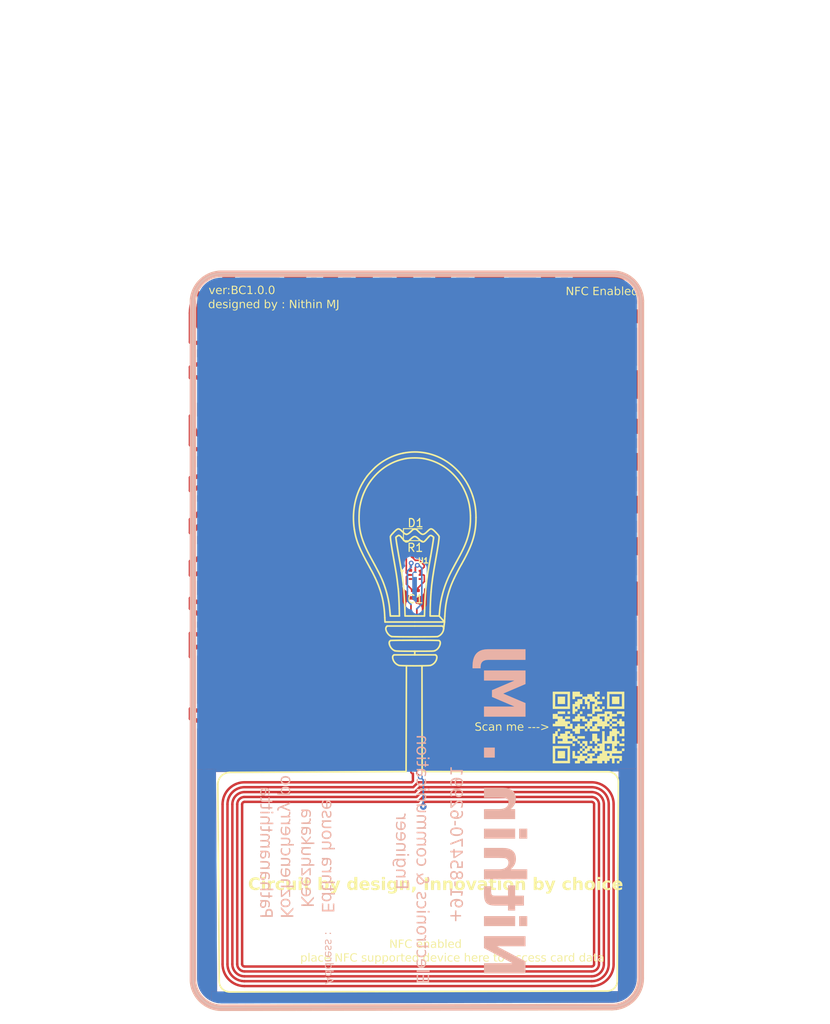
<source format=kicad_pcb>
(kicad_pcb (version 20240108) (generator "pcbnew") (generator_version "8.0")
  (layers (0 "F.Cu" signal) (31 "B.Cu" signal) (34 "B.Paste" user) (35 "F.Paste" user) (36 "B.SilkS" user "B.Silkscreen") (37 "F.SilkS" user "F.Silkscreen") (38 "B.Mask" user) (39 "F.Mask" user) (44 "Edge.Cuts" user))
  (net 0 "")
  (net 1 "GND")
  (net 2 "Net-(U1-LB)")
  (net 4 "Net-(U1-VCC)")
  (net 7 "Net-(U1-LA)")
  (net 8 "Net-(D1-A)")
  (footprint "Capacitor_SMD:C_0201_0603Metric" (layer "F.Cu") (at 144.776478 104.512209 180)
    (property "Reference" "C1")
    (property "Value" "C" (hide yes))
  )
  (footprint "LED_SMD:LED_0603_1608Metric" (layer "F.Cu") (at 144.801478 97.662209)
    (property "Reference" "D1")
    (property "Value" "LED")
  )
  (footprint "Library:25X48MM_NFC_ANTENNA modified" (layer "F.Cu") (at 145.116478 140.537209)
    (property "Reference" "ant2" (hide yes))
    (property "Value" "~" (hide yes))
  )
  (footprint "nfc class 4 5 turn:qr" (layer "F.Cu") (at 166.03 121.31)
    (property "Reference" "G***" (hide yes))
    (property "Value" "LOGO" (hide yes))
  )
  (footprint "NT3H1101W0FHK:IC_NT3H1101W0FHK" (layer "F.Cu") (at 144.781478 102.602209)
    (property "Reference" "U1")
    (property "Value" "NT3H1101W0FHK")
  )
  (footprint "Resistor_SMD:R_0201_0603Metric" (layer "F.Cu") (at 144.756478 100.312209)
    (property "Reference" "R1")
    (property "Value" "R")
  )
  (gr_curve (pts (xy 132.6901 106.397291) (xy 132.530926 106.489321) (xy 131.827028 106.626669) (xy 131.125888 106.702488)) (stroke (width 0.5)) (layer "F.Cu"))
  (gr_curve (pts (xy 152.205623 115.270443) (xy 150.646856 114.354693) (xy 150.360241 113.60243) (xy 150.989129 112.077517)) (stroke (width 0.5)) (layer "F.Cu"))
  (gr_line (start 135.670083 123.366746) (end 137.125092 123.366746) (stroke (width 0.5)) (layer "F.Cu"))
  (gr_curve (pts (xy 152.374265 95.347328) (xy 153.807744 94.85239) (xy 154.236821 94.872387) (xy 155.467112 95.489835)) (stroke (width 0.5)) (layer "F.Cu"))
  (gr_curve (pts (xy 117.211478 97.408236) (xy 117.452056 97.302866) (xy 117.695345 97.104079) (xy 117.938106 96.811003)) (stroke (width 0.5)) (layer "F.Cu"))
  (gr_curve (pts (xy 122.396712 116.059009) (xy 122.809006 116.18692) (xy 123.439459 116.324138) (xy 123.797687 116.363487)) (stroke (width 0.5)) (layer "F.Cu"))
  (gr_curve (pts (xy 135.972944 81.64718) (xy 136.193157 81.927869) (xy 136.799442 82.401025) (xy 137.320142 82.698696)) (stroke (width 0.5)) (layer "F.Cu"))
  (gr_curve (pts (xy 127.98375 91.654673) (xy 127.007614 90.671435) (xy 126.815314 90.549022) (xy 126.246763 90.549022)) (stroke (width 0.5)) (layer "F.Cu"))
  (gr_curve (pts (xy 135.864669 105.200229) (xy 135.700961 105.444704) (xy 135.515482 106.113639) (xy 135.452451 106.686729)) (stroke (width 0.5)) (layer "F.Cu"))
  (gr_curve (pts (xy 136.865491 81.453687) (xy 136.489298 81.015911) (xy 136.470916 80.90342) (xy 136.511586 79.248796)) (stroke (width 0.5)) (layer "F.Cu"))
  (gr_curve (pts (xy 140.872797 88.066316) (xy 140.850617 88.043419) (xy 140.829797 88.021669) (xy 140.806543 87.997855)) (stroke (width 0.5)) (layer "F.Cu"))
  (gr_curve (pts (xy 117.211478 112.619781) (xy 117.246126 112.183726) (xy 117.344027 111.981809) (xy 117.587965 111.720176)) (stroke (width 0.5)) (layer "F.Cu"))
  (gr_curve (pts (xy 121.084575 66.835559) (xy 120.622338 67.956464) (xy 120.577476 68.802707) (xy 120.958512 69.21138)) (stroke (width 0.5)) (layer "F.Cu"))
  (gr_curve (pts (xy 153.195929 102.435211) (xy 152.9928 101.626158) (xy 152.271718 100.957645) (xy 151.011815 100.410098)) (stroke (width 0.5)) (layer "F.Cu"))
  (gr_curve (pts (xy 153.90152 103.633104) (xy 153.600207 103.319883) (xy 153.282728 102.780815) (xy 153.195929 102.435211)) (stroke (width 0.5)) (layer "F.Cu"))
  (gr_curve (pts (xy 131.854991 89.837707) (xy 130.373746 90.26259) (xy 129.446736 89.903805) (xy 128.855002 88.676535)) (stroke (width 0.5)) (layer "F.Cu"))
  (gr_curve (pts (xy 171.791767 80.745362) (xy 171.889332 80.748106) (xy 171.978417 80.7465) (xy 172.060597 80.739886)) (stroke (width 0.5)) (layer "F.Cu"))
  (gr_curve (pts (xy 147.860553 120.124774) (xy 146.92251 121.44758) (xy 147.177931 122.311598) (xy 148.757998 123.16103)) (stroke (width 0.5)) (layer "F.Cu"))
  (gr_curve (pts (xy 140.958128 86.594029) (xy 141.209896 87.122224) (xy 141.63056 87.544263) (xy 141.697852 87.642943)) (stroke (width 0.5)) (layer "F.Cu"))
  (gr_curve (pts (xy 149.712192 67.654263) (xy 149.137797 67.002847) (xy 148.868031 66.475783) (xy 148.917622 66.00712)) (stroke (width 0.5)) (layer "F.Cu"))
  (gr_curve (pts (xy 149.433662 85.998512) (xy 149.620762 85.784946) (xy 150.10291 85.383739) (xy 150.505177 85.106921)) (stroke (width 0.5)) (layer "F.Cu"))
  (gr_curve (pts (xy 133.93588 95.73123) (xy 134.872893 96.265604) (xy 134.960094 96.265191) (xy 136.577325 95.717313)) (stroke (width 0.5)) (layer "F.Cu"))
  (gr_curve (pts (xy 136.743399 111.304272) (xy 136.894639 111.304008) (xy 137.24929 111.082366) (xy 137.531434 110.811885)) (stroke (width 0.5)) (layer "F.Cu"))
  (gr_curve (pts (xy 135.239357 114.370499) (xy 135.026701 113.278799) (xy 135.021559 113.009985) (xy 135.204193 112.541146)) (stroke (width 0.5)) (layer "F.Cu"))
  (gr_curve (pts (xy 130.209985 75.888098) (xy 130.548222 73.887541) (xy 129.955414 73.163433) (xy 128.109658 73.322324)) (stroke (width 0.5)) (layer "F.Cu"))
  (gr_curve (pts (xy 163.336387 112.357277) (xy 162.869961 111.910179) (xy 162.8415 111.813884) (xy 162.856269 110.74171)) (stroke (width 0.5)) (layer "F.Cu"))
  (gr_curve (pts (xy 128.514452 101.088286) (xy 127.917703 100.905266) (xy 127.274229 100.755498) (xy 127.084347 100.755498)) (stroke (width 0.5)) (layer "F.Cu"))
  (gr_curve (pts (xy 155.467112 95.489835) (xy 156.976005 96.247165) (xy 157.4324 96.286617) (xy 158.197395 95.726126)) (stroke (width 0.5)) (layer "F.Cu"))
  (gr_curve (pts (xy 159.195438 104.801462) (xy 159.622711 105.752134) (xy 159.924392 106.195991) (xy 160.299174 106.42521)) (stroke (width 0.5)) (layer "F.Cu"))
  (gr_curve (pts (xy 169.682535 112.045055) (xy 169.942938 113.983303) (xy 170.411912 114.270156) (xy 172.060615 113.402651)) (stroke (width 0.5)) (layer "F.Cu"))
  (gr_curve (pts (xy 133.588988 66.376185) (xy 133.297501 66.787256) (xy 133.058957 67.309833) (xy 133.058957 67.537472)) (stroke (width 0.5)) (layer "F.Cu"))
  (gr_curve (pts (xy 160.034003 67.087889) (xy 159.635522 67.515277) (xy 159.449578 67.58514) (xy 158.709594 67.58514)) (stroke (width 0.5)) (layer "F.Cu"))
  (gr_line (start 117.211478 109.78282) (end 117.211478 112.619781) (stroke (width 0.5)) (layer "F.Cu"))
  (gr_curve (pts (xy 137.433521 115.413945) (xy 138.140978 116.911285) (xy 137.770862 117.702387) (xy 136.014139 118.447821)) (stroke (width 0.5)) (layer "F.Cu"))
  (gr_curve (pts (xy 168.256608 92.121186) (xy 169.173765 92.784542) (xy 169.942628 92.382637) (xy 170.62319 90.884143)) (stroke (width 0.5)) (layer "F.Cu"))
  (gr_curve (pts (xy 161.609198 92.590012) (xy 163.099371 93.396782) (xy 163.788938 93.234021) (xy 164.481525 91.912323)) (stroke (width 0.5)) (layer "F.Cu"))
  (gr_curve (pts (xy 138.721581 101.246996) (xy 138.640186 101.096943) (xy 138.563107 100.95319) (xy 138.489408 100.814392)) (stroke (width 0.5)) (layer "F.Cu"))
  (gr_curve (pts (xy 137.793406 86.114749) (xy 137.429957 84.661384) (xy 137.007404 83.954412) (xy 136.419139 83.815188)) (stroke (width 0.5)) (layer "F.Cu"))
  (gr_curve (pts (xy 157.165698 97.602996) (xy 156.362306 97.607864) (xy 156.180106 97.539197) (xy 155.508475 96.978333)) (stroke (width 0.5)) (layer "F.Cu"))
  (gr_curve (pts (xy 137.040793 75.248837) (xy 138.027096 75.782807) (xy 138.609439 76.524134) (xy 138.609439 77.249453)) (stroke (width 0.5)) (layer "F.Cu"))
  (gr_curve (pts (xy 130.234425 69.320926) (xy 130.205022 69.00531) (xy 130.379972 68.318208) (xy 130.670567 67.608144)) (stroke (width 0.5)) (layer "F.Cu"))
  (gr_curve (pts (xy 167.772661 95.886887) (xy 169.290621 97.416036) (xy 169.806386 97.410818) (xy 170.847927 95.85592)) (stroke (width 0.5)) (layer "F.Cu"))
  (gr_curve (pts (xy 136.072351 68.597501) (xy 134.63241 68.209316) (xy 134.31381 67.447789) (xy 135.045028 66.00712)) (stroke (width 0.5)) (layer "F.Cu"))
  (gr_curve (pts (xy 148.757998 123.16103) (xy 148.88139 123.227374) (xy 148.995692 123.296065) (xy 149.101123 123.366746)) (stroke (width 0.5)) (layer "F.Cu"))
  (gr_curve (pts (xy 139.873006 71.059201) (xy 139.005035 72.185461) (xy 139.01127 72.80746) (xy 139.899097 73.66894)) (stroke (width 0.5)) (layer "F.Cu"))
  (gr_curve (pts (xy 132.506239 95.200968) (xy 132.876524 95.255417) (xy 133.519877 95.493973) (xy 133.93588 95.73123)) (stroke (width 0.5)) (layer "F.Cu"))
  (gr_curve (pts (xy 122.295708 80.671262) (xy 121.941842 80.864893) (xy 121.369185 81.023241) (xy 121.023116 81.023241)) (stroke (width 0.5)) (layer "F.Cu"))
  (gr_curve (pts (xy 136.16124 106.627113) (xy 136.243987 105.929502) (xy 136.374466 105.662279) (xy 136.887609 105.138737)) (stroke (width 0.5)) (layer "F.Cu"))
  (gr_curve (pts (xy 153.033152 84.371995) (xy 152.791677 85.058961) (xy 151.96196 85.922602) (xy 151.421096 86.049994)) (stroke (width 0.5)) (layer "F.Cu"))
  (gr_curve (pts (xy 169.694396 103.890435) (xy 168.543729 104.65215) (xy 168.10229 104.760912) (xy 167.505025 104.429714)) (stroke (width 0.5)) (layer "F.Cu"))
  (gr_curve (pts (xy 134.065708 85.441546) (xy 133.146283 85.319238) (xy 132.915164 85.218644) (xy 132.551612 84.782267)) (stroke (width 0.5)) (layer "F.Cu"))
  (gr_curve (pts (xy 124.587527 96.008503) (xy 125.364163 95.247154) (xy 125.554614 95.141961) (xy 126.155245 95.141961)) (stroke (width 0.5)) (layer "F.Cu"))
  (gr_curve (pts (xy 134.032915 81.0698) (xy 133.870992 79.049019) (xy 133.392755 78.471678) (xy 131.880976 78.471678)) (stroke (width 0.5)) (layer "F.Cu"))
  (gr_curve (pts (xy 157.855771 78.947804) (xy 157.764714 77.902084) (xy 157.783497 77.817694) (xy 158.224679 77.288107)) (stroke (width 0.5)) (layer "F.Cu"))
  (gr_curve (pts (xy 166.996339 79.809256) (xy 166.612487 81.890716) (xy 166.543505 82.052316) (xy 165.919213 82.335213)) (stroke (width 0.5)) (layer "F.Cu"))
  (gr_curve (pts (xy 156.722751 110.854298) (xy 156.190819 110.480516) (xy 155.872928 109.568788) (xy 155.993183 108.762275)) (stroke (width 0.5)) (layer "F.Cu"))
  (gr_curve (pts (xy 122.160879 86.454397) (xy 122.375837 86.728381) (xy 122.59792 87.216569) (xy 122.654355 87.539368)) (stroke (width 0.5)) (layer "F.Cu"))
  (gr_curve (pts (xy 144.075003 80.312201) (xy 144.814164 81.596686) (xy 144.860564 82.506188) (xy 144.244273 83.634136)) (stroke (width 0.5)) (layer "F.Cu"))
  (gr_curve (pts (xy 143.740485 73.503429) (xy 145.111222 75.090526) (xy 145.153495 75.875482) (xy 143.941928 77.248015)) (stroke (width 0.5)) (layer "F.Cu"))
  (gr_curve (pts (xy 147.888292 70.723427) (xy 146.645502 71.289852) (xy 146.483434 72.28695) (xy 147.380792 73.846229)) (stroke (width 0.5)) (layer "F.Cu"))
  (gr_curve (pts (xy 119.019772 100.991814) (xy 119.634177 99.414556) (xy 120.723113 99.122143) (xy 121.846366 100.232666)) (stroke (width 0.5)) (layer "F.Cu"))
  (gr_curve (pts (xy 119.132481 118.999269) (xy 118.843682 119.359983) (xy 118.300759 119.380142) (xy 117.211478 119.041517)) (stroke (width 0.5)) (layer "F.Cu"))
  (gr_curve (pts (xy 151.853367 75.13846) (xy 151.396249 74.216339) (xy 151.367245 73.877988) (xy 151.688272 73.212166)) (stroke (width 0.5)) (layer "F.Cu"))
  (gr_curve (pts (xy 157.189039 73.971149) (xy 157.508346 73.915817) (xy 157.9569 73.666346) (xy 158.19357 73.412516)) (stroke (width 0.5)) (layer "F.Cu"))
  (gr_curve (pts (xy 150.3203 101.672745) (xy 150.258721 101.787207) (xy 150.193085 101.911127) (xy 150.124995 102.041868)) (stroke (width 0.5)) (layer "F.Cu"))
  (gr_curve (pts (xy 137.531434 110.811885) (xy 138.031044 110.333212) (xy 138.04676 110.275159) (xy 138.128751 108.612359)) (stroke (width 0.5)) (layer "F.Cu"))
  (gr_curve (pts (xy 167.166228 118.45092) (xy 167.441297 118.60882) (xy 167.761075 118.561121) (xy 168.835413 118.201851)) (stroke (width 0.5)) (layer "F.Cu"))
  (gr_curve (pts (xy 125.880639 78.05157) (xy 126.267479 78.342168) (xy 126.572977 79.302654) (xy 126.445267 79.826454)) (stroke (width 0.5)) (layer "F.Cu"))
  (gr_curve (pts (xy 123.797687 116.363487) (xy 124.359228 116.425563) (xy 124.496005 116.371557) (xy 124.78897 115.972134)) (stroke (width 0.5)) (layer "F.Cu"))
  (gr_curve (pts (xy 136.887609 105.138737) (xy 137.231617 104.787717) (xy 137.634964 104.499863) (xy 137.783971 104.499863)) (stroke (width 0.5)) (layer "F.Cu"))
  (gr_curve (pts (xy 153.323847 106.84671) (xy 154.701387 107.178645) (xy 155.263515 107.975401) (xy 155.263515 109.596133)) (stroke (width 0.5)) (layer "F.Cu"))
  (gr_curve (pts (xy 124.177165 112.963466) (xy 124.177165 115.030709) (xy 123.67106 115.365748) (xy 121.464878 114.759424)) (stroke (width 0.5)) (layer "F.Cu"))
  (gr_curve (pts (xy 151.812433 92.060412) (xy 151.799813 92.071797) (xy 151.788012 92.081886) (xy 151.775569 92.09304)) (stroke (width 0.5)) (layer "F.Cu"))
  (gr_curve (pts (xy 139.304718 102.319194) (xy 138.943209 103.135402) (xy 138.471861 103.544993) (xy 137.336899 104.139977)) (stroke (width 0.5)) (layer "F.Cu"))
  (gr_curve (pts (xy 127.595816 106.769565) (xy 128.023052 105.164674) (xy 128.88875 104.482451) (xy 130.046181 104.838517)) (stroke (width 0.5)) (layer "F.Cu"))
  (gr_curve (pts (xy 140.669395 67.486763) (xy 139.7874 66.989704) (xy 139.336978 66.51605) (xy 139.276567 66.00712)) (stroke (width 0.5)) (layer "F.Cu"))
  (gr_curve (pts (xy 146.712513 83.876734) (xy 147.534798 82.704907) (xy 147.779723 81.858478) (xy 147.504207 81.135772)) (stroke (width 0.5)) (layer "F.Cu"))
  (gr_curve (pts (xy 150.720712 89.831854) (xy 151.295133 88.750358) (xy 151.957285 88.249463) (xy 153.280797 87.895497)) (stroke (width 0.5)) (layer "F.Cu"))
  (gr_curve (pts (xy 149.861986 117.40853) (xy 149.771268 117.22683) (xy 149.325178 116.76418) (xy 148.87065 116.380296)) (stroke (width 0.5)) (layer "F.Cu"))
  (gr_curve (pts (xy 143.174 87.17246) (xy 143.256694 87.155534) (xy 143.339446 87.140576) (xy 143.422208 87.126504)) (stroke (width 0.5)) (layer "F.Cu"))
  (gr_curve (pts (xy 163.986296 99.664992) (xy 165.607102 98.386803) (xy 166.331222 98.518695) (xy 167.377879 100.282852)) (stroke (width 0.5)) (layer "F.Cu"))
  (gr_curve (pts (xy 139.670533 80.807073) (xy 139.433798 80.63543) (xy 139.172943 80.211765) (xy 139.06409 79.822249)) (stroke (width 0.5)) (layer "F.Cu"))
  (gr_curve (pts (xy 164.669551 95.726079) (xy 165.201006 95.114039) (xy 165.482939 94.929426) (xy 165.999376 94.855115)) (stroke (width 0.5)) (layer "F.Cu"))
  (gr_curve (pts (xy 148.676324 121.322112) (xy 148.561704 120.762243) (xy 148.760618 120.299738) (xy 149.494628 119.419321)) (stroke (width 0.5)) (layer "F.Cu"))
  (gr_curve (pts (xy 160.127584 79.051821) (xy 159.735969 79.505) (xy 159.545583 80.159604) (xy 159.545583 81.052769)) (stroke (width 0.5)) (layer "F.Cu"))
  (gr_curve (pts (xy 126.057074 93.994301) (xy 125.505631 93.914982) (xy 125.392029 93.977421) (xy 124.62769 94.780156)) (stroke (width 0.5)) (layer "F.Cu"))
  (gr_curve (pts (xy 128.930073 66.00712) (xy 129.265294 66.130532) (xy 129.437409 66.299157) (xy 129.566162 66.55718)) (stroke (width 0.5)) (layer "F.Cu"))
  (gr_line (start 144.202818 66.00712) (end 142.727547 66.00712) (stroke (width 0.5)) (layer "F.Cu"))
  (gr_line (start 164.60599 70.203335) (end 164.248118 70.691297) (stroke (width 0.5)) (layer "F.Cu"))
  (gr_curve (pts (xy 130.769199 78.10908) (xy 130.139887 77.57817) (xy 130.010896 77.06571) (xy 130.209985 75.888098)) (stroke (width 0.5)) (layer "F.Cu"))
  (gr_line (start 167.079453 123.366746) (end 168.318584 123.366746) (stroke (width 0.5)) (layer "F.Cu"))
  (gr_curve (pts (xy 127.574883 114.378905) (xy 127.227922 114.728269) (xy 127.177752 114.896907) (xy 127.247893 115.472394)) (stroke (width 0.5)) (layer "F.Cu"))
  (gr_curve (pts (xy 144.875974 77.340474) (xy 146.125426 75.490333) (xy 146.141968 74.930173) (xy 144.985125 73.662081)) (stroke (width 0.5)) (layer "F.Cu"))
  (gr_curve (pts (xy 166.114465 104.191433) (xy 166.352262 104.781253) (xy 166.696889 105.436107) (xy 166.88028 105.646578)) (stroke (width 0.5)) (layer "F.Cu"))
  (gr_curve (pts (xy 123.691629 77.991016) (xy 124.897905 77.723771) (xy 125.465219 77.739527) (xy 125.880639 78.05157)) (stroke (width 0.5)) (layer "F.Cu"))
  (gr_curve (pts (xy 153.060997 113.395909) (xy 153.301371 113.692957) (xy 153.748715 113.948439) (xy 154.299403 114.103019)) (stroke (width 0.5)) (layer "F.Cu"))
  (gr_curve (pts (xy 162.175665 84.985597) (xy 162.233649 84.570661) (xy 162.452689 84.012619) (xy 162.662287 83.745455)) (stroke (width 0.5)) (layer "F.Cu"))
  (gr_curve (pts (xy 121.528244 98.781924) (xy 121.037085 98.379773) (xy 120.653873 98.203881) (xy 120.268853 98.203881)) (stroke (width 0.5)) (layer "F.Cu"))
  (gr_curve (pts (xy 148.469365 67.634962) (xy 148.981135 68.255947) (xy 149.141234 68.58931) (xy 149.141234 69.033646)) (stroke (width 0.5)) (layer "F.Cu"))
  (gr_curve (pts (xy 138.736945 105.466164) (xy 137.641857 106.266603) (xy 137.41398 106.730528) (xy 137.462034 108.062796)) (stroke (width 0.5)) (layer "F.Cu"))
  (gr_curve (pts (xy 162.871014 119.872277) (xy 162.62102 120.923562) (xy 162.57979 121.369467) (xy 162.701072 121.711639)) (stroke (width 0.5)) (layer "F.Cu"))
  (gr_curve (pts (xy 153.612526 71.942055) (xy 153.795022 71.881451) (xy 154.112639 71.639735) (xy 154.318323 71.404877)) (stroke (width 0.5)) (layer "F.Cu"))
  (gr_curve (pts (xy 125.592421 112.1394) (xy 126.113259 111.58086) (xy 126.246975 111.560291) (xy 127.522396 111.842829)) (stroke (width 0.5)) (layer "F.Cu"))
  (gr_curve (pts (xy 133.820594 97.619117) (xy 134.794354 98.05547) (xy 135.680871 97.907812) (xy 137.044351 97.066233)) (stroke (width 0.5)) (layer "F.Cu"))
  (gr_line (start 140.706054 85.922143) (end 140.958128 86.594029) (stroke (width 0.5)) (layer "F.Cu"))
  (gr_curve (pts (xy 117.44133 83.951278) (xy 117.353869 83.614469) (xy 117.279883 83.343594) (xy 117.211478 83.119965)) (stroke (width 0.5)) (layer "F.Cu"))
  (gr_curve (pts (xy 119.383061 116.964311) (xy 119.561883 118.203304) (xy 119.524028 118.510282) (xy 119.132481 118.999269)) (stroke (width 0.5)) (layer "F.Cu"))
  (gr_curve (pts (xy 117.587965 111.720176) (xy 118.099769 111.171213) (xy 118.642289 111.195134) (xy 119.811571 111.81822)) (stroke (width 0.5)) (layer "F.Cu"))
  (gr_curve (pts (xy 132.025447 90.612237) (xy 132.942365 90.474451) (xy 133.558749 90.751507) (xy 134.242917 91.608785)) (stroke (width 0.5)) (layer "F.Cu"))
  (gr_curve (pts (xy 167.410878 75.662864) (xy 168.534577 76.028509) (xy 169.310798 75.99303) (xy 169.716978 75.557352)) (stroke (width 0.5)) (layer "F.Cu"))
  (gr_curve (pts (xy 171.616174 83.462931) (xy 171.169456 83.098535) (xy 170.768845 82.916073) (xy 170.416487 82.914527)) (stroke (width 0.5)) (layer "F.Cu"))
  (gr_curve (pts (xy 126.155245 95.141961) (xy 126.717713 95.141961) (xy 126.973306 95.261015) (xy 127.597054 95.813849)) (stroke (width 0.5)) (layer "F.Cu"))
  (gr_curve (pts (xy 158.523878 94.698061) (xy 157.368302 95.450457) (xy 156.617931 95.497913) (xy 155.546781 94.886355)) (stroke (width 0.5)) (layer "F.Cu"))
  (gr_curve (pts (xy 166.88028 105.646578) (xy 167.337707 106.171263) (xy 168.252211 106.163257) (xy 168.851193 105.628878)) (stroke (width 0.5)) (layer "F.Cu"))
  (gr_curve (pts (xy 124.654812 92.347749) (xy 125.138999 92.027232) (xy 125.723146 91.714272) (xy 125.952977 91.652416)) (stroke (width 0.5)) (layer "F.Cu"))
  (gr_curve (pts (xy 136.230896 102.542878) (xy 134.511168 103.013815) (xy 134.063021 103.44502) (xy 133.757278 104.922959)) (stroke (width 0.5)) (layer "F.Cu"))
  (gr_curve (pts (xy 171.910784 106.847122) (xy 171.960386 107.027468) (xy 172.010162 107.193187) (xy 172.060615 107.347024)) (stroke (width 0.5)) (layer "F.Cu"))
  (gr_curve (pts (xy 162.018736 74.684787) (xy 161.691816 72.882065) (xy 161.708829 72.563915) (xy 162.158459 72.081631)) (stroke (width 0.5)) (layer "F.Cu"))
  (gr_curve (pts (xy 128.860417 82.043344) (xy 129.780014 82.043741) (xy 130.236122 82.121047) (xy 130.502844 82.321388)) (stroke (width 0.5)) (layer "F.Cu"))
  (gr_curve (pts (xy 131.018594 122.871044) (xy 132.235935 122.870782) (xy 132.66975 122.499172) (xy 132.640553 121.48237)) (stroke (width 0.5)) (layer "F.Cu"))
  (gr_curve (pts (xy 156.604112 102.966579) (xy 158.121936 102.966579) (xy 158.487024 103.225088) (xy 159.195438 104.801462)) (stroke (width 0.5)) (layer "F.Cu"))
  (gr_curve (pts (xy 168.293679 116.901438) (xy 167.621841 116.496263) (xy 167.440599 115.910078) (xy 167.621859 114.702962)) (stroke (width 0.5)) (layer "F.Cu"))
  (gr_curve (pts (xy 161.260141 97.640985) (xy 160.52012 96.797295) (xy 160.512735 96.793649) (xy 159.720882 96.894225)) (stroke (width 0.5)) (layer "F.Cu"))
  (gr_line (start 153.529722 96.192203) (end 153.529722 96.192208) (stroke (width 0.5)) (layer "F.Cu"))
  (gr_curve (pts (xy 162.158459 72.081631) (xy 162.578758 71.630848) (xy 162.621099 71.622484) (xy 163.927466 71.730205)) (stroke (width 0.5)) (layer "F.Cu"))
  (gr_curve (pts (xy 164.471058 108.56004) (xy 164.813244 110.196726) (xy 165.535445 110.57461) (xy 166.986386 109.876221)) (stroke (width 0.5)) (layer "F.Cu"))
  (gr_curve (pts (xy 130.117076 85.761112) (xy 129.799414 84.73543) (xy 129.07011 83.915167) (xy 128.475628 83.915167)) (stroke (width 0.5)) (layer "F.Cu"))
  (gr_curve (pts (xy 148.203178 87.950187) (xy 148.336239 88.024441) (xy 148.467602 88.103237) (xy 148.597246 88.186203)) (stroke (width 0.5)) (layer "F.Cu"))
  (gr_curve (pts (xy 117.515885 100.93102) (xy 117.405483 100.947213) (xy 117.306358 100.954806) (xy 117.211478 100.950044)) (stroke (width 0.5)) (layer "F.Cu"))
  (gr_curve (pts (xy 152.187888 93.441068) (xy 152.221183 93.59409) (xy 152.249464 93.747154) (xy 152.273372 93.902041)) (stroke (width 0.5)) (layer "F.Cu"))
  (gr_curve (pts (xy 135.368152 89.258346) (xy 135.009099 88.709197) (xy 134.467525 88.080833) (xy 134.164701 87.86193)) (stroke (width 0.5)) (layer "F.Cu"))
  (gr_curve (pts (xy 144.244273 83.634136) (xy 143.739064 84.562347) (xy 143.739615 85.231357) (xy 144.249009 86.819706)) (stroke (width 0.5)) (layer "F.Cu"))
  (gr_curve (pts (xy 118.508869 76.668922) (xy 118.178241 76.675825) (xy 117.754968 76.83001) (xy 117.211478 77.109714)) (stroke (width 0.5)) (layer "F.Cu"))
  (gr_curve (pts (xy 136.073537 88.085226) (xy 136.562464 89.254069) (xy 136.9627 89.60109) (xy 138.530811 90.215962)) (stroke (width 0.5)) (layer "F.Cu"))
  (gr_line (start 169.636905 69.538974) (end 169.636905 69.538972) (stroke (width 0.5)) (layer "F.Cu"))
  (gr_curve (pts (xy 121.023116 81.023241) (xy 120.135807 81.023241) (xy 119.809873 80.526358) (xy 119.665297 78.952784)) (stroke (width 0.5)) (layer "F.Cu"))
  (gr_curve (pts (xy 150.791401 88.902329) (xy 150.628169 89.195252) (xy 150.474266 89.45616) (xy 150.325351 89.690786)) (stroke (width 0.5)) (layer "F.Cu"))
  (gr_curve (pts (xy 121.785681 111.852118) (xy 122.13673 111.475537) (xy 122.259729 111.126515) (xy 122.400012 110.108533)) (stroke (width 0.5)) (layer "F.Cu"))
  (gr_line (start 127.273158 123.366746) (end 129.279699 123.366746) (stroke (width 0.5)) (layer "F.Cu"))
  (gr_line (start 120.281072 88.847906) (end 120.281072 88.847914) (stroke (width 0.5)) (layer "F.Cu"))
  (gr_curve (pts (xy 153.601141 110.70184) (xy 153.687427 109.449882) (xy 153.665702 109.304078) (xy 153.329321 108.879122)) (stroke (width 0.5)) (layer "F.Cu"))
  (gr_curve (pts (xy 135.665134 110.900142) (xy 134.716099 111.383306) (xy 134.410053 111.632655) (xy 134.207805 112.087637)) (stroke (width 0.5)) (layer "F.Cu"))
  (gr_curve (pts (xy 118.925315 73.89655) (xy 120.134133 73.502758) (xy 120.717793 73.452712) (xy 121.157738 73.705215)) (stroke (width 0.5)) (layer "F.Cu"))
  (gr_curve (pts (xy 125.036352 73.62553) (xy 125.400076 74.220912) (xy 125.891974 74.388933) (xy 127.271507 74.388933)) (stroke (width 0.5)) (layer "F.Cu"))
  (gr_line (start 172.060615 99.934134) (end 172.060615 98.221459) (stroke (width 0.5)) (layer "F.Cu"))
  (gr_curve (pts (xy 136.029918 72.259803) (xy 135.542502 73.021779) (xy 135.475256 73.787524) (xy 135.845953 74.355091)) (stroke (width 0.5)) (layer "F.Cu"))
  (gr_curve (pts (xy 121.569749 94.735973) (xy 120.83108 93.89259) (xy 120.301063 93.474107) (xy 119.819923 93.471281)) (stroke (width 0.5)) (layer "F.Cu"))
  (gr_line (start 132.395438 74.31992) (end 132.234572 75.256634) (stroke (width 0.5)) (layer "F.Cu"))
  (gr_curve (pts (xy 149.096432 109.335508) (xy 149.792625 109.829686) (xy 150.343914 110.673775) (xy 150.343914 111.248749)) (stroke (width 0.5)) (layer "F.Cu"))
  (gr_curve (pts (xy 137.734421 66.186898) (xy 137.885936 66.838019) (xy 138.21853 67.182172) (xy 139.286104 67.792511)) (stroke (width 0.5)) (layer "F.Cu"))
  (gr_curve (pts (xy 162.901486 79.769496) (xy 164.231176 79.875376) (xy 164.287818 79.864829) (xy 164.685752 79.438031)) (stroke (width 0.5)) (layer "F.Cu"))
  (gr_curve (pts (xy 153.280797 87.895497) (xy 154.493872 87.571042) (xy 155.421906 86.809102) (xy 155.421906 86.137754)) (stroke (width 0.5)) (layer "F.Cu"))
  (gr_curve (pts (xy 126.057177 68.172194) (xy 125.884194 68.113139) (xy 125.080631 68.118139) (xy 124.271363 68.1832)) (stroke (width 0.5)) (layer "F.Cu"))
  (gr_curve (pts (xy 162.89571 89.517422) (xy 163.069449 89.417768) (xy 163.389423 88.896145) (xy 163.606924 88.35835)) (stroke (width 0.5)) (layer "F.Cu"))
  (gr_curve (pts (xy 161.965835 111.688212) (xy 162.067305 113.126627) (xy 162.268963 113.583814) (xy 162.9318 113.878284)) (stroke (width 0.5)) (layer "F.Cu"))
  (gr_curve (pts (xy 132.640553 121.48237) (xy 132.62884 121.076573) (xy 132.469833 120.400018) (xy 132.287164 119.979002)) (stroke (width 0.5)) (layer "F.Cu"))
  (gr_curve (pts (xy 150.505177 85.106921) (xy 151.525381 84.404733) (xy 151.918198 83.585867) (xy 151.818032 82.370053)) (stroke (width 0.5)) (layer "F.Cu"))
  (gr_curve (pts (xy 120.283444 105.840653) (xy 120.785011 103.923392) (xy 121.696772 103.51098) (xy 123.207588 104.518281)) (stroke (width 0.5)) (layer "F.Cu"))
  (gr_curve (pts (xy 139.642432 109.209312) (xy 140.039578 110.674508) (xy 139.712924 111.354609) (xy 138.037437 112.550936)) (stroke (width 0.5)) (layer "F.Cu"))
  (gr_line (start 149.101123 123.366746) (end 150.931228 123.366746) (stroke (width 0.5)) (layer "F.Cu"))
  (gr_curve (pts (xy 168.26285 66.801439) (xy 169.267353 67.011613) (xy 169.524552 67.01413) (xy 169.962197 66.818027)) (stroke (width 0.5)) (layer "F.Cu"))
  (gr_curve (pts (xy 142.007209 87.324807) (xy 141.226932 86.398487) (xy 141.100678 85.911755) (xy 141.132966 83.948293)) (stroke (width 0.5)) (layer "F.Cu"))
  (gr_curve (pts (xy 151.421096 86.049994) (xy 150.63381 86.235488) (xy 149.930373 87.058063) (xy 149.481428 88.318205)) (stroke (width 0.5)) (layer "F.Cu"))
  (gr_curve (pts (xy 128.361887 115.829737) (xy 128.514054 115.179534) (xy 129.332531 114.687375) (xy 130.204005 114.722371)) (stroke (width 0.5)) (layer "F.Cu"))
  (gr_curve (pts (xy 158.116023 70.875774) (xy 157.799669 70.11542) (xy 157.776822 69.93122) (xy 157.945258 69.495064)) (stroke (width 0.5)) (layer "F.Cu"))
  (gr_curve (pts (xy 127.726364 94.866368) (xy 127.095231 94.402987) (xy 126.410321 94.045326) (xy 126.057074 93.994301)) (stroke (width 0.5)) (layer "F.Cu"))
  (gr_curve (pts (xy 133.295254 81.765022) (xy 133.306623 82.849868) (xy 133.342389 82.965785) (xy 133.802702 83.406803)) (stroke (width 0.5)) (layer "F.Cu"))
  (gr_curve (pts (xy 165.713536 97.57822) (xy 165.505002 97.635283) (xy 164.944284 97.952476) (xy 164.467449 98.283121)) (stroke (width 0.5)) (layer "F.Cu"))
  (gr_curve (pts (xy 151.927927 92.508671) (xy 151.963915 92.47786) (xy 151.999909 92.447077) (xy 152.036972 92.414162)) (stroke (width 0.5)) (layer "F.Cu"))
  (gr_curve (pts (xy 170.360802 84.663865) (xy 170.864013 84.384744) (xy 171.174806 84.43171) (xy 172.060615 85.042664)) (stroke (width 0.5)) (layer "F.Cu"))
  (gr_curve (pts (xy 130.698254 71.364786) (xy 131.625446 71.51234) (xy 131.953677 71.6467) (xy 132.302837 72.021188)) (stroke (width 0.5)) (layer "F.Cu"))
  (gr_line (start 151.625632 99.118889) (end 151.625632 99.118918) (stroke (width 0.5)) (layer "F.Cu"))
  (gr_curve (pts (xy 118.178218 69.512813) (xy 118.350411 68.510489) (xy 118.339979 68.389889) (xy 118.043648 67.96228)) (stroke (width 0.5)) (layer "F.Cu"))
  (gr_curve (pts (xy 159.729272 86.50981) (xy 161.152701 86.548715) (xy 161.289682 86.523002) (xy 161.665641 86.145829)) (stroke (width 0.5)) (layer "F.Cu"))
  (gr_curve (pts (xy 165.909103 89.479652) (xy 165.334444 89.497077) (xy 165.325937 89.504713) (xy 163.719837 91.435973)) (stroke (width 0.5)) (layer "F.Cu"))
  (gr_curve (pts (xy 117.598587 78.301411) (xy 118.249024 78.301411) (xy 118.783427 79.005504) (xy 118.78858 79.867208)) (stroke (width 0.5)) (layer "F.Cu"))
  (gr_line (start 117.211478 105.47916) (end 117.211478 106.705306) (stroke (width 0.5)) (layer "F.Cu"))
  (gr_curve (pts (xy 167.505025 104.429714) (xy 167.148724 104.232063) (xy 166.936025 103.909401) (xy 166.682806 103.182495)) (stroke (width 0.5)) (layer "F.Cu"))
  (gr_curve (pts (xy 150.08586 112.439451) (xy 149.551317 114.121712) (xy 149.859118 115.210134) (xy 150.970413 115.567231)) (stroke (width 0.5)) (layer "F.Cu"))
  (gr_curve (pts (xy 154.024136 78.113117) (xy 153.786058 78.607887) (xy 153.532368 78.811972) (xy 152.717052 79.164576)) (stroke (width 0.5)) (layer "F.Cu"))
  (gr_curve (pts (xy 161.032197 70.908292) (xy 160.59174 71.380701) (xy 160.586189 71.513396) (xy 160.905977 73.913416)) (stroke (width 0.5)) (layer "F.Cu"))
  (gr_curve (pts (xy 162.662287 83.745455) (xy 163.205519 83.052996) (xy 163.7935 82.967975) (xy 165.017364 83.404757)) (stroke (width 0.5)) (layer "F.Cu"))
  (gr_curve (pts (xy 145.425495 81.787196) (xy 145.423378 81.275404) (xy 145.336438 81.066917) (xy 144.675253 79.987374)) (stroke (width 0.5)) (layer "F.Cu"))
  (gr_curve (pts (xy 132.302837 72.021188) (xy 132.832536 72.589309) (xy 132.847748 72.967055) (xy 132.395438 74.31992)) (stroke (width 0.5)) (layer "F.Cu"))
  (gr_curve (pts (xy 164.143141 118.618975) (xy 164.693933 116.710263) (xy 164.254584 116.140835) (xy 162.275863 116.19886)) (stroke (width 0.5)) (layer "F.Cu"))
  (gr_curve (pts (xy 127.271507 74.388933) (xy 129.14567 74.388933) (xy 129.496249 74.911808) (xy 129.174568 77.228717)) (stroke (width 0.5)) (layer "F.Cu"))
  (gr_curve (pts (xy 152.984789 121.864267) (xy 154.094438 122.130589) (xy 154.631942 122.618208) (xy 154.61046 123.366746)) (stroke (width 0.5)) (layer "F.Cu"))
  (gr_curve (pts (xy 146.082524 87.163722) (xy 146.074613 87.120123) (xy 146.066146 87.076192) (xy 146.056727 87.0315)) (stroke (width 0.5)) (layer "F.Cu"))
  (gr_curve (pts (xy 133.757278 104.922959) (xy 133.645369 105.46374) (xy 133.17068 106.11955) (xy 132.6901 106.397291)) (stroke (width 0.5)) (layer "F.Cu"))
  (gr_curve (pts (xy 142.927855 87.118928) (xy 142.943804 87.153297) (xy 142.95782 87.183946) (xy 142.973022 87.216863)) (stroke (width 0.5)) (layer "F.Cu"))
  (gr_curve (pts (xy 135.845953 74.355091) (xy 135.983041 74.565081) (xy 136.520708 74.967262) (xy 137.040793 75.248837)) (stroke (width 0.5)) (layer "F.Cu"))
  (gr_curve (pts (xy 162.401408 117.336365) (xy 163.161831 117.758119) (xy 163.254663 118.259171) (xy 162.871014 119.872277)) (stroke (width 0.5)) (layer "F.Cu"))
  (gr_curve (pts (xy 124.62769 94.780156) (xy 123.877572 95.567958) (xy 123.728426 95.652284) (xy 123.084721 95.652284)) (stroke (width 0.5)) (layer "F.Cu"))
  (gr_curve (pts (xy 120.524845 118.421998) (xy 120.371751 117.360876) (xy 120.376888 117.033219) (xy 120.552687 116.63987)) (stroke (width 0.5)) (layer "F.Cu"))
  (gr_curve (pts (xy 121.464878 114.759424) (xy 120.574993 114.514838) (xy 120.342786 114.505085) (xy 119.916546 114.694445)) (stroke (width 0.5)) (layer "F.Cu"))
  (gr_curve (pts (xy 154.041659 74.305653) (xy 153.803412 74.841209) (xy 153.804209 74.982375) (xy 154.051978 76.191856)) (stroke (width 0.5)) (layer "F.Cu"))
  (gr_line (start 136.97392 94.184233) (end 136.901065 95.136508) (stroke (width 0.5)) (layer "F.Cu"))
  (gr_curve (pts (xy 124.91529 108.325522) (xy 126.313372 108.952065) (xy 127.14306 108.470423) (xy 127.595816 106.769565)) (stroke (width 0.5)) (layer "F.Cu"))
  (gr_curve (pts (xy 139.06409 79.822249) (xy 138.902615 79.244108) (xy 138.91733 78.988822) (xy 139.159218 78.167311)) (stroke (width 0.5)) (layer "F.Cu"))
  (gr_curve (pts (xy 126.614537 102.383676) (xy 127.221659 101.693314) (xy 127.853104 101.592939) (xy 128.83144 102.031309)) (stroke (width 0.5)) (layer "F.Cu"))
  (gr_curve (pts (xy 126.829282 85.188101) (xy 128.551071 84.759866) (xy 129.111981 85.076312) (xy 129.717386 86.81788)) (stroke (width 0.5)) (layer "F.Cu"))
  (gr_curve (pts (xy 143.048968 72.000451) (xy 143.048968 72.593585) (xy 143.156413 72.827109) (xy 143.740485 73.503429)) (stroke (width 0.5)) (layer "F.Cu"))
  (gr_curve (pts (xy 128.475628 83.915167) (xy 128.236214 83.915167) (xy 127.713956 84.03444) (xy 127.315127 84.180219)) (stroke (width 0.5)) (layer "F.Cu"))
  (gr_curve (pts (xy 126.340446 107.1414) (xy 125.91668 107.459556) (xy 125.188567 107.457027) (xy 124.335813 107.134388)) (stroke (width 0.5)) (layer "F.Cu"))
  (gr_curve (pts (xy 165.485955 75.827046) (xy 165.93603 75.34432) (xy 166.328875 75.310815) (xy 167.410878 75.662864)) (stroke (width 0.5)) (layer "F.Cu"))
  (gr_curve (pts (xy 117.211478 102.617871) (xy 117.268057 102.623851) (xy 117.327676 102.626682) (xy 117.392452 102.626682)) (stroke (width 0.5)) (layer "F.Cu"))
  (gr_curve (pts (xy 162.411258 109.048337) (xy 161.954685 108.500591) (xy 161.936723 108.495067) (xy 160.497008 108.495067)) (stroke (width 0.5)) (layer "F.Cu"))
  (gr_curve (pts (xy 161.02245 79.992573) (xy 161.462875 79.703082) (xy 161.705477 79.674259) (xy 162.901486 79.769496)) (stroke (width 0.5)) (layer "F.Cu"))
  (gr_curve (pts (xy 164.481525 91.912323) (xy 164.810347 91.284817) (xy 165.569703 90.7188) (xy 166.082601 90.7188)) (stroke (width 0.5)) (layer "F.Cu"))
  (gr_line (start 172.060615 71.477211) (end 172.060615 70.482211) (stroke (width 0.5)) (layer "F.Cu"))
  (gr_curve (pts (xy 140.770863 106.891059) (xy 140.741131 106.63427) (xy 140.704526 106.383588) (xy 140.660938 106.137222)) (stroke (width 0.5)) (layer "F.Cu"))
  (gr_curve (pts (xy 133.802702 83.406803) (xy 134.075058 83.667817) (xy 134.692454 84.004416) (xy 135.174649 84.154725)) (stroke (width 0.5)) (layer "F.Cu"))
  (gr_curve (pts (xy 158.001323 98.233683) (xy 159.568472 97.444111) (xy 160.052953 97.541398) (xy 161.385119 98.913422)) (stroke (width 0.5)) (layer "F.Cu"))
  (gr_curve (pts (xy 172.060615 87.929561) (xy 171.925122 87.875748) (xy 171.798067 87.849882) (xy 171.677271 87.852804)) (stroke (width 0.5)) (layer "F.Cu"))
  (gr_curve (pts (xy 157.440613 83.064332) (xy 156.93228 83.064332) (xy 156.31311 83.177061) (xy 156.064695 83.314839)) (stroke (width 0.5)) (layer "F.Cu"))
  (gr_curve (pts (xy 160.497008 108.495067) (xy 159.061657 108.495067) (xy 159.037974 108.48832) (xy 158.589204 107.949707)) (stroke (width 0.5)) (layer "F.Cu"))
  (gr_curve (pts (xy 134.830902 69.177423) (xy 136.114017 69.577514) (xy 136.471211 69.939907) (xy 136.466059 70.84442)) (stroke (width 0.5)) (layer "F.Cu"))
  (gr_curve (pts (xy 149.385527 103.570837) (xy 149.6575 104.063764) (xy 149.797459 104.657515) (xy 149.877662 105.511014)) (stroke (width 0.5)) (layer "F.Cu"))
  (gr_curve (pts (xy 129.279699 123.366746) (xy 129.673351 123.054188) (xy 130.288576 122.871044) (xy 131.018594 122.871044)) (stroke (width 0.5)) (layer "F.Cu"))
  (gr_curve (pts (xy 163.318295 103.052489) (xy 164.693843 102.267082) (xy 165.465127 102.58124) (xy 166.114465 104.191433)) (stroke (width 0.5)) (layer "F.Cu"))
  (gr_curve (pts (xy 144.959497 83.358967) (xy 145.217013 82.775149) (xy 145.425495 82.067888) (xy 145.425495 81.787196)) (stroke (width 0.5)) (layer "F.Cu"))
  (gr_curve (pts (xy 155.075473 66.121975) (xy 155.201632 66.083444) (xy 155.320544 66.045244) (xy 155.435206 66.00712)) (stroke (width 0.5)) (layer "F.Cu"))
  (gr_curve (pts (xy 135.047864 89.779651) (xy 135.552763 90.703692) (xy 136.225152 91.120723) (xy 137.660332 91.399863)) (stroke (width 0.5)) (layer "F.Cu"))
  (gr_curve (pts (xy 152.013935 107.852214) (xy 150.797939 107.128991) (xy 150.416071 106.341649) (xy 150.349388 104.947345)) (stroke (width 0.5)) (layer "F.Cu"))
  (gr_curve (pts (xy 160.177754 82.562937) (xy 160.272351 82.179499) (xy 160.316504 81.802979) (xy 160.272367 81.726202)) (stroke (width 0.5)) (layer "F.Cu"))
  (gr_curve (pts (xy 152.450582 96.326749) (xy 152.41122 96.336195) (xy 152.37181 96.344899) (xy 152.332358 96.353239)) (stroke (width 0.5)) (layer "F.Cu"))
  (gr_curve (pts (xy 135.137165 103.743536) (xy 135.577866 103.345806) (xy 136.488703 102.972016) (xy 137.024036 102.96686)) (stroke (width 0.5)) (layer "F.Cu"))
  (gr_curve (pts (xy 143.422208 87.126504) (xy 143.369199 87.010378) (xy 143.309052 86.88772) (xy 143.238037 86.747427)) (stroke (width 0.5)) (layer "F.Cu"))
  (gr_curve (pts (xy 130.659533 107.656012) (xy 130.942296 107.499177) (xy 131.539856 107.389582) (xy 132.111706 107.389582)) (stroke (width 0.5)) (layer "F.Cu"))
  (gr_curve (pts (xy 156.929041 70.3068) (xy 157.147124 70.862543) (xy 157.325533 71.538796) (xy 157.325533 71.809722)) (stroke (width 0.5)) (layer "F.Cu"))
  (gr_curve (pts (xy 127.084347 100.755498) (xy 126.561895 100.755498) (xy 125.842234 101.502878) (xy 125.628719 102.267214)) (stroke (width 0.5)) (layer "F.Cu"))
  (gr_curve (pts (xy 125.628719 102.267214) (xy 125.232432 103.685907) (xy 124.153676 104.000359) (xy 122.645126 103.13696)) (stroke (width 0.5)) (layer "F.Cu"))
  (gr_curve (pts (xy 165.096684 77.620954) (xy 165.096684 76.386459) (xy 165.13676 76.201565) (xy 165.485955 75.827046)) (stroke (width 0.5)) (layer "F.Cu"))
  (gr_curve (pts (xy 155.993183 108.762275) (xy 156.175405 107.540116) (xy 155.613043 106.944542) (xy 153.507296 106.129477)) (stroke (width 0.5)) (layer "F.Cu"))
  (gr_curve (pts (xy 126.685998 97.467241) (xy 125.994033 97.280971) (xy 125.321096 97.656397) (xy 124.871259 98.479711)) (stroke (width 0.5)) (layer "F.Cu"))
  (gr_curve (pts (xy 132.111706 107.389582) (xy 132.961333 107.389582) (xy 133.1384 107.330569) (xy 133.521497 106.919647)) (stroke (width 0.5)) (layer "F.Cu"))
  (gr_curve (pts (xy 119.36156 82.166772) (xy 119.766984 82.484784) (xy 120.713189 82.432158) (xy 121.503393 82.047546)) (stroke (width 0.5)) (layer "F.Cu"))
  (gr_curve (pts (xy 168.851193 105.628878) (xy 169.860203 104.728604) (xy 170.692725 104.586356) (xy 171.239116 105.220824)) (stroke (width 0.5)) (layer "F.Cu"))
  (gr_curve (pts (xy 160.058393 113.683353) (xy 160.346654 112.020949) (xy 159.976867 111.555449) (xy 158.147183 111.27756)) (stroke (width 0.5)) (layer "F.Cu"))
  (gr_curve (pts (xy 146.981149 87.406098) (xy 147.099884 87.446484) (xy 147.217811 87.48989) (xy 147.334797 87.536548)) (stroke (width 0.5)) (layer "F.Cu"))
  (gr_curve (pts (xy 126.617836 110.719535) (xy 125.591894 110.63027) (xy 125.199168 110.661777) (xy 124.837848 110.862151)) (stroke (width 0.5)) (layer "F.Cu"))
  (gr_curve (pts (xy 169.061502 101.606052) (xy 169.442471 101.606052) (xy 169.7484 101.408067) (xy 170.376376 100.755438)) (stroke (width 0.5)) (layer "F.Cu"))
  (gr_line (start 172.060615 123.033514) (end 172.060615 116.518321) (stroke (width 0.5)) (layer "F.Cu"))
  (gr_line (start 117.211478 100.950044) (end 117.211478 102.617871) (stroke (width 0.5)) (layer "F.Cu"))
  (gr_curve (pts (xy 137.660332 91.399863) (xy 137.709491 91.409425) (xy 137.755669 91.419154) (xy 137.802584 91.428842)) (stroke (width 0.5)) (layer "F.Cu"))
  (gr_curve (pts (xy 134.192802 86.214123) (xy 135.028313 86.346195) (xy 135.572485 86.887572) (xy 136.073537 88.085226)) (stroke (width 0.5)) (layer "F.Cu"))
  (gr_curve (pts (xy 167.262389 90.175814) (xy 166.640972 89.613882) (xy 166.353825 89.466387) (xy 165.909103 89.479652)) (stroke (width 0.5)) (layer "F.Cu"))
  (gr_curve (pts (xy 129.566162 66.55718) (xy 129.824743 67.07538) (xy 129.760294 67.473008) (xy 129.252578 68.493538)) (stroke (width 0.5)) (layer "F.Cu"))
  (gr_curve (pts (xy 152.347516 93.862229) (xy 153.579556 93.196667) (xy 154.468686 93.104113) (xy 155.582357 93.525568)) (stroke (width 0.5)) (layer "F.Cu"))
  (gr_curve (pts (xy 124.271363 68.1832) (xy 122.800427 68.301498) (xy 122.799946 68.301438) (xy 122.457965 67.835145)) (stroke (width 0.5)) (layer "F.Cu"))
  (gr_curve (pts (xy 170.416487 82.914527) (xy 169.788366 82.911783) (xy 169.313536 83.484008) (xy 169.004014 84.625874)) (stroke (width 0.5)) (layer "F.Cu"))
  (gr_curve (pts (xy 158.983377 85.629334) (xy 158.260049 85.45574) (xy 158.065699 85.466443) (xy 157.638394 85.703436)) (stroke (width 0.5)) (layer "F.Cu"))
  (gr_curve (pts (xy 172.060615 70.482211) (xy 172.060615 70.424767) (xy 172.059557 70.367693) (xy 172.057678 70.310783)) (stroke (width 0.5)) (layer "F.Cu"))
  (gr_curve (pts (xy 140.117657 104.131682) (xy 139.840202 104.570266) (xy 139.414329 104.971031) (xy 138.736945 105.466164)) (stroke (width 0.5)) (layer "F.Cu"))
  (gr_curve (pts (xy 133.521497 106.919647) (xy 133.763968 106.659591) (xy 134.117746 105.940006) (xy 134.313708 105.30834)) (stroke (width 0.5)) (layer "F.Cu"))
  (gr_curve (pts (xy 163.295348 87.101951) (xy 162.454375 88.748653) (xy 161.909465 89.018756) (xy 160.490153 88.492008)) (stroke (width 0.5)) (layer "F.Cu"))
  (gr_curve (pts (xy 137.024088 92.753866) (xy 137.111693 92.75466) (xy 137.195879 92.756247) (xy 137.277863 92.758734)) (stroke (width 0.5)) (layer "F.Cu"))
  (gr_curve (pts (xy 142.125899 87.470799) (xy 142.088126 87.422581) (xy 142.04873 87.374101) (xy 142.007209 87.324807)) (stroke (width 0.5)) (layer "F.Cu"))
  (gr_curve (pts (xy 170.26918 66.641845) (xy 169.714227 66.238739) (xy 169.063844 66.00712) (xy 168.367101 66.00712)) (stroke (width 0.5)) (layer "F.Cu"))
  (gr_curve (pts (xy 157.471551 76.247432) (xy 157.030265 76.720614) (xy 157.007977 76.816143) (xy 157.007977 78.22073)) (stroke (width 0.5)) (layer "F.Cu"))
  (gr_curve (pts (xy 128.524351 89.667725) (xy 128.997482 90.669163) (xy 129.56025 90.982704) (xy 130.603333 90.825914)) (stroke (width 0.5)) (layer "F.Cu"))
  (gr_curve (pts (xy 140.353131 104.836363) (xy 140.282669 104.60082) (xy 140.204211 104.366468) (xy 140.117658 104.131682)) (stroke (width 0.5)) (layer "F.Cu"))
  (gr_curve (pts (xy 140.237997 114.862111) (xy 140.161707 115.472267) (xy 140.220749 115.651731) (xy 140.727296 116.349051)) (stroke (width 0.5)) (layer "F.Cu"))
  (gr_curve (pts (xy 123.255436 119.136243) (xy 122.826826 119.564554) (xy 122.82186 119.894862) (xy 123.225531 121.126738)) (stroke (width 0.5)) (layer "F.Cu"))
  (gr_curve (pts (xy 120.552687 116.63987) (xy 120.855304 115.962556) (xy 121.465985 115.770251) (xy 122.396712 116.059009)) (stroke (width 0.5)) (layer "F.Cu"))
  (gr_curve (pts (xy 141.511774 73.985196) (xy 140.322192 73.198573) (xy 140.168591 72.178799) (xy 141.052534 70.936716)) (stroke (width 0.5)) (layer "F.Cu"))
  (gr_curve (pts (xy 148.944334 81.340712) (xy 149.181305 82.441586) (xy 148.838961 83.510902) (xy 148.040647 84.164014)) (stroke (width 0.5)) (layer "F.Cu"))
  (gr_curve (pts (xy 117.211478 106.705306) (xy 117.359804 106.809716) (xy 117.514078 106.929905) (xy 117.674482 107.066301)) (stroke (width 0.5)) (layer "F.Cu"))
  (gr_curve (pts (xy 166.210418 121.086373) (xy 164.82484 121.191738) (xy 164.57283 121.169389) (xy 164.313803 120.917987)) (stroke (width 0.5)) (layer "F.Cu"))
  (gr_curve (pts (xy 167.377879 100.282852) (xy 168.018319 101.362392) (xy 168.328355 101.606052) (xy 169.061502 101.606052)) (stroke (width 0.5)) (layer "F.Cu"))
  (gr_curve (pts (xy 152.275282 97.787725) (xy 152.209417 97.782672) (xy 152.149351 97.777751) (xy 152.087708 97.772803)) (stroke (width 0.5)) (layer "F.Cu"))
  (gr_curve (pts (xy 161.892466 78.712672) (xy 160.54934 78.609594) (xy 160.501821 78.618689) (xy 160.127584 79.051821)) (stroke (width 0.5)) (layer "F.Cu"))
  (gr_curve (pts (xy 152.273372 93.902041) (xy 152.298375 93.8886) (xy 152.321359 93.87635) (xy 152.347516 93.862229)) (stroke (width 0.5)) (layer "F.Cu"))
  (gr_curve (pts (xy 171.038757 69.952944) (xy 170.412764 69.684099) (xy 169.968888 69.543419) (xy 169.636905 69.538974)) (stroke (width 0.5)) (layer "F.Cu"))
  (gr_curve (pts (xy 164.435329 85.667046) (xy 164.035363 85.846535) (xy 163.758681 86.194751) (xy 163.295348 87.101951)) (stroke (width 0.5)) (layer "F.Cu"))
  (gr_curve (pts (xy 141.164572 123.366746) (xy 141.128176 123.321642) (xy 141.090588 123.275891) (xy 141.051554 123.229329)) (stroke (width 0.5)) (layer "F.Cu"))
  (gr_curve (pts (xy 140.5059 88.298736) (xy 140.626078 88.217806) (xy 140.748362 88.140146) (xy 140.872797 88.066316)) (stroke (width 0.5)) (layer "F.Cu"))
  (gr_curve (pts (xy 123.81862 87.488598) (xy 123.597823 87.302291) (xy 123.284868 86.754365) (xy 123.123186 86.270909)) (stroke (width 0.5)) (layer "F.Cu"))
  (gr_curve (pts (xy 122.693954 74.251968) (xy 122.776392 73.076568) (xy 122.750196 72.893897) (xy 122.438992 72.474207)) (stroke (width 0.5)) (layer "F.Cu"))
  (gr_curve (pts (xy 166.365509 74.303883) (xy 165.419531 73.945902) (xy 164.983403 73.984513) (xy 164.534323 74.466243)) (stroke (width 0.5)) (layer "F.Cu"))
  (gr_curve (pts (xy 139.29683 89.079564) (xy 139.346321 89.112648) (xy 139.392453 89.144367) (xy 139.439082 89.176282)) (stroke (width 0.5)) (layer "F.Cu"))
  (gr_curve (pts (xy 124.90601 99.882956) (xy 125.218622 99.426171) (xy 125.626648 98.938033) (xy 125.812683 98.798262)) (stroke (width 0.5)) (layer "F.Cu"))
  (gr_curve (pts (xy 139.637638 107.61089) (xy 139.412754 108.219754) (xy 139.413014 108.362788) (xy 139.642432 109.209312)) (stroke (width 0.5)) (layer "F.Cu"))
  (gr_curve (pts (xy 151.383697 91.173136) (xy 152.380859 90.027318) (xy 152.847637 89.772287) (xy 154.180904 89.644889)) (stroke (width 0.5)) (layer "F.Cu"))
  (gr_curve (pts (xy 150.608209 90.038175) (xy 150.644761 89.972718) (xy 150.681927 89.904877) (xy 150.720712 89.831854)) (stroke (width 0.5)) (layer "F.Cu"))
  (gr_curve (pts (xy 129.252578 68.493538) (xy 128.355754 70.295965) (xy 128.736741 71.052528) (xy 130.698254 71.364786)) (stroke (width 0.5)) (layer "F.Cu"))
  (gr_curve (pts (xy 136.901065 95.136508) (xy 136.832286 95.157674) (xy 136.766903 95.181405) (xy 136.705036 95.207953)) (stroke (width 0.5)) (layer "F.Cu"))
  (gr_line (start 117.211478 70.482209) (end 117.211478 74.044421) (stroke (width 0.5)) (layer "F.Cu"))
  (gr_curve (pts (xy 159.704436 104.034056) (xy 159.516682 103.495889) (xy 159.282145 102.951008) (xy 159.18322 102.823172)) (stroke (width 0.5)) (layer "F.Cu"))
  (gr_curve (pts (xy 166.524106 87.332605) (xy 168.222469 88.198066) (xy 169.052213 87.976272) (xy 169.386948 86.567375)) (stroke (width 0.5)) (layer "F.Cu"))
  (gr_curve (pts (xy 129.717386 86.81788) (xy 130.142733 88.041359) (xy 130.663131 88.338277) (xy 132.390385 88.338277)) (stroke (width 0.5)) (layer "F.Cu"))
  (gr_curve (pts (xy 147.546813 66.224832) (xy 147.684621 66.551937) (xy 148.099802 67.186501) (xy 148.469365 67.634962)) (stroke (width 0.5)) (layer "F.Cu"))
  (gr_curve (pts (xy 159.565223 123.366746) (xy 159.555909 123.058437) (xy 159.691021 122.716299) (xy 160.021579 122.013905)) (stroke (width 0.5)) (layer "F.Cu"))
  (gr_curve (pts (xy 149.474244 70.741122) (xy 150.282171 70.233308) (xy 150.50523 69.87845) (xy 150.50523 69.101111)) (stroke (width 0.5)) (layer "F.Cu"))
  (gr_curve (pts (xy 127.952144 98.06082) (xy 127.480941 97.794983) (xy 126.911192 97.527841) (xy 126.685998 97.467241)) (stroke (width 0.5)) (layer "F.Cu"))
  (gr_curve (pts (xy 152.786701 111.39109) (xy 152.690278 112.846999) (xy 152.705241 112.956254) (xy 153.060997 113.395909)) (stroke (width 0.5)) (layer "F.Cu"))
  (gr_line (start 150.349388 104.947345) (end 150.179552 104.000124) (stroke (width 0.5)) (layer "F.Cu"))
  (gr_curve (pts (xy 133.219152 109.857972) (xy 133.471241 109.718161) (xy 133.925365 109.603763) (xy 134.228326 109.603763)) (stroke (width 0.5)) (layer "F.Cu"))
  (gr_curve (pts (xy 124.857492 123.366746) (xy 124.807788 123.128242) (xy 124.738955 122.860476) (xy 124.650893 122.559155)) (stroke (width 0.5)) (layer "F.Cu"))
  (gr_curve (pts (xy 121.537732 84.425242) (xy 121.277502 84.425242) (xy 120.727391 84.691057) (xy 120.235236 85.054602)) (stroke (width 0.5)) (layer "F.Cu"))
  (gr_curve (pts (xy 135.204193 112.541146) (xy 135.424784 111.974798) (xy 136.257804 111.304272) (xy 136.743399 111.304272)) (stroke (width 0.5)) (layer "F.Cu"))
  (gr_curve (pts (xy 124.256566 83.574746) (xy 124.416634 84.629455) (xy 124.591745 84.925402) (xy 125.223049 85.208342)) (stroke (width 0.5)) (layer "F.Cu"))
  (gr_curve (pts (xy 121.639768 75.835121) (xy 121.360509 77.675389) (xy 122.014459 78.362553) (xy 123.691629 77.991016)) (stroke (width 0.5)) (layer "F.Cu"))
  (gr_curve (pts (xy 135.043378 76.431024) (xy 133.464928 76.0796) (xy 133.058903 75.312714) (xy 133.552742 73.615686)) (stroke (width 0.5)) (layer "F.Cu"))
  (gr_curve (pts (xy 168.457895 74.26136) (xy 168.160813 74.632342) (xy 167.280782 74.650262) (xy 166.365509 74.303883)) (stroke (width 0.5)) (layer "F.Cu"))
  (gr_curve (pts (xy 137.640843 69.567894) (xy 137.438525 69.091615) (xy 137.078131 68.868688) (xy 136.072351 68.597501)) (stroke (width 0.5)) (layer "F.Cu"))
  (gr_curve (pts (xy 157.945258 69.495064) (xy 158.206878 68.817636) (xy 158.603711 68.624308) (xy 160.097869 68.445872)) (stroke (width 0.5)) (layer "F.Cu"))
  (gr_curve (pts (xy 148.597246 88.186203) (xy 148.598569 88.163912) (xy 148.599627 88.141881) (xy 148.599997 88.120343)) (stroke (width 0.5)) (layer "F.Cu"))
  (gr_curve (pts (xy 157.638394 85.703436) (xy 157.363741 85.855772) (xy 157.020269 86.211737) (xy 156.875214 86.494379)) (stroke (width 0.5)) (layer "F.Cu"))
  (gr_curve (pts (xy 134.229771 113.608809) (xy 134.731132 115.314869) (xy 134.371519 115.919286) (xy 132.549911 116.432223)) (stroke (width 0.5)) (layer "F.Cu"))
  (gr_curve (pts (xy 136.705036 95.207953) (xy 135.716259 95.632247) (xy 134.777079 95.558642) (xy 133.693292 94.971881)) (stroke (width 0.5)) (layer "F.Cu"))
  (gr_curve (pts (xy 136.419139 83.815188) (xy 134.598493 83.384224) (xy 134.179723 82.902406) (xy 134.032915 81.0698)) (stroke (width 0.5)) (layer "F.Cu"))
  (gr_curve (pts (xy 168.726056 72.013059) (xy 168.917278 73.352732) (xy 168.870296 73.746362) (xy 168.457895 74.26136)) (stroke (width 0.5)) (layer "F.Cu"))
  (gr_line (start 117.211478 83.119965) (end 117.211478 86.630636) (stroke (width 0.5)) (layer "F.Cu"))
  (gr_curve (pts (xy 155.263515 109.596133) (xy 155.263515 110.615146) (xy 155.586344 111.537735) (xy 156.032678 111.793889)) (stroke (width 0.5)) (layer "F.Cu"))
  (gr_curve (pts (xy 167.792831 108.494884) (xy 167.274708 108.72877) (xy 166.664618 108.920133) (xy 166.437227 108.920133)) (stroke (width 0.5)) (layer "F.Cu"))
  (gr_curve (pts (xy 132.265868 112.371048) (xy 132.265868 110.718154) (xy 132.425067 110.298403) (xy 133.219152 109.857972)) (stroke (width 0.5)) (layer "F.Cu"))
  (gr_curve (pts (xy 132.551612 84.782267) (xy 132.160412 84.312622) (xy 132.024222 83.937678) (xy 131.718411 82.488622)) (stroke (width 0.5)) (layer "F.Cu"))
  (gr_curve (pts (xy 132.968573 97.43602) (xy 133.136987 97.402201) (xy 133.520347 97.484558) (xy 133.820594 97.619117)) (stroke (width 0.5)) (layer "F.Cu"))
  (gr_curve (pts (xy 117.392452 102.626682) (xy 118.02829 102.626682) (xy 118.610845 102.041408) (xy 119.019772 100.991814)) (stroke (width 0.5)) (layer "F.Cu"))
  (gr_curve (pts (xy 138.006348 99.871597) (xy 137.930807 99.717067) (xy 137.860809 99.569363) (xy 137.796088 99.427711)) (stroke (width 0.5)) (layer "F.Cu"))
  (gr_curve (pts (xy 121.648378 91.587882) (xy 122.380429 93.126973) (xy 123.174532 93.327707) (xy 124.654812 92.347749)) (stroke (width 0.5)) (layer "F.Cu"))
  (gr_curve (pts (xy 138.028673 74.81026) (xy 137.57808 74.595996) (xy 137.131936 74.265505) (xy 137.037339 74.075886)) (stroke (width 0.5)) (layer "F.Cu"))
  (gr_curve (pts (xy 157.801015 83.911795) (xy 158.311719 83.909228) (xy 158.948857 83.773306) (xy 159.338004 83.583761)) (stroke (width 0.5)) (layer "F.Cu"))
  (gr_curve (pts (xy 127.522396 111.842829) (xy 128.319813 112.019473) (xy 128.479101 112.007749) (xy 128.85361 111.74456)) (stroke (width 0.5)) (layer "F.Cu"))
  (gr_curve (pts (xy 134.380942 90.903213) (xy 134.104877 90.557353) (xy 133.58188 90.130667) (xy 133.218843 89.955052)) (stroke (width 0.5)) (layer "F.Cu"))
  (gr_curve (pts (xy 152.458112 66.00712) (xy 152.432156 66.03124) (xy 152.406785 66.055977) (xy 152.382266 66.082272)) (stroke (width 0.5)) (layer "F.Cu"))
  (gr_curve (pts (xy 158.19357 73.412516) (xy 158.703999 72.86506) (xy 158.684986 72.243189) (xy 158.116023 70.875774)) (stroke (width 0.5)) (layer "F.Cu"))
  (gr_curve (pts (xy 160.272367 81.726202) (xy 160.073929 81.381851) (xy 160.537027 80.311612) (xy 161.02245 79.992573)) (stroke (width 0.5)) (layer "F.Cu"))
  (gr_curve (pts (xy 137.275543 98.072269) (xy 135.919284 99.083967) (xy 135.828192 99.073653) (xy 134.540622 98.988577)) (stroke (width 0.5)) (layer "F.Cu"))
  (gr_curve (pts (xy 140.660939 106.137222) (xy 140.219205 106.614027) (xy 139.768338 107.260629) (xy 139.637638 107.61089)) (stroke (width 0.5)) (layer "F.Cu"))
  (gr_curve (pts (xy 161.712885 105.451877) (xy 160.658878 105.611357) (xy 160.122604 105.232778) (xy 159.704436 104.034056)) (stroke (width 0.5)) (layer "F.Cu"))
  (gr_curve (pts (xy 149.583668 103.131044) (xy 149.507963 103.294506) (xy 149.442743 103.438874) (xy 149.385527 103.570837)) (stroke (width 0.5)) (layer "F.Cu"))
  (gr_curve (pts (xy 163.475754 95.399863) (xy 162.954884 95.540042) (xy 161.995455 95.220433) (xy 161.726702 94.817174)) (stroke (width 0.5)) (layer "F.Cu"))
  (gr_curve (pts (xy 119.812087 104.349175) (xy 119.57415 105.324162) (xy 119.002031 106.028777) (xy 118.448287 106.028777)) (stroke (width 0.5)) (layer "F.Cu"))
  (gr_curve (pts (xy 161.556609 106.46984) (xy 162.475211 106.134144) (xy 162.923968 106.12857) (xy 163.496119 106.445842)) (stroke (width 0.5)) (layer "F.Cu"))
  (gr_curve (pts (xy 158.357857 92.930105) (xy 159.136727 92.173577) (xy 159.31268 92.079603) (xy 159.950067 92.079603)) (stroke (width 0.5)) (layer "F.Cu"))
  (gr_curve (pts (xy 137.896371 82.212671) (xy 137.547452 82.04895) (xy 137.083574 81.707408) (xy 136.865491 81.453687)) (stroke (width 0.5)) (layer "F.Cu"))
  (gr_curve (pts (xy 122.645126 103.13696) (xy 121.050772 102.224452) (xy 120.246639 102.568588) (xy 119.812087 104.349175)) (stroke (width 0.5)) (layer "F.Cu"))
  (gr_curve (pts (xy 119.819924 93.471262) (xy 119.367943 93.468617) (xy 118.95909 93.832752) (xy 118.460867 94.556067)) (stroke (width 0.5)) (layer "F.Cu"))
  (gr_curve (pts (xy 141.586638 76.153865) (xy 141.544183 76.558005) (xy 141.320948 77.186055) (xy 141.090636 77.549562)) (stroke (width 0.5)) (layer "F.Cu"))
  (gr_curve (pts (xy 121.157738 73.705215) (xy 121.617812 73.969513) (xy 121.800523 74.775511) (xy 121.639768 75.835121)) (stroke (width 0.5)) (layer "F.Cu"))
  (gr_curve (pts (xy 161.723537 67.845598) (xy 162.172347 67.285863) (xy 162.181087 67.143037) (xy 161.624985 66.00712)) (stroke (width 0.5)) (layer "F.Cu"))
  (gr_curve (pts (xy 150.970413 115.567231) (xy 151.832753 115.844305) (xy 152.438107 116.55555) (xy 152.438107 117.291627)) (stroke (width 0.5)) (layer "F.Cu"))
  (gr_curve (pts (xy 124.883427 82.293244) (xy 124.563738 80.403278) (xy 123.734871 79.883756) (xy 122.295708 80.671262)) (stroke (width 0.5)) (layer "F.Cu"))
  (gr_curve (pts (xy 139.899097 73.66894) (xy 141.731731 75.447241) (xy 141.670416 75.356854) (xy 141.586638 76.153865)) (stroke (width 0.5)) (layer "F.Cu"))
  (gr_curve (pts (xy 138.277344 78.472561) (xy 137.819911 79.61304) (xy 138.032138 80.287243) (xy 139.14045 81.214962)) (stroke (width 0.5)) (layer "F.Cu"))
  (gr_curve (pts (xy 130.670567 67.608144) (xy 130.97169 66.872273) (xy 131.123234 66.378165) (xy 131.132591 66.00712)) (stroke (width 0.5)) (layer "F.Cu"))
  (gr_curve (pts (xy 142.973022 87.216863) (xy 143.039838 87.201179) (xy 143.106816 87.186209) (xy 143.174 87.17246)) (stroke (width 0.5)) (layer "F.Cu"))
  (gr_curve (pts (xy 158.496859 97.296418) (xy 158.217152 97.492921) (xy 157.754925 97.597469) (xy 157.165698 97.602996)) (stroke (width 0.5)) (layer "F.Cu"))
  (gr_curve (pts (xy 158.224679 77.288107) (xy 158.652942 76.773959) (xy 158.78231 76.723318) (xy 159.870872 76.643152)) (stroke (width 0.5)) (layer "F.Cu"))
  (gr_curve (pts (xy 149.481428 88.318205) (xy 149.431038 88.459612) (xy 149.381455 88.592962) (xy 149.332009 88.719785)) (stroke (width 0.5)) (layer "F.Cu"))
  (gr_curve (pts (xy 138.425783 115.725277) (xy 137.823469 114.28252) (xy 138.082365 113.297707) (xy 139.228874 112.670382)) (stroke (width 0.5)) (layer "F.Cu"))
  (gr_curve (pts (xy 130.930581 79.233037) (xy 132.846447 79.463255) (xy 133.276019 79.923319) (xy 133.295254 81.765022)) (stroke (width 0.5)) (layer "F.Cu"))
  (gr_curve (pts (xy 126.467592 80.774227) (xy 126.62948 81.699443) (xy 127.276299 82.043344) (xy 128.860417 82.043344)) (stroke (width 0.5)) (layer "F.Cu"))
  (gr_curve (pts (xy 166.119005 86.042417) (xy 165.024601 85.462475) (xy 164.935624 85.442613) (xy 164.435329 85.667046)) (stroke (width 0.5)) (layer "F.Cu"))
  (gr_curve (pts (xy 163.927466 71.730205) (xy 166.159105 71.914184) (xy 166.67287 71.360629) (xy 166.0643 69.42793)) (stroke (width 0.5)) (layer "F.Cu"))
  (gr_line (start 148.917622 66.00712) (end 147.467149 66.00712) (stroke (width 0.5)) (layer "F.Cu"))
  (gr_curve (pts (xy 132.909537 103.117495) (xy 133.477192 101.911402) (xy 134.196059 101.436179) (xy 135.452554 101.436179)) (stroke (width 0.5)) (layer "F.Cu"))
  (gr_curve (pts (xy 137.796088 99.4276) (xy 136.722881 100.632729) (xy 136.491564 100.750561) (xy 134.933196 100.919072)) (stroke (width 0.5)) (layer "F.Cu"))
  (gr_curve (pts (xy 154.945322 76.563688) (xy 154.542441 75.096619) (xy 155.221066 74.312479) (xy 157.189039 73.971149)) (stroke (width 0.5)) (layer "F.Cu"))
  (gr_line (start 117.211478 90.669084) (end 117.211478 92.248375) (stroke (width 0.5)) (layer "F.Cu"))
  (gr_curve (pts (xy 130.046181 104.838517) (xy 131.373298 105.246713) (xy 132.118062 104.799049) (xy 132.909537 103.117495)) (stroke (width 0.5)) (layer "F.Cu"))
  (gr_curve (pts (xy 159.662518 109.44024) (xy 161.205346 109.134612) (xy 161.828715 109.743098) (xy 161.965835 111.688212)) (stroke (width 0.5)) (layer "F.Cu"))
  (gr_curve (pts (xy 133.508453 117.174503) (xy 134.497299 117.041915) (xy 134.995203 116.751548) (xy 135.264776 116.149973)) (stroke (width 0.5)) (layer "F.Cu"))
  (gr_curve (pts (xy 151.37799 108.314351) (xy 152.677592 108.930769) (xy 152.915232 109.449879) (xy 152.786701 111.39109)) (stroke (width 0.5)) (layer "F.Cu"))
  (gr_curve (pts (xy 128.134768 87.676172) (xy 127.54111 87.039417) (xy 126.749023 86.971171) (xy 125.957823 87.488598)) (stroke (width 0.5)) (layer "F.Cu"))
  (gr_line (start 154.61046 123.366746) (end 156.086663 123.366746) (stroke (width 0.5)) (layer "F.Cu"))
  (gr_curve (pts (xy 128.85361 111.74456) (xy 129.36064 111.388235) (xy 129.728317 110.523011) (xy 129.728317 109.685993)) (stroke (width 0.5)) (layer "F.Cu"))
  (gr_curve (pts (xy 152.717052 79.164576) (xy 151.382208 79.741831) (xy 151.140463 80.163101) (xy 151.140463 81.925003)) (stroke (width 0.5)) (layer "F.Cu"))
  (gr_curve (pts (xy 151.931586 118.949887) (xy 151.137568 120.636897) (xy 151.447798 121.495343) (xy 152.984789 121.864267)) (stroke (width 0.5)) (layer "F.Cu"))
  (gr_curve (pts (xy 119.689943 86.56859) (xy 120.882479 85.779127) (xy 121.604972 85.745805) (xy 122.160879 86.454397)) (stroke (width 0.5)) (layer "F.Cu"))
  (gr_curve (pts (xy 152.087708 97.772713) (xy 152.050466 97.915426) (xy 152.009445 98.058476) (xy 151.963965 98.202719)) (stroke (width 0.5)) (layer "F.Cu"))
  (gr_curve (pts (xy 150.924679 100.575444) (xy 150.883648 100.652504) (xy 150.84813 100.717639) (xy 150.808879 100.790505)) (stroke (width 0.5)) (layer "F.Cu"))
  (gr_curve (pts (xy 159.067623 121.249669) (xy 159.067623 121.493112) (xy 158.853538 122.232038) (xy 158.591834 122.891559)) (stroke (width 0.5)) (layer "F.Cu"))
  (gr_curve (pts (xy 139.486002 122.837367) (xy 139.656285 123.025267) (xy 139.801781 123.2009) (xy 139.923175 123.366746)) (stroke (width 0.5)) (layer "F.Cu"))
  (gr_curve (pts (xy 133.218843 89.955052) (xy 132.646825 89.678412) (xy 132.464758 89.662749) (xy 131.854991 89.837707)) (stroke (width 0.5)) (layer "F.Cu"))
  (gr_curve (pts (xy 162.9318 113.878284) (xy 163.308505 114.045655) (xy 163.578777 114.029917) (xy 164.409963 113.792403)) (stroke (width 0.5)) (layer "F.Cu"))
  (gr_curve (pts (xy 165.34762 112.583676) (xy 164.03218 112.916421) (xy 163.904868 112.902046) (xy 163.336387 112.357277)) (stroke (width 0.5)) (layer "F.Cu"))
  (gr_curve (pts (xy 153.783084 84.07111) (xy 153.836498 83.564327) (xy 153.982072 82.933202) (xy 154.106519 82.668502)) (stroke (width 0.5)) (layer "F.Cu"))
  (gr_curve (pts (xy 132.71753 87.57559) (xy 131.369422 87.743362) (xy 130.554959 87.175054) (xy 130.117076 85.761112)) (stroke (width 0.5)) (layer "F.Cu"))
  (gr_curve (pts (xy 152.382266 66.082272) (xy 151.942013 66.554496) (xy 152.065684 67.298735) (xy 152.794948 68.56598)) (stroke (width 0.5)) (layer "F.Cu"))
  (gr_line (start 168.367101 66.00712) (end 164.366135 66.00712) (stroke (width 0.5)) (layer "F.Cu"))
  (gr_curve (pts (xy 117.211478 120.216405) (xy 117.505129 120.277196) (xy 117.840133 120.395216) (xy 118.214413 120.572751)) (stroke (width 0.5)) (layer "F.Cu"))
  (gr_curve (pts (xy 150.808879 100.790505) (xy 151.74615 101.203589) (xy 152.390299 101.910889) (xy 152.867494 103.039633)) (stroke (width 0.5)) (layer "F.Cu"))
  (gr_curve (pts (xy 161.694687 83.763151) (xy 161.242541 85.491423) (xy 160.509822 85.995789) (xy 158.983377 85.629334)) (stroke (width 0.5)) (layer "F.Cu"))
  (gr_curve (pts (xy 150.808723 74.729522) (xy 151.423506 76.182077) (xy 151.122262 77.34797) (xy 149.990729 77.895238)) (stroke (width 0.5)) (layer "F.Cu"))
  (gr_curve (pts (xy 117.211478 78.39365) (xy 117.381788 78.335627) (xy 117.519131 78.301411) (xy 117.598587 78.301411)) (stroke (width 0.5)) (layer "F.Cu"))
  (gr_curve (pts (xy 153.360092 70.072718) (xy 153.360092 70.787058) (xy 152.756461 71.441447) (xy 151.879047 71.678442)) (stroke (width 0.5)) (layer "F.Cu"))
  (gr_line (start 117.211478 119.041517) (end 117.211478 120.216405) (stroke (width 0.5)) (layer "F.Cu"))
  (gr_line (start 123.41759 123.366746) (end 124.857492 123.366746) (stroke (width 0.5)) (layer "F.Cu"))
  (gr_curve (pts (xy 133.058957 67.537472) (xy 133.058957 68.154699) (xy 133.825191 68.863874) (xy 134.830902 69.177423)) (stroke (width 0.5)) (layer "F.Cu"))
  (gr_curve (pts (xy 135.130101 121.454221) (xy 135.679058 122.285746) (xy 135.871967 122.889535) (xy 135.670083 123.366746)) (stroke (width 0.5)) (layer "F.Cu"))
  (gr_curve (pts (xy 160.021579 122.013905) (xy 160.55619 120.877998) (xy 160.608596 120.388667) (xy 160.2537 119.845237)) (stroke (width 0.5)) (layer "F.Cu"))
  (gr_curve (pts (xy 140.30523 119.405608) (xy 139.121178 120.192304) (xy 138.765715 120.648758) (xy 138.765715 121.382334)) (stroke (width 0.5)) (layer "F.Cu"))
  (gr_curve (pts (xy 140.325441 109.278659) (xy 140.116865 108.30949) (xy 140.256321 107.545916) (xy 140.770863 106.891059)) (stroke (width 0.5)) (layer "F.Cu"))
  (gr_curve (pts (xy 131.079847 119.409868) (xy 131.754435 121.218408) (xy 131.381835 121.769398) (xy 129.297178 122.045705)) (stroke (width 0.5)) (layer "F.Cu"))
  (gr_line (start 140.986538 82.460743) (end 140.623919 81.651826) (stroke (width 0.5)) (layer "F.Cu"))
  (gr_curve (pts (xy 164.620889 82.304245) (xy 163.39871 81.797243) (xy 162.990601 81.792532) (xy 162.451422 82.279197)) (stroke (width 0.5)) (layer "F.Cu"))
  (gr_curve (pts (xy 160.497628 66.281348) (xy 160.497628 66.451442) (xy 160.289014 66.814383) (xy 160.034003 67.087889)) (stroke (width 0.5)) (layer "F.Cu"))
  (gr_curve (pts (xy 166.0643 69.42793) (xy 165.281622 66.94207) (xy 165.826045 66.291713) (xy 168.26285 66.801439)) (stroke (width 0.5)) (layer "F.Cu"))
  (gr_curve (pts (xy 136.511586 79.248796) (xy 136.564415 77.086505) (xy 136.377708 76.728106) (xy 135.043378 76.431024)) (stroke (width 0.5)) (layer "F.Cu"))
  (gr_curve (pts (xy 171.127597 118.284693) (xy 171.333998 118.698339) (xy 171.322505 119.787301) (xy 171.097998 121.094224)) (stroke (width 0.5)) (layer "F.Cu"))
  (gr_curve (pts (xy 139.763289 88.868376) (xy 139.759222 88.8661) (xy 139.7552 88.86373) (xy 139.75112 88.861462)) (stroke (width 0.5)) (layer "F.Cu"))
  (gr_line (start 172.060615 85.042664) (end 172.060615 83.80645) (stroke (width 0.5)) (layer "F.Cu"))
  (gr_curve (pts (xy 157.325533 71.809722) (xy 157.325533 72.526494) (xy 156.788296 73.167437) (xy 156.0895 73.284223)) (stroke (width 0.5)) (layer "F.Cu"))
  (gr_curve (pts (xy 143.351726 66.815264) (xy 144.604612 67.859294) (xy 144.857871 68.209967) (xy 144.84035 68.875712)) (stroke (width 0.5)) (layer "F.Cu"))
  (gr_curve (pts (xy 130.204005 114.722371) (xy 131.329148 114.767285) (xy 131.463387 114.732584) (xy 131.876543 114.289434)) (stroke (width 0.5)) (layer "F.Cu"))
  (gr_curve (pts (xy 153.529722 96.192208) (xy 153.196696 96.187499) (xy 152.840609 96.233139) (xy 152.450582 96.326749)) (stroke (width 0.5)) (layer "F.Cu"))
  (gr_curve (pts (xy 160.436683 66.00712) (xy 160.475355 66.134023) (xy 160.497628 66.230559) (xy 160.497628 66.281348)) (stroke (width 0.5)) (layer "F.Cu"))
  (gr_curve (pts (xy 157.836898 108.749056) (xy 158.16555 109.313497) (xy 158.899552 109.591362) (xy 159.662518 109.44024)) (stroke (width 0.5)) (layer "F.Cu"))
  (gr_curve (pts (xy 162.701072 121.711639) (xy 162.968413 122.465731) (xy 163.367843 122.582254) (xy 164.865748 122.343266)) (stroke (width 0.5)) (layer "F.Cu"))
  (gr_curve (pts (xy 162.275863 116.19886) (xy 160.284225 116.257214) (xy 159.722594 115.620066) (xy 160.058393 113.683353)) (stroke (width 0.5)) (layer "F.Cu"))
  (gr_curve (pts (xy 124.78897 115.972134) (xy 125.075442 115.581545) (xy 125.128798 115.283135) (xy 125.128798 114.072769)) (stroke (width 0.5)) (layer "F.Cu"))
  (gr_curve (pts (xy 136.97392 94.184233) (xy 136.993333 94.033743) (xy 137.016248 93.884179) (xy 137.043061 93.7357)) (stroke (width 0.5)) (layer "F.Cu"))
  (gr_curve (pts (xy 129.656856 81.099781) (xy 127.935238 81.297503) (xy 127.427645 80.795484) (xy 127.299556 78.768035)) (stroke (width 0.5)) (layer "F.Cu"))
  (gr_curve (pts (xy 137.418157 98.508083) (xy 137.365123 98.359628) (xy 137.317996 98.215178) (xy 137.275543 98.072269)) (stroke (width 0.5)) (layer "F.Cu"))
  (gr_curve (pts (xy 140.806543 87.997855) (xy 139.783451 86.950105) (xy 139.403096 86.151757) (xy 139.403094 85.051843)) (stroke (width 0.5)) (layer "F.Cu"))
  (gr_line (start 119.819924 93.471262) (end 119.819923 93.471281) (stroke (width 0.5)) (layer "F.Cu"))
  (gr_curve (pts (xy 124.880281 91.144373) (xy 123.742394 92.075926) (xy 122.783935 91.847857) (xy 122.028836 90.465963)) (stroke (width 0.5)) (layer "F.Cu"))
  (gr_curve (pts (xy 120.268853 98.203881) (xy 119.471228 98.203881) (xy 119.187911 98.42708) (xy 118.819515 99.345592)) (stroke (width 0.5)) (layer "F.Cu"))
  (gr_curve (pts (xy 169.029795 109.775687) (xy 169.405027 110.150612) (xy 169.448307 110.301089) (xy 169.682535 112.045055)) (stroke (width 0.5)) (layer "F.Cu"))
  (gr_curve (pts (xy 170.62319 90.884143) (xy 171.042205 89.961526) (xy 171.509314 89.527935) (xy 172.060615 89.554914)) (stroke (width 0.5)) (layer "F.Cu"))
  (gr_curve (pts (xy 137.462034 108.062796) (xy 137.518435 109.628301) (xy 137.211571 110.112859) (xy 135.665134 110.900142)) (stroke (width 0.5)) (layer "F.Cu"))
  (gr_line (start 140.49203 84.423366) (end 140.706054 85.922143) (stroke (width 0.5)) (layer "F.Cu"))
  (gr_curve (pts (xy 159.338004 83.583761) (xy 159.89233 83.313902) (xy 160.031839 83.14421) (xy 160.177754 82.562937)) (stroke (width 0.5)) (layer "F.Cu"))
  (gr_curve (pts (xy 171.097998 121.094224) (xy 170.937451 122.028613) (xy 170.948074 122.221044) (xy 171.18096 122.602235)) (stroke (width 0.5)) (layer "F.Cu"))
  (gr_curve (pts (xy 141.622524 112.698306) (xy 141.522713 112.823298) (xy 141.412867 112.953044) (xy 141.289913 113.090376)) (stroke (width 0.5)) (layer "F.Cu"))
  (gr_curve (pts (xy 125.28126 70.120165) (xy 125.448231 70.552494) (xy 125.42485 70.816014) (xy 125.122817 71.907272)) (stroke (width 0.5)) (layer "F.Cu"))
  (gr_curve (pts (xy 161.385119 98.913422) (xy 162.58872 100.152958) (xy 163.158688 100.317663) (xy 163.986296 99.664992)) (stroke (width 0.5)) (layer "F.Cu"))
  (gr_curve (pts (xy 150.50523 69.101111) (xy 150.50523 68.677373) (xy 150.325911 68.350259) (xy 149.712192 67.654263)) (stroke (width 0.5)) (layer "F.Cu"))
  (gr_curve (pts (xy 151.360361 91.199626) (xy 151.368298 91.190511) (xy 151.375654 91.18242) (xy 151.383697 91.173136)) (stroke (width 0.5)) (layer "F.Cu"))
  (gr_curve (pts (xy 158.589204 107.949707) (xy 158.335397 107.645108) (xy 158.093901 107.119511) (xy 158.042003 106.758947)) (stroke (width 0.5)) (layer "F.Cu"))
  (gr_curve (pts (xy 151.926482 103.946818) (xy 151.762649 103.020192) (xy 151.274459 102.323692) (xy 150.3203 101.672745)) (stroke (width 0.5)) (layer "F.Cu"))
  (gr_curve (pts (xy 147.10835 77.178781) (xy 145.999622 78.298628) (xy 145.905499 78.753366) (xy 146.469477 80.265309)) (stroke (width 0.5)) (layer "F.Cu"))
  (gr_curve (pts (xy 134.511336 99.640777) (xy 135.693096 99.76569) (xy 136.213182 99.571742) (xy 137.418157 98.508083)) (stroke (width 0.5)) (layer "F.Cu"))
  (gr_curve (pts (xy 169.004014 84.625874) (xy 168.461398 86.627759) (xy 167.818876 86.943321) (xy 166.119005 86.042417)) (stroke (width 0.5)) (layer "F.Cu"))
  (gr_curve (pts (xy 138.609854 90.108463) (xy 138.650193 90.051446) (xy 138.719936 89.965626) (xy 138.805934 89.865258)) (stroke (width 0.5)) (layer "F.Cu"))
  (gr_curve (pts (xy 171.388074 112.162991) (xy 170.790293 111.919251) (xy 170.538129 111.359464) (xy 170.432057 110.040826)) (stroke (width 0.5)) (layer "F.Cu"))
  (gr_curve (pts (xy 164.144999 76.263523) (xy 164.144999 78.535926) (xy 163.844734 78.862542) (xy 161.892466 78.712672)) (stroke (width 0.5)) (layer "F.Cu"))
  (gr_curve (pts (xy 155.582357 93.525568) (xy 156.836276 94.000038) (xy 157.375467 93.884314) (xy 158.357857 92.930105)) (stroke (width 0.5)) (layer "F.Cu"))
  (gr_curve (pts (xy 164.534323 74.466243) (xy 164.18516 74.840875) (xy 164.144999 75.025417) (xy 164.144999 76.263523)) (stroke (width 0.5)) (layer "F.Cu"))
  (gr_curve (pts (xy 140.623919 81.651826) (xy 140.328001 81.352901) (xy 139.89899 80.972819) (xy 139.670533 80.807073)) (stroke (width 0.5)) (layer "F.Cu"))
  (gr_curve (pts (xy 154.049083 81.273799) (xy 153.600826 81.610562) (xy 153.201496 82.561416) (xy 153.201496 83.292002)) (stroke (width 0.5)) (layer "F.Cu"))
  (gr_curve (pts (xy 134.164701 87.86193) (xy 133.686457 87.516177) (xy 133.49633 87.478625) (xy 132.71753 87.57559)) (stroke (width 0.5)) (layer "F.Cu"))
  (gr_curve (pts (xy 137.320142 82.698696) (xy 138.44003 83.338877) (xy 138.927303 84.195034) (xy 138.927303 85.522329)) (stroke (width 0.5)) (layer "F.Cu"))
  (gr_curve (pts (xy 155.93415 81.537466) (xy 156.501149 81.529767) (xy 157.430326 80.996262) (xy 157.686297 80.531518)) (stroke (width 0.5)) (layer "F.Cu"))
  (gr_curve (pts (xy 145.883554 84.116624) (xy 145.521316 84.601315) (xy 145.450096 85.364667) (xy 145.621736 87.086136)) (stroke (width 0.5)) (layer "F.Cu"))
  (gr_curve (pts (xy 144.675253 79.987374) (xy 144.146067 79.123388) (xy 144.206025 78.332555) (xy 144.875974 77.340474)) (stroke (width 0.5)) (layer "F.Cu"))
  (gr_curve (pts (xy 118.819515 99.345592) (xy 118.478565 100.195542) (xy 117.922958 100.871301) (xy 117.515885 100.93102)) (stroke (width 0.5)) (layer "F.Cu"))
  (gr_curve (pts (xy 166.682806 103.182495) (xy 166.494983 102.643224) (xy 166.229865 102.069597) (xy 166.09374 101.90768)) (stroke (width 0.5)) (layer "F.Cu"))
  (gr_line (start 172.060597 80.739886) (end 172.060615 77.747423) (stroke (width 0.5)) (layer "F.Cu"))
  (gr_curve (pts (xy 151.011815 100.410098) (xy 150.983218 100.464793) (xy 150.954337 100.519752) (xy 150.924679 100.575444)) (stroke (width 0.5)) (layer "F.Cu"))
  (gr_curve (pts (xy 144.745888 87.021988) (xy 144.709998 86.885003) (xy 144.669048 86.743768) (xy 144.623024 86.597233)) (stroke (width 0.5)) (layer "F.Cu"))
  (gr_curve (pts (xy 166.09374 101.90768) (xy 165.655889 101.387159) (xy 164.922689 101.367538) (xy 163.858275 101.848013)) (stroke (width 0.5)) (layer "F.Cu"))
  (gr_curve (pts (xy 128.109658 73.322324) (xy 127.093813 73.409747) (xy 127.030598 73.392637) (xy 126.575815 72.904869)) (stroke (width 0.5)) (layer "F.Cu"))
  (gr_curve (pts (xy 122.400012 110.108533) (xy 122.541462 109.082333) (xy 122.655514 108.761674) (xy 122.988667 108.453096)) (stroke (width 0.5)) (layer "F.Cu"))
  (gr_curve (pts (xy 150.889514 78.233448) (xy 152.291305 77.35233) (xy 152.545745 76.535199) (xy 151.853367 75.13846)) (stroke (width 0.5)) (layer "F.Cu"))
  (gr_line (start 155.435206 66.00712) (end 152.458112 66.00712) (stroke (width 0.5)) (layer "F.Cu"))
  (gr_curve (pts (xy 133.552742 73.615686) (xy 133.895719 72.437151) (xy 133.919074 72.011643) (xy 133.672824 71.432029)) (stroke (width 0.5)) (layer "F.Cu"))
  (gr_curve (pts (xy 154.142865 100.560329) (xy 153.796075 99.835082) (xy 152.892994 99.307442) (xy 151.694723 99.12979)) (stroke (width 0.5)) (layer "F.Cu"))
  (gr_curve (pts (xy 167.85728 94.554297) (xy 166.720453 93.141756) (xy 166.041911 93.136837) (xy 164.652446 94.530723)) (stroke (width 0.5)) (layer "F.Cu"))
  (gr_line (start 135.045028 66.00712) (end 133.844672 66.00712) (stroke (width 0.5)) (layer "F.Cu"))
  (gr_curve (pts (xy 160.814408 89.443598) (xy 161.604782 89.742673) (xy 162.451028 89.772691) (xy 162.89571 89.517422)) (stroke (width 0.5)) (layer "F.Cu"))
  (gr_curve (pts (xy 141.441447 119.760848) (xy 141.933396 119.512468) (xy 142.200944 119.240823) (xy 142.362866 118.825186)) (stroke (width 0.5)) (layer "F.Cu"))
  (gr_curve (pts (xy 168.318584 123.366746) (xy 168.706257 122.248794) (xy 168.665818 121.567473) (xy 168.197212 121.238168)) (stroke (width 0.5)) (layer "F.Cu"))
  (gr_curve (pts (xy 131.876543 114.289434) (xy 132.231164 113.909201) (xy 132.265868 113.737695) (xy 132.265868 112.371048)) (stroke (width 0.5)) (layer "F.Cu"))
  (gr_curve (pts (xy 151.694723 99.12979) (xy 151.671625 99.126377) (xy 151.648627 99.12262) (xy 151.625632 99.118889)) (stroke (width 0.5)) (layer "F.Cu"))
  (gr_curve (pts (xy 147.793161 116.583025) (xy 148.444869 116.975857) (xy 148.757998 117.502526) (xy 148.757998 118.205781)) (stroke (width 0.5)) (layer "F.Cu"))
  (gr_curve (pts (xy 150.300657 122.931652) (xy 149.244591 122.364824) (xy 148.799572 121.923864) (xy 148.676324 121.322112)) (stroke (width 0.5)) (layer "F.Cu"))
  (gr_curve (pts (xy 120.167074 95.029928) (xy 120.614748 95.107808) (xy 120.948588 95.359229) (xy 121.583052 96.096263)) (stroke (width 0.5)) (layer "F.Cu"))
  (gr_curve (pts (xy 121.503393 82.047546) (xy 123.105303 81.267921) (xy 123.980227 81.753232) (xy 124.256566 83.574746)) (stroke (width 0.5)) (layer "F.Cu"))
  (gr_curve (pts (xy 171.239116 105.220824) (xy 171.420347 105.431334) (xy 171.722618 106.163172) (xy 171.910784 106.847122)) (stroke (width 0.5)) (layer "F.Cu"))
  (gr_curve (pts (xy 131.030865 92.401711) (xy 130.670335 92.598955) (xy 130.084278 92.760383) (xy 129.72842 92.760383)) (stroke (width 0.5)) (layer "F.Cu"))
  (gr_curve (pts (xy 160.299783 94.882317) (xy 160.515394 94.94038) (xy 161.155927 95.32869) (xy 161.723135 95.745208)) (stroke (width 0.5)) (layer "F.Cu"))
  (gr_curve (pts (xy 166.582473 122.408687) (xy 166.937819 122.658411) (xy 167.100617 122.897036) (xy 167.079453 123.366746)) (stroke (width 0.5)) (layer "F.Cu"))
  (gr_curve (pts (xy 138.805934 89.865258) (xy 137.456245 89.321467) (xy 137.054392 88.929133) (xy 136.457915 87.581235)) (stroke (width 0.5)) (layer "F.Cu"))
  (gr_curve (pts (xy 148.66962 84.256531) (xy 149.800462 82.93491) (xy 149.974225 82.398655) (xy 149.619191 81.327107)) (stroke (width 0.5)) (layer "F.Cu"))
  (gr_curve (pts (xy 154.180904 89.644889) (xy 155.837394 89.486587) (xy 156.31652 89.198791) (xy 156.775017 88.086833)) (stroke (width 0.5)) (layer "F.Cu"))
  (gr_curve (pts (xy 162.451422 82.279197) (xy 162.111231 82.586228) (xy 161.888137 83.023726) (xy 161.694687 83.763151)) (stroke (width 0.5)) (layer "F.Cu"))
  (gr_curve (pts (xy 151.140463 81.925003) (xy 151.139405 83.699582) (xy 150.739685 84.468585) (xy 149.457565 85.162885)) (stroke (width 0.5)) (layer "F.Cu"))
  (gr_curve (pts (xy 170.813854 94.345599) (xy 170.091972 95.371098) (xy 169.92841 95.482051) (xy 169.137038 95.482051)) (stroke (width 0.5)) (layer "F.Cu"))
  (gr_curve (pts (xy 160.435035 101.879208) (xy 160.99579 102.81942) (xy 161.757391 103.477077) (xy 162.288597 103.477077)) (stroke (width 0.5)) (layer "F.Cu"))
  (gr_curve (pts (xy 124.650893 122.559155) (xy 124.237775 121.14569) (xy 124.253225 120.73366) (xy 124.738751 120.212918)) (stroke (width 0.5)) (layer "F.Cu"))
  (gr_curve (pts (xy 132.549911 116.432223) (xy 131.321957 116.777935) (xy 130.679539 117.308383) (xy 130.679539 117.976675)) (stroke (width 0.5)) (layer "F.Cu"))
  (gr_curve (pts (xy 138.683271 117.887312) (xy 138.925502 117.269423) (xy 138.86772 116.783926) (xy 138.425783 115.725277)) (stroke (width 0.5)) (layer "F.Cu"))
  (gr_curve (pts (xy 117.933156 67.818389) (xy 117.479389 68.56171) (xy 117.211478 69.482606) (xy 117.211478 70.482209)) (stroke (width 0.5)) (layer "F.Cu"))
  (gr_curve (pts (xy 156.952139 105.958382) (xy 157.082941 106.172504) (xy 157.290697 106.811062) (xy 157.413906 107.377525)) (stroke (width 0.5)) (layer "F.Cu"))
  (gr_curve (pts (xy 117.211478 86.630636) (xy 117.669829 87.410486) (xy 118.465543 87.37914) (xy 119.689943 86.56859)) (stroke (width 0.5)) (layer "F.Cu"))
  (gr_curve (pts (xy 134.228326 109.603763) (xy 135.326814 109.603763) (xy 135.915642 108.696936) (xy 136.16124 106.627113)) (stroke (width 0.5)) (layer "F.Cu"))
  (gr_curve (pts (xy 155.688878 104.43367) (xy 154.651018 104.240188) (xy 154.360149 104.109931) (xy 153.90152 103.633104)) (stroke (width 0.5)) (layer "F.Cu"))
  (gr_curve (pts (xy 169.716978 75.557352) (xy 170.025607 75.226339) (xy 170.044353 75.089459) (xy 169.932135 73.983868)) (stroke (width 0.5)) (layer "F.Cu"))
  (gr_curve (pts (xy 148.623839 107.801395) (xy 148.553502 108.018256) (xy 148.610081 108.338984) (xy 148.578672 108.782348)) (stroke (width 0.5)) (layer "F.Cu"))
  (gr_curve (pts (xy 140.441915 88.238076) (xy 140.463298 88.257866) (xy 140.48461 88.278269) (xy 140.5059 88.298736)) (stroke (width 0.5)) (layer "F.Cu"))
  (gr_curve (pts (xy 154.883521 99.590041) (xy 155.91606 100.632004) (xy 156.388638 100.855757) (xy 157.208079 100.690713)) (stroke (width 0.5)) (layer "F.Cu"))
  (gr_curve (pts (xy 160.970065 117.179811) (xy 161.685387 117.09302) (xy 162.030573 117.130683) (xy 162.401408 117.336365)) (stroke (width 0.5)) (layer "F.Cu"))
  (gr_curve (pts (xy 135.264776 116.149973) (xy 135.459261 115.715882) (xy 135.455963 115.482202) (xy 135.239357 114.370499)) (stroke (width 0.5)) (layer "F.Cu"))
  (gr_curve (pts (xy 130.978893 95.686828) (xy 131.716649 95.181778) (xy 131.924775 95.115497) (xy 132.506239 95.200968)) (stroke (width 0.5)) (layer "F.Cu"))
  (gr_curve (pts (xy 148.831399 76.392039) (xy 149.192685 75.838873) (xy 149.138414 75.003882) (xy 148.70482 74.444897)) (stroke (width 0.5)) (layer "F.Cu"))
  (gr_line (start 139.923175 123.366746) (end 141.164572 123.366746) (stroke (width 0.5)) (layer "F.Cu"))
  (gr_curve (pts (xy 142.323217 84.010172) (xy 142.001331 84.836363) (xy 142.097016 85.328548) (xy 142.927855 87.118928)) (stroke (width 0.5)) (layer "F.Cu"))
  (gr_curve (pts (xy 169.932135 73.983868) (xy 169.754719 72.23508) (xy 169.798878 71.793269) (xy 170.184934 71.454703)) (stroke (width 0.5)) (layer "F.Cu"))
  (gr_curve (pts (xy 119.916546 114.694445) (xy 119.277136 114.978523) (xy 119.165252 115.45477) (xy 119.383061 116.964311)) (stroke (width 0.5)) (layer "F.Cu"))
  (gr_curve (pts (xy 122.988667 108.453096) (xy 123.469281 108.007913) (xy 124.111553 107.965328) (xy 124.91529 108.325522)) (stroke (width 0.5)) (layer "F.Cu"))
  (gr_curve (pts (xy 136.901118 95.610752) (xy 136.897218 95.451978) (xy 136.897126 95.293842) (xy 136.901065 95.136508)) (stroke (width 0.5)) (layer "F.Cu"))
  (gr_curve (pts (xy 139.668419 88.952486) (xy 139.699815 88.92417) (xy 139.731427 88.896142) (xy 139.763289 88.868376)) (stroke (width 0.5)) (layer "F.Cu"))
  (gr_line (start 161.624985 66.00712) (end 160.436683 66.00712) (stroke (width 0.5)) (layer "F.Cu"))
  (gr_curve (pts (xy 144.314644 87.02973) (xy 144.458654 87.022951) (xy 144.602455 87.020242) (xy 144.745888 87.021988)) (stroke (width 0.5)) (layer "F.Cu"))
  (gr_curve (pts (xy 159.870872 76.643152) (xy 161.739812 76.505552) (xy 162.262536 76.028922) (xy 162.018736 74.684787)) (stroke (width 0.5)) (layer "F.Cu"))
  (gr_curve (pts (xy 125.604692 88.59282) (xy 126.122816 88.358916) (xy 126.673834 88.167754) (xy 126.829127 88.168122)) (stroke (width 0.5)) (layer "F.Cu"))
  (gr_curve (pts (xy 146.221007 68.696044) (xy 146.221007 68.044959) (xy 146.079476 67.850671) (xy 144.814773 66.765715)) (stroke (width 0.5)) (layer "F.Cu"))
  (gr_curve (pts (xy 124.837848 110.862151) (xy 124.242508 111.192353) (xy 124.177165 111.400057) (xy 124.177165 112.963466)) (stroke (width 0.5)) (layer "F.Cu"))
  (gr_curve (pts (xy 139.53421 102.779119) (xy 139.45283 102.610183) (xy 139.38222 102.467273) (xy 139.304718 102.319194)) (stroke (width 0.5)) (layer "F.Cu"))
  (gr_curve (pts (xy 154.420825 121.344895) (xy 152.680071 120.723574) (xy 152.34445 119.902471) (xy 153.199435 118.356635)) (stroke (width 0.5)) (layer "F.Cu"))
  (gr_curve (pts (xy 123.207588 104.518281) (xy 124.275575 105.230333) (xy 124.935109 105.121938) (xy 125.609487 104.123446)) (stroke (width 0.5)) (layer "F.Cu"))
  (gr_curve (pts (xy 137.412743 86.831982) (xy 137.545949 87.698035) (xy 137.948451 88.178221) (xy 139.29683 89.079564)) (stroke (width 0.5)) (layer "F.Cu"))
  (gr_curve (pts (xy 172.057678 70.310783) (xy 171.766343 70.240335) (xy 171.427827 70.120037) (xy 171.038757 69.952944)) (stroke (width 0.5)) (layer "F.Cu"))
  (gr_curve (pts (xy 137.277863 92.758734) (xy 137.32181 92.613039) (xy 137.369354 92.4686) (xy 137.420838 92.325684)) (stroke (width 0.5)) (layer "F.Cu"))
  (gr_curve (pts (xy 169.962197 66.818027) (xy 170.082294 66.764207) (xy 170.184492 66.706504) (xy 170.26918 66.641845)) (stroke (width 0.5)) (layer "F.Cu"))
  (gr_curve (pts (xy 170.376376 100.755438) (xy 171.050542 100.054839) (xy 171.29544 99.904934) (xy 171.765848 99.904934)) (stroke (width 0.5)) (layer "F.Cu"))
  (gr_curve (pts (xy 152.036972 92.414162) (xy 152.991985 91.565902) (xy 153.662911 91.364326) (xy 155.066144 91.504214)) (stroke (width 0.5)) (layer "F.Cu"))
  (gr_curve (pts (xy 161.665641 86.145829) (xy 161.926756 85.883929) (xy 162.107588 85.472487) (xy 162.175665 84.985597)) (stroke (width 0.5)) (layer "F.Cu"))
  (gr_curve (pts (xy 137.215476 92.316884) (xy 135.891004 92.269948) (xy 135.194916 91.92278) (xy 134.380942 90.903213)) (stroke (width 0.5)) (layer "F.Cu"))
  (gr_curve (pts (xy 169.636905 69.538972) (xy 169.210074 69.533257) (xy 168.968179 69.752725) (xy 168.761785 70.214618)) (stroke (width 0.5)) (layer "F.Cu"))
  (gr_curve (pts (xy 129.220508 113.868498) (xy 128.204869 113.948553) (xy 127.911815 114.039453) (xy 127.574883 114.378905)) (stroke (width 0.5)) (layer "F.Cu"))
  (gr_curve (pts (xy 122.862759 69.388227) (xy 124.681173 69.26212) (xy 124.985479 69.354214) (xy 125.28126 70.120165)) (stroke (width 0.5)) (layer "F.Cu"))
  (gr_curve (pts (xy 141.801023 116.500017) (xy 141.092537 115.302396) (xy 141.1552 114.224524) (xy 141.955134 113.517401)) (stroke (width 0.5)) (layer "F.Cu"))
  (gr_curve (pts (xy 144.814773 66.765715) (xy 144.455559 66.457569) (xy 144.276822 66.245359) (xy 144.202818 66.00712)) (stroke (width 0.5)) (layer "F.Cu"))
  (gr_curve (pts (xy 147.672154 113.097237) (xy 147.601616 113.176146) (xy 147.252384 113.923261) (xy 147.174192 114.037434)) (stroke (width 0.5)) (layer "F.Cu"))
  (gr_curve (pts (xy 155.670627 117.229748) (xy 155.057323 119.049973) (xy 155.722652 119.96649) (xy 157.656751 119.971649)) (stroke (width 0.5)) (layer "F.Cu"))
  (gr_curve (pts (xy 142.080475 77.238615) (xy 142.600145 76.094606) (xy 142.710576 75.148268) (xy 142.377252 74.695679)) (stroke (width 0.5)) (layer "F.Cu"))
  (gr_curve (pts (xy 156.064695 83.314839) (xy 155.647317 83.54635) (xy 154.946116 84.760169) (xy 154.946116 85.251142)) (stroke (width 0.5)) (layer "F.Cu"))
  (gr_curve (pts (xy 146.469477 80.265309) (xy 147.091991 81.934265) (xy 146.984002 82.644213) (xy 145.883554 84.116624)) (stroke (width 0.5)) (layer "F.Cu"))
  (gr_curve (pts (xy 169.083984 100.075035) (xy 168.421348 100.075032) (xy 168.07344 99.750674) (xy 167.261148 98.376188)) (stroke (width 0.5)) (layer "F.Cu"))
  (gr_curve (pts (xy 124.738751 120.212918) (xy 125.128305 119.795109) (xy 125.186623 119.784729) (xy 126.492031 119.901363)) (stroke (width 0.5)) (layer "F.Cu"))
  (gr_curve (pts (xy 137.125092 123.366746) (xy 137.014925 122.945963) (xy 136.738756 122.346724) (xy 136.306688 121.594016)) (stroke (width 0.5)) (layer "F.Cu"))
  (gr_curve (pts (xy 170.38942 89.242529) (xy 169.774086 90.56161) (xy 169.435446 90.889231) (xy 168.687389 90.889231)) (stroke (width 0.5)) (layer "F.Cu"))
  (gr_curve (pts (xy 152.686521 94.832602) (xy 152.578844 94.872932) (xy 152.472868 94.909553) (xy 152.367624 94.942814)) (stroke (width 0.5)) (layer "F.Cu"))
  (gr_curve (pts (xy 170.432057 110.040826) (xy 170.272847 108.061081) (xy 169.611661 107.67381) (xy 167.792831 108.494884)) (stroke (width 0.5)) (layer "F.Cu"))
  (gr_curve (pts (xy 128.230153 119.631229) (xy 128.672262 119.185787) (xy 128.729992 118.485424) (xy 128.436958 117.123796)) (stroke (width 0.5)) (layer "F.Cu"))
  (gr_curve (pts (xy 124.871259 98.479711) (xy 124.379927 99.378885) (xy 123.945174 99.734897) (xy 123.338395 99.734897)) (stroke (width 0.5)) (layer "F.Cu"))
  (gr_curve (pts (xy 172.060615 112.141771) (xy 171.750016 112.243972) (xy 171.572025 112.23805) (xy 171.388074 112.162991)) (stroke (width 0.5)) (layer "F.Cu"))
  (gr_curve (pts (xy 149.949587 109.16596) (xy 149.680778 108.912838) (xy 149.4622 108.691157) (xy 149.286427 108.482351)) (stroke (width 0.5)) (layer "F.Cu"))
  (gr_curve (pts (xy 118.214413 120.572751) (xy 120.208111 121.518414) (xy 120.881184 120.891907) (xy 120.524845 118.421998)) (stroke (width 0.5)) (layer "F.Cu"))
  (gr_curve (pts (xy 127.315127 84.180219) (xy 126.670803 84.415592) (xy 126.527417 84.417076) (xy 126.028563 84.19349)) (stroke (width 0.5)) (layer "F.Cu"))
  (gr_curve (pts (xy 126.829127 88.168122) (xy 127.375761 88.169339) (xy 128.132839 88.839105) (xy 128.524351 89.667725)) (stroke (width 0.5)) (layer "F.Cu"))
  (gr_curve (pts (xy 135.390632 77.863938) (xy 135.768095 78.336641) (xy 135.782756 78.431578) (xy 135.680396 79.749255)) (stroke (width 0.5)) (layer "F.Cu"))
  (gr_curve (pts (xy 131.408177 111.32451) (xy 131.609776 113.235291) (xy 131.199366 113.712581) (xy 129.220508 113.868498)) (stroke (width 0.5)) (layer "F.Cu"))
  (gr_curve (pts (xy 135.452451 106.686729) (xy 135.316188 107.926199) (xy 134.901853 108.49808) (xy 133.940727 108.773059)) (stroke (width 0.5)) (layer "F.Cu"))
  (gr_curve (pts (xy 153.507296 106.129477) (xy 152.614113 105.783725) (xy 152.134124 105.121002) (xy 151.926482 103.946818)) (stroke (width 0.5)) (layer "F.Cu"))
  (gr_curve (pts (xy 147.334797 87.536548) (xy 147.349005 86.1211) (xy 147.610151 85.494741) (xy 148.66962 84.256531)) (stroke (width 0.5)) (layer "F.Cu"))
  (gr_curve (pts (xy 133.567179 92.703259) (xy 132.686876 92.043957) (xy 131.863528 91.946138) (xy 131.030865 92.401711)) (stroke (width 0.5)) (layer "F.Cu"))
  (gr_curve (pts (xy 133.693292 94.971881) (xy 132.422851 94.284062) (xy 131.771725 94.302432) (xy 130.679795 95.056929)) (stroke (width 0.5)) (layer "F.Cu"))
  (gr_curve (pts (xy 160.905977 73.913416) (xy 161.004183 74.65023) (xy 160.974454 74.754131) (xy 160.529184 75.231696)) (stroke (width 0.5)) (layer "F.Cu"))
  (gr_curve (pts (xy 136.014139 118.447821) (xy 135.371569 118.72048) (xy 134.990659 119.004753) (xy 134.781507 119.367672)) (stroke (width 0.5)) (layer "F.Cu"))
  (gr_curve (pts (xy 149.990729 77.895238) (xy 148.792802 78.474671) (xy 148.520464 79.371172) (xy 148.944334 81.340712)) (stroke (width 0.5)) (layer "F.Cu"))
  (gr_curve (pts (xy 147.007653 87.018617) (xy 146.998392 87.159648) (xy 146.989767 87.285792) (xy 146.981149 87.406098)) (stroke (width 0.5)) (layer "F.Cu"))
  (gr_curve (pts (xy 129.72842 92.760383) (xy 129.150426 92.760383) (xy 128.964352 92.642484) (xy 127.98375 91.654673)) (stroke (width 0.5)) (layer "F.Cu"))
  (gr_curve (pts (xy 160.529184 75.231696) (xy 160.087283 75.705503) (xy 159.955293 75.750235) (xy 158.990492 75.750235)) (stroke (width 0.5)) (layer "F.Cu"))
  (gr_curve (pts (xy 132.361718 75.93593) (xy 132.620264 76.41508) (xy 132.87557 76.589464) (xy 133.833844 76.940995)) (stroke (width 0.5)) (layer "F.Cu"))
  (gr_curve (pts (xy 163.858275 101.848013) (xy 163.323388 102.089467) (xy 162.701707 102.287089) (xy 162.476687 102.287089)) (stroke (width 0.5)) (layer "F.Cu"))
  (gr_curve (pts (xy 147.174192 114.037434) (xy 146.894993 114.445117) (xy 146.740106 115.948168) (xy 147.793161 116.583025)) (stroke (width 0.5)) (layer "F.Cu"))
  (gr_curve (pts (xy 121.376608 66.00712) (xy 121.314373 66.242411) (xy 121.217298 66.513649) (xy 121.084575 66.835559)) (stroke (width 0.5)) (layer "F.Cu"))
  (gr_curve (pts (xy 133.910462 93.670062) (xy 134.596656 94.23185) (xy 134.763146 94.292418) (xy 135.648429 94.287259)) (stroke (width 0.5)) (layer "F.Cu"))
  (gr_curve (pts (xy 152.867494 103.039633) (xy 153.429686 104.369474) (xy 154.112927 105.008012) (xy 154.973749 105.008012)) (stroke (width 0.5)) (layer "F.Cu"))
  (gr_curve (pts (xy 150.124995 102.041868) (xy 150.735587 102.513176) (xy 151.147154 103.193499) (xy 151.386912 104.121618)) (stroke (width 0.5)) (layer "F.Cu"))
  (gr_curve (pts (xy 139.286104 67.792511) (xy 140.855795 68.689768) (xy 141.015152 69.576809) (xy 139.873006 71.059201)) (stroke (width 0.5)) (layer "F.Cu"))
  (gr_curve (pts (xy 123.142366 88.572138) (xy 123.64201 89.150313) (xy 124.356373 89.156369) (xy 125.604692 88.59282)) (stroke (width 0.5)) (layer "F.Cu"))
  (gr_curve (pts (xy 172.060615 98.221459) (xy 171.620748 98.291833) (xy 171.206091 98.588259) (xy 170.456134 99.333363)) (stroke (width 0.5)) (layer "F.Cu"))
  (gr_curve (pts (xy 158.163632 92.206678) (xy 157.159398 93.122978) (xy 156.439861 93.282607) (xy 155.298366 92.842401)) (stroke (width 0.5)) (layer "F.Cu"))
  (gr_curve (pts (xy 135.680396 79.749255) (xy 135.577966 81.067821) (xy 135.592458 81.162209) (xy 135.972944 81.64718)) (stroke (width 0.5)) (layer "F.Cu"))
  (gr_curve (pts (xy 137.043061 93.7357) (xy 136.98455 93.737023) (xy 136.927922 93.738081) (xy 136.865491 93.73951)) (stroke (width 0.5)) (layer "F.Cu"))
  (gr_curve (pts (xy 145.621736 87.086136) (xy 145.776163 87.10695) (xy 145.929793 87.132923) (xy 146.082524 87.163722)) (stroke (width 0.5)) (layer "F.Cu"))
  (gr_curve (pts (xy 162.476687 102.287089) (xy 161.788844 102.287089) (xy 161.1915 101.833649) (xy 160.848592 101.051263)) (stroke (width 0.5)) (layer "F.Cu"))
  (gr_curve (pts (xy 154.106519 82.668502) (xy 154.329412 82.194545) (xy 155.378927 81.544836) (xy 155.93415 81.537466)) (stroke (width 0.5)) (layer "F.Cu"))
  (gr_curve (pts (xy 134.540622 98.988577) (xy 132.940154 98.882846) (xy 132.232216 99.078802) (xy 131.758059 99.758623)) (stroke (width 0.5)) (layer "F.Cu"))
  (gr_curve (pts (xy 120.281072 88.847914) (xy 120.044612 88.847914) (xy 119.56538 89.171389) (xy 119.026681 89.6946)) (stroke (width 0.5)) (layer "F.Cu"))
  (gr_curve (pts (xy 119.665297 78.952784) (xy 119.517503 77.344102) (xy 119.234486 76.653769) (xy 118.508869 76.668922)) (stroke (width 0.5)) (layer "F.Cu"))
  (gr_curve (pts (xy 159.367907 100.660468) (xy 159.647545 100.81553) (xy 160.127711 101.363987) (xy 160.435035 101.879208)) (stroke (width 0.5)) (layer "F.Cu"))
  (gr_curve (pts (xy 122.457965 67.835145) (xy 122.076378 67.314853) (xy 122.029998 67.219024) (xy 122.407437 66.00712)) (stroke (width 0.5)) (layer "F.Cu"))
  (gr_curve (pts (xy 154.973749 105.008012) (xy 155.748603 105.008012) (xy 156.630284 105.431562) (xy 156.952139 105.958382)) (stroke (width 0.5)) (layer "F.Cu"))
  (gr_curve (pts (xy 156.713056 68.367068) (xy 156.458943 68.965213) (xy 156.481229 69.165662) (xy 156.929041 70.3068)) (stroke (width 0.5)) (layer "F.Cu"))
  (gr_curve (pts (xy 170.456134 99.333363) (xy 169.837232 99.948196) (xy 169.602551 100.075035) (xy 169.083984 100.075035)) (stroke (width 0.5)) (layer "F.Cu"))
  (gr_curve (pts (xy 133.844672 66.00712) (xy 133.767807 66.121154) (xy 133.683339 66.243133) (xy 133.588988 66.376185)) (stroke (width 0.5)) (layer "F.Cu"))
  (gr_curve (pts (xy 126.492031 119.901363) (xy 127.761991 120.014798) (xy 127.865399 119.998714) (xy 128.230153 119.631229)) (stroke (width 0.5)) (layer "F.Cu"))
  (gr_curve (pts (xy 155.421906 86.137754) (xy 155.421906 84.839013) (xy 156.405513 83.918794) (xy 157.801015 83.911795)) (stroke (width 0.5)) (layer "F.Cu"))
  (gr_line (start 132.234572 75.256634) (end 132.361718 75.93593) (stroke (width 0.5)) (layer "F.Cu"))
  (gr_curve (pts (xy 147.967588 75.588374) (xy 147.967588 76.242633) (xy 147.886427 76.392971) (xy 147.10835 77.178781)) (stroke (width 0.5)) (layer "F.Cu"))
  (gr_curve (pts (xy 143.941928 77.248015) (xy 143.235286 78.048492) (xy 143.273049 78.918738) (xy 144.075003 80.312201)) (stroke (width 0.5)) (layer "F.Cu"))
  (gr_curve (pts (xy 152.6346 87.487056) (xy 152.037715 87.487056) (xy 151.237766 88.101303) (xy 150.791401 88.902329)) (stroke (width 0.5)) (layer "F.Cu"))
  (gr_curve (pts (xy 164.313803 120.917987) (xy 163.830163 120.448561) (xy 163.786219 119.855902) (xy 164.143141 118.618975)) (stroke (width 0.5)) (layer "F.Cu"))
  (gr_curve (pts (xy 165.919213 82.335213) (xy 165.382572 82.578548) (xy 165.275897 82.57598) (xy 164.620889 82.304245)) (stroke (width 0.5)) (layer "F.Cu"))
  (gr_curve (pts (xy 148.757998 118.205781) (xy 148.757998 118.719009) (xy 148.565398 119.130817) (xy 147.860553 120.124774)) (stroke (width 0.5)) (layer "F.Cu"))
  (gr_curve (pts (xy 151.775569 92.09304) (xy 151.829819 92.229946) (xy 151.880622 92.368528) (xy 151.927927 92.508671)) (stroke (width 0.5)) (layer "F.Cu"))
  (gr_curve (pts (xy 149.663691 89.008062) (xy 149.681021 88.960603) (xy 149.698082 88.912168) (xy 149.714838 88.861849)) (stroke (width 0.5)) (layer "F.Cu"))
  (gr_curve (pts (xy 154.079555 89.054071) (xy 152.98735 89.035982) (xy 152.488856 89.316368) (xy 151.399958 90.561251)) (stroke (width 0.5)) (layer "F.Cu"))
  (gr_curve (pts (xy 127.179422 105.220247) (xy 126.86413 106.467226) (xy 126.681603 106.885135) (xy 126.340446 107.1414)) (stroke (width 0.5)) (layer "F.Cu"))
  (gr_curve (pts (xy 142.97199 83.745344) (xy 143.102826 83.347575) (xy 143.209886 82.64577) (xy 143.209886 82.18574)) (stroke (width 0.5)) (layer "F.Cu"))
  (gr_curve (pts (xy 144.249009 86.819706) (xy 144.272345 86.89247) (xy 144.293922 86.961866) (xy 144.314644 87.02973)) (stroke (width 0.5)) (layer "F.Cu"))
  (gr_curve (pts (xy 169.8797 116.765344) (xy 168.819514 117.120124) (xy 168.677804 117.132355) (xy 168.293679 116.901438)) (stroke (width 0.5)) (layer "F.Cu"))
  (gr_curve (pts (xy 170.847927 95.85592) (xy 171.261407 95.238626) (xy 171.663272 94.874287) (xy 172.060708 94.762712)) (stroke (width 0.5)) (layer "F.Cu"))
  (gr_curve (pts (xy 129.728317 109.685993) (xy 129.728317 108.795369) (xy 130.11156 107.95991) (xy 130.659533 107.656012)) (stroke (width 0.5)) (layer "F.Cu"))
  (gr_curve (pts (xy 118.35218 91.599272) (xy 119.313272 90.666542) (xy 119.751719 90.378817) (xy 120.21224 90.378817)) (stroke (width 0.5)) (layer "F.Cu"))
  (gr_curve (pts (xy 148.70482 74.444897) (xy 147.533549 72.934725) (xy 147.766298 71.814657) (xy 149.474244 70.741122)) (stroke (width 0.5)) (layer "F.Cu"))
  (gr_curve (pts (xy 149.714838 88.861849) (xy 150.109167 87.67757) (xy 150.669351 87.050246) (xy 151.85337 86.466841)) (stroke (width 0.5)) (layer "F.Cu"))
  (gr_line (start 140.117658 104.131682) (end 140.117657 104.131682) (stroke (width 0.5)) (layer "F.Cu"))
  (gr_curve (pts (xy 134.313708 105.30834) (xy 134.548176 104.552701) (xy 134.826373 104.024008) (xy 135.137165 103.743536)) (stroke (width 0.5)) (layer "F.Cu"))
  (gr_curve (pts (xy 169.70739 78.795176) (xy 167.961005 77.905989) (xy 167.301912 78.152529) (xy 166.996339 79.809256)) (stroke (width 0.5)) (layer "F.Cu"))
  (gr_curve (pts (xy 160.2537 119.845237) (xy 160.00415 119.463086) (xy 159.390955 119.235393) (xy 158.101968 119.045997)) (stroke (width 0.5)) (layer "F.Cu"))
  (gr_curve (pts (xy 156.772617 114.393394) (xy 156.463541 113.999493) (xy 156.055686 113.76168) (xy 155.244291 113.502468)) (stroke (width 0.5)) (layer "F.Cu"))
  (gr_curve (pts (xy 133.940727 108.773059) (xy 131.656778 109.42654) (xy 131.251132 109.835115) (xy 131.408177 111.32451)) (stroke (width 0.5)) (layer "F.Cu"))
  (gr_curve (pts (xy 125.609487 104.123446) (xy 125.868515 103.739932) (xy 126.08038 103.328288) (xy 126.08038 103.208628)) (stroke (width 0.5)) (layer "F.Cu"))
  (gr_curve (pts (xy 170.184934 71.454703) (xy 170.60809 71.083505) (xy 171.017392 71.078684) (xy 172.060615 71.477211)) (stroke (width 0.5)) (layer "F.Cu"))
  (gr_curve (pts (xy 150.989129 112.077517) (xy 151.4483 110.96423) (xy 151.240222 110.38126) (xy 149.949587 109.16596)) (stroke (width 0.5)) (layer "F.Cu"))
  (gr_curve (pts (xy 139.439082 89.176282) (xy 139.526751 89.086945) (xy 139.607276 89.007623) (xy 139.668419 88.952486)) (stroke (width 0.5)) (layer "F.Cu"))
  (gr_curve (pts (xy 137.336899 104.139977) (xy 136.690824 104.478689) (xy 136.028344 104.955791) (xy 135.864669 105.200229)) (stroke (width 0.5)) (layer "F.Cu"))
  (gr_curve (pts (xy 147.467149 66.00712) (xy 147.488581 66.07696) (xy 147.515007 66.149334) (xy 147.546813 66.224832)) (stroke (width 0.5)) (layer "F.Cu"))
  (gr_curve (pts (xy 133.833844 76.940995) (xy 134.600657 77.222242) (xy 135.127688 77.534695) (xy 135.390632 77.863938)) (stroke (width 0.5)) (layer "F.Cu"))
  (gr_curve (pts (xy 118.78858 79.867208) (xy 118.794007 80.921255) (xy 119.041941 81.916147) (xy 119.36156 82.166772)) (stroke (width 0.5)) (layer "F.Cu"))
  (gr_curve (pts (xy 125.957823 87.488598) (xy 125.285849 87.92711) (xy 124.338908 87.92748) (xy 123.81862 87.488598)) (stroke (width 0.5)) (layer "F.Cu"))
  (gr_curve (pts (xy 138.927303 85.522329) (xy 138.927303 86.547052) (xy 139.26061 87.144789) (xy 140.441915 88.238076)) (stroke (width 0.5)) (layer "F.Cu"))
  (gr_curve (pts (xy 156.086663 123.366746) (xy 156.420046 122.469493) (xy 155.899897 121.872776) (xy 154.420825 121.344895)) (stroke (width 0.5)) (layer "F.Cu"))
  (gr_curve (pts (xy 138.533597 90.217127) (xy 138.55969 90.180028) (xy 138.579501 90.151369) (xy 138.609854 90.108463)) (stroke (width 0.5)) (layer "F.Cu"))
  (gr_curve (pts (xy 135.174649 84.154725) (xy 136.598356 84.598616) (xy 137.17539 85.288946) (xy 137.412743 86.831982)) (stroke (width 0.5)) (layer "F.Cu"))
  (gr_curve (pts (xy 141.090636 77.549562) (xy 140.860359 77.913101) (xy 140.671922 78.387149) (xy 140.671922 78.603068)) (stroke (width 0.5)) (layer "F.Cu"))
  (gr_curve (pts (xy 163.606924 88.35835) (xy 164.003963 87.376323) (xy 164.589123 86.806673) (xy 165.200469 86.807041)) (stroke (width 0.5)) (layer "F.Cu"))
  (gr_line (start 140.660938 106.137222) (end 140.660939 106.137222) (stroke (width 0.5)) (layer "F.Cu"))
  (gr_curve (pts (xy 171.765848 99.904934) (xy 171.870684 99.904934) (xy 171.968331 99.914301) (xy 172.060615 99.934134)) (stroke (width 0.5)) (layer "F.Cu"))
  (gr_curve (pts (xy 164.536384 67.583591) (xy 164.997624 69.366791) (xy 165.005371 69.65879) (xy 164.60599 70.203335)) (stroke (width 0.5)) (layer "F.Cu"))
  (gr_line (start 154.23222 96.75802) (end 155.222886 97.467511) (stroke (width 0.5)) (layer "F.Cu"))
  (gr_curve (pts (xy 157.187095 90.052111) (xy 156.562662 90.841834) (xy 155.709756 91.130204) (xy 154.708991 90.889672)) (stroke (width 0.5)) (layer "F.Cu"))
  (gr_curve (pts (xy 164.366135 66.00712) (xy 164.300479 66.382562) (xy 164.360499 66.903581) (xy 164.536384 67.583591)) (stroke (width 0.5)) (layer "F.Cu"))
  (gr_curve (pts (xy 127.597054 95.813849) (xy 128.733326 96.820925) (xy 129.356682 96.797498) (xy 130.978893 95.686828)) (stroke (width 0.5)) (layer "F.Cu"))
  (gr_curve (pts (xy 141.702493 80.683149) (xy 142.593134 81.570159) (xy 142.813518 82.75144) (xy 142.323217 84.010172)) (stroke (width 0.5)) (layer "F.Cu"))
  (gr_curve (pts (xy 167.583071 82.093281) (xy 167.690551 80.839113) (xy 167.775365 80.531711) (xy 168.114082 80.168424)) (stroke (width 0.5)) (layer "F.Cu"))
  (gr_curve (pts (xy 154.299403 114.103019) (xy 155.848448 114.537888) (xy 156.26078 115.478125) (xy 155.670627 117.229748)) (stroke (width 0.5)) (layer "F.Cu"))
  (gr_curve (pts (xy 155.137505 99.034336) (xy 154.30656 98.071578) (xy 153.949603 97.916043) (xy 152.275282 97.787725)) (stroke (width 0.5)) (layer "F.Cu"))
  (gr_curve (pts (xy 132.427456 102.546085) (xy 131.73106 103.980587) (xy 131.396963 104.123083) (xy 129.075368 103.975462)) (stroke (width 0.5)) (layer "F.Cu"))
  (gr_curve (pts (xy 120.21224 90.378817) (xy 120.777251 90.378817) (xy 121.270948 90.794517) (xy 121.648378 91.587882)) (stroke (width 0.5)) (layer "F.Cu"))
  (gr_curve (pts (xy 138.037437 112.550936) (xy 136.940116 113.334502) (xy 136.789198 114.050166) (xy 137.433521 115.413945)) (stroke (width 0.5)) (layer "F.Cu"))
  (gr_curve (pts (xy 157.656751 119.971649) (xy 158.365792 119.972972) (xy 159.067623 120.608568) (xy 159.067623 121.249669)) (stroke (width 0.5)) (layer "F.Cu"))
  (gr_curve (pts (xy 125.812683 98.798262) (xy 126.348909 98.395444) (xy 127.147306 98.492641) (xy 128.098676 99.076418)) (stroke (width 0.5)) (layer "F.Cu"))
  (gr_curve (pts (xy 118.943361 110.281359) (xy 118.187057 109.925452) (xy 117.622915 109.751605) (xy 117.211478 109.78282)) (stroke (width 0.5)) (layer "F.Cu"))
  (gr_curve (pts (xy 158.718156 82.798896) (xy 158.496052 82.965751) (xy 158.021389 83.064332) (xy 157.440613 83.064332)) (stroke (width 0.5)) (layer "F.Cu"))
  (gr_curve (pts (xy 144.623024 86.597233) (xy 144.23797 85.371175) (xy 144.289104 84.878936) (xy 144.959497 83.358967)) (stroke (width 0.5)) (layer "F.Cu"))
  (gr_curve (pts (xy 122.028836 90.465963) (xy 121.512842 89.521553) (xy 120.785216 88.847906) (xy 120.281072 88.847906)) (stroke (width 0.5)) (layer "F.Cu"))
  (gr_curve (pts (xy 120.291229 72.346631) (xy 119.181406 72.75615) (xy 118.808006 72.770533) (xy 118.343982 72.42195)) (stroke (width 0.5)) (layer "F.Cu"))
  (gr_curve (pts (xy 137.817073 90.987221) (xy 136.729473 90.809502) (xy 136.084677 90.354282) (xy 135.368152 89.258346)) (stroke (width 0.5)) (layer "F.Cu"))
  (gr_curve (pts (xy 138.530811 90.215962) (xy 138.531763 90.216333) (xy 138.532637 90.216756) (xy 138.533597 90.217127)) (stroke (width 0.5)) (layer "F.Cu"))
  (gr_curve (pts (xy 126.08038 103.208628) (xy 126.08038 103.08897) (xy 126.320747 102.717781) (xy 126.614537 102.383676)) (stroke (width 0.5)) (layer "F.Cu"))
  (gr_curve (pts (xy 127.874702 92.763489) (xy 128.534757 93.764079) (xy 129.360571 93.857049) (xy 131.164043 93.134046)) (stroke (width 0.5)) (layer "F.Cu"))
  (gr_curve (pts (xy 141.289913 113.090376) (xy 140.51678 113.953887) (xy 140.307554 114.306301) (xy 140.237997 114.862111)) (stroke (width 0.5)) (layer "F.Cu"))
  (gr_curve (pts (xy 157.963427 99.819638) (xy 156.583551 100.131013) (xy 155.926434 99.948392) (xy 155.137505 99.034336)) (stroke (width 0.5)) (layer "F.Cu"))
  (gr_curve (pts (xy 129.521718 78.616229) (xy 129.896605 79.018307) (xy 130.181425 79.142998) (xy 130.930581 79.233037)) (stroke (width 0.5)) (layer "F.Cu"))
  (gr_curve (pts (xy 155.222886 97.467511) (xy 156.68668 98.516033) (xy 157.174162 98.65046) (xy 158.001323 98.233683)) (stroke (width 0.5)) (layer "F.Cu"))
  (gr_curve (pts (xy 165.017364 83.404757) (xy 166.679284 83.99789) (xy 167.453714 83.601981) (xy 167.583071 82.093281)) (stroke (width 0.5)) (layer "F.Cu"))
  (gr_curve (pts (xy 165.200469 86.807041) (xy 165.361468 86.807041) (xy 165.957106 87.043663) (xy 166.524106 87.332605)) (stroke (width 0.5)) (layer "F.Cu"))
  (gr_curve (pts (xy 122.15263 107.21883) (xy 121.828683 107.542511) (xy 121.764066 107.779821) (xy 121.574184 109.345694)) (stroke (width 0.5)) (layer "F.Cu"))
  (gr_curve (pts (xy 142.727547 66.00712) (xy 142.857882 66.29799) (xy 143.069104 66.579774) (xy 143.351726 66.815264)) (stroke (width 0.5)) (layer "F.Cu"))
  (gr_line (start 152.590927 96.796289) (end 154.23222 96.75802) (stroke (width 0.5)) (layer "F.Cu"))
  (gr_curve (pts (xy 157.718468 90.554724) (xy 158.510255 89.209521) (xy 159.375313 88.899022) (xy 160.814408 89.443598)) (stroke (width 0.5)) (layer "F.Cu"))
  (gr_curve (pts (xy 130.502844 82.321388) (xy 130.942377 82.651554) (xy 131.31439 83.534394) (xy 131.31439 84.247184)) (stroke (width 0.5)) (layer "F.Cu"))
  (gr_curve (pts (xy 156.0895 73.284223) (xy 154.692963 73.517716) (xy 154.306287 73.710532) (xy 154.041659 74.305653)) (stroke (width 0.5)) (layer "F.Cu"))
  (gr_curve (pts (xy 132.307168 97.510508) (xy 132.502546 97.503391) (xy 132.800124 97.469916) (xy 132.968573 97.43602)) (stroke (width 0.5)) (layer "F.Cu"))
  (gr_curve (pts (xy 165.095649 107.444806) (xy 165.092713 105.837591) (xy 164.373546 105.049358) (xy 163.087718 105.24384)) (stroke (width 0.5)) (layer "F.Cu"))
  (gr_curve (pts (xy 131.125888 106.702488) (xy 129.439994 106.884778) (xy 129.117408 107.199598) (xy 129.021436 108.756745)) (stroke (width 0.5)) (layer "F.Cu"))
  (gr_curve (pts (xy 125.231763 118.789465) (xy 123.811387 118.789465) (xy 123.558087 118.833893) (xy 123.255436 119.136243)) (stroke (width 0.5)) (layer "F.Cu"))
  (gr_curve (pts (xy 138.017794 91.023388) (xy 137.953209 91.01064) (xy 137.886633 90.998583) (xy 137.817073 90.987221)) (stroke (width 0.5)) (layer "F.Cu"))
  (gr_line (start 158.410501 123.366746) (end 159.565223 123.366746) (stroke (width 0.5)) (layer "F.Cu"))
  (gr_curve (pts (xy 158.101968 119.045997) (xy 156.779181 118.851663) (xy 156.273044 117.920314) (xy 156.759255 116.57578)) (stroke (width 0.5)) (layer "F.Cu"))
  (gr_curve (pts (xy 155.244291 113.502468) (xy 153.721381 113.0161) (xy 153.471096 112.589372) (xy 153.601141 110.70184)) (stroke (width 0.5)) (layer "F.Cu"))
  (gr_curve (pts (xy 126.445267 79.826454) (xy 126.399239 80.014748) (xy 126.40937 80.441187) (xy 126.467592 80.774227)) (stroke (width 0.5)) (layer "F.Cu"))
  (gr_curve (pts (xy 131.086084 98.364604) (xy 131.562371 97.902031) (xy 132.111858 97.517874) (xy 132.307168 97.510508)) (stroke (width 0.5)) (layer "F.Cu"))
  (gr_line (start 172.060615 107.347024) (end 172.060615 103.918198) (stroke (width 0.5)) (layer "F.Cu"))
  (gr_line (start 131.132591 66.00712) (end 128.930073 66.00712) (stroke (width 0.5)) (layer "F.Cu"))
  (gr_curve (pts (xy 133.832297 97.033859) (xy 132.388806 96.602746) (xy 131.681339 96.731501) (xy 130.85747 97.575516)) (stroke (width 0.5)) (layer "F.Cu"))
  (gr_curve (pts (xy 119.530418 107.321176) (xy 119.866662 107.017686) (xy 120.090779 106.577099) (xy 120.283444 105.840653)) (stroke (width 0.5)) (layer "F.Cu"))
  (gr_curve (pts (xy 171.231901 79.145388) (xy 170.816859 79.300562) (xy 170.604111 79.251667) (xy 169.70739 78.795176)) (stroke (width 0.5)) (layer "F.Cu"))
  (gr_curve (pts (xy 139.159218 78.167311) (xy 139.737281 76.204144) (xy 139.504281 75.512186) (xy 138.028673 74.81026)) (stroke (width 0.5)) (layer "F.Cu"))
  (gr_curve (pts (xy 157.140536 102.266306) (xy 155.535706 102.300427) (xy 154.765345 101.861946) (xy 154.142865 100.560329)) (stroke (width 0.5)) (layer "F.Cu"))
  (gr_line (start 136.980004 96.636835) (end 136.980004 96.636812) (stroke (width 0.5)) (layer "F.Cu"))
  (gr_curve (pts (xy 151.625632 99.118918) (xy 151.566654 99.259602) (xy 151.503625 99.402729) (xy 151.436511 99.548758)) (stroke (width 0.5)) (layer "F.Cu"))
  (gr_curve (pts (xy 132.390385 88.338277) (xy 133.872967 88.339044) (xy 134.423945 88.637853) (xy 135.047864 89.779651)) (stroke (width 0.5)) (layer "F.Cu"))
  (gr_curve (pts (xy 139.549834 105.541258) (xy 139.888804 105.338217) (xy 140.148639 105.116946) (xy 140.353131 104.836363)) (stroke (width 0.5)) (layer "F.Cu"))
  (gr_curve (pts (xy 117.211478 92.248375) (xy 117.575099 92.231754) (xy 117.882337 92.055259) (xy 118.35218 91.599272)) (stroke (width 0.5)) (layer "F.Cu"))
  (gr_curve (pts (xy 131.808175 100.812233) (xy 132.472214 99.777157) (xy 133.125002 99.494296) (xy 134.511336 99.640777)) (stroke (width 0.5)) (layer "F.Cu"))
  (gr_curve (pts (xy 123.084721 95.652284) (xy 122.42793 95.652284) (xy 122.309493 95.580619) (xy 121.569749 94.735973)) (stroke (width 0.5)) (layer "F.Cu"))
  (gr_curve (pts (xy 160.299174 106.42521) (xy 160.783671 106.721705) (xy 160.860075 106.724409) (xy 161.556609 106.46984)) (stroke (width 0.5)) (layer "F.Cu"))
  (gr_curve (pts (xy 121.583052 96.096263) (xy 122.381912 97.024278) (xy 122.437548 97.057171) (xy 123.058376 96.967834)) (stroke (width 0.5)) (layer "F.Cu"))
  (gr_curve (pts (xy 129.174568 77.228717) (xy 129.058846 78.062091) (xy 129.078544 78.140912) (xy 129.521718 78.616229)) (stroke (width 0.5)) (layer "F.Cu"))
  (gr_curve (pts (xy 141.955134 113.517401) (xy 141.771491 113.285533) (xy 141.674017 112.976169) (xy 141.622524 112.698306)) (stroke (width 0.5)) (layer "F.Cu"))
  (gr_curve (pts (xy 125.128798 114.072769) (xy 125.128798 112.71235) (xy 125.153267 112.610449) (xy 125.592421 112.1394)) (stroke (width 0.5)) (layer "F.Cu"))
  (gr_curve (pts (xy 167.621859 114.702962) (xy 167.918844 112.725169) (xy 167.250464 112.102351) (xy 165.34762 112.583676)) (stroke (width 0.5)) (layer "F.Cu"))
  (gr_curve (pts (xy 172.060615 83.80645) (xy 171.919997 83.70427) (xy 171.772481 83.590434) (xy 171.616174 83.462931)) (stroke (width 0.5)) (layer "F.Cu"))
  (gr_curve (pts (xy 157.084905 111.977647) (xy 158.688568 111.977647) (xy 159.325354 112.866711) (xy 159.055198 114.728121)) (stroke (width 0.5)) (layer "F.Cu"))
  (gr_curve (pts (xy 131.164043 93.134046) (xy 132.262019 92.693837) (xy 132.860852 92.810754) (xy 133.910462 93.670062)) (stroke (width 0.5)) (layer "F.Cu"))
  (gr_curve (pts (xy 167.261148 98.376188) (xy 166.873208 97.719688) (xy 166.291976 97.420097) (xy 165.713536 97.57822)) (stroke (width 0.5)) (layer "F.Cu"))
  (gr_curve (pts (xy 166.590723 116.064978) (xy 166.484651 117.48419) (xy 166.645772 118.152184) (xy 167.166228 118.45092)) (stroke (width 0.5)) (layer "F.Cu"))
  (gr_curve (pts (xy 149.877662 105.511014) (xy 150.046967 107.311966) (xy 150.313129 107.809264) (xy 151.37799 108.314351)) (stroke (width 0.5)) (layer "F.Cu"))
  (gr_curve (pts (xy 138.489408 100.814392) (xy 137.992756 101.708964) (xy 137.274223 102.257146) (xy 136.230896 102.542878)) (stroke (width 0.5)) (layer "F.Cu"))
  (gr_curve (pts (xy 151.818032 82.370053) (xy 151.700525 80.944242) (xy 152.004947 80.444537) (xy 153.411787 79.754399)) (stroke (width 0.5)) (layer "F.Cu"))
  (gr_curve (pts (xy 126.487338 70.286285) (xy 126.748186 69.182647) (xy 126.578667 68.34973) (xy 126.057177 68.172194)) (stroke (width 0.5)) (layer "F.Cu"))
  (gr_curve (pts (xy 120.958512 69.21138) (xy 121.193392 69.463296) (xy 121.44417 69.486553) (xy 122.862759 69.388227)) (stroke (width 0.5)) (layer "F.Cu"))
  (gr_curve (pts (xy 128.098676 99.076418) (xy 128.906502 99.57211) (xy 129.009191 99.594901) (xy 129.593025 99.407272)) (stroke (width 0.5)) (layer "F.Cu"))
  (gr_curve (pts (xy 127.19819 118.406737) (xy 126.891039 118.755585) (xy 126.715684 118.789465) (xy 125.231763 118.789465)) (stroke (width 0.5)) (layer "F.Cu"))
  (gr_line (start 172.060615 89.554914) (end 172.060615 87.929561) (stroke (width 0.5)) (layer "F.Cu"))
  (gr_curve (pts (xy 144.84035 68.875712) (xy 144.82548 69.437497) (xy 144.70092 69.649175) (xy 143.935999 70.412697)) (stroke (width 0.5)) (layer "F.Cu"))
  (gr_curve (pts (xy 157.007977 78.22073) (xy 157.007977 79.659434) (xy 156.994854 79.710605) (xy 156.492436 80.248111)) (stroke (width 0.5)) (layer "F.Cu"))
  (gr_curve (pts (xy 151.399958 90.561251) (xy 151.319321 90.653416) (xy 151.236242 90.743891) (xy 151.151591 90.832715)) (stroke (width 0.5)) (layer "F.Cu"))
  (gr_curve (pts (xy 152.367624 94.942814) (xy 152.371752 95.064803) (xy 152.373948 95.189811) (xy 152.374265 95.318684)) (stroke (width 0.5)) (layer "F.Cu"))
  (gr_curve (pts (xy 123.225531 121.126738) (xy 123.579693 122.207392) (xy 123.652912 122.937319) (xy 123.41759 123.366746)) (stroke (width 0.5)) (layer "F.Cu"))
  (gr_curve (pts (xy 137.783971 104.499863) (xy 138.41203 104.49854) (xy 139.061177 103.857791) (xy 139.53421 102.779119)) (stroke (width 0.5)) (layer "F.Cu"))
  (gr_curve (pts (xy 118.043648 67.96228) (xy 118.007392 67.909983) (xy 117.970637 67.86232) (xy 117.933156 67.818389)) (stroke (width 0.5)) (layer "F.Cu"))
  (gr_curve (pts (xy 128.83144 102.031309) (xy 130.052349 102.578464) (xy 130.897161 102.232482) (xy 131.808175 100.812233)) (stroke (width 0.5)) (layer "F.Cu"))
  (gr_curve (pts (xy 119.026681 89.6946) (xy 118.218487 90.479598) (xy 117.681944 90.818889) (xy 117.211478 90.669084)) (stroke (width 0.5)) (layer "F.Cu"))
  (gr_curve (pts (xy 152.794948 68.56598) (xy 153.122713 69.135461) (xy 153.360092 69.768413) (xy 153.360092 70.072718)) (stroke (width 0.5)) (layer "F.Cu"))
  (gr_curve (pts (xy 126.246763 90.549022) (xy 125.760412 90.549022) (xy 125.433545 90.691415) (xy 124.880281 91.144373)) (stroke (width 0.5)) (layer "F.Cu"))
  (gr_curve (pts (xy 157.208079 100.690713) (xy 158.715833 100.386926) (xy 158.870736 100.384717) (xy 159.367907 100.660468)) (stroke (width 0.5)) (layer "F.Cu"))
  (gr_curve (pts (xy 161.726702 94.817174) (xy 161.026064 93.765593) (xy 160.013673 93.727972) (xy 158.523878 94.698061)) (stroke (width 0.5)) (layer "F.Cu"))
  (gr_curve (pts (xy 133.672824 71.432029) (xy 133.463569 70.93947) (xy 132.963174 70.704052) (xy 131.891031 70.593749)) (stroke (width 0.5)) (layer "F.Cu"))
  (gr_curve (pts (xy 120.348873 110.791658) (xy 120.172077 110.791658) (xy 119.539595 110.562047) (xy 118.943361 110.281359)) (stroke (width 0.5)) (layer "F.Cu"))
  (gr_curve (pts (xy 151.151591 90.832715) (xy 151.224119 90.953033) (xy 151.293651 91.075422) (xy 151.360361 91.199626)) (stroke (width 0.5)) (layer "F.Cu"))
  (gr_curve (pts (xy 141.051554 123.229329) (xy 139.67439 121.586457) (xy 139.785642 120.596691) (xy 141.441447 119.760848)) (stroke (width 0.5)) (layer "F.Cu"))
  (gr_curve (pts (xy 159.720882 96.894225) (xy 159.283306 96.949859) (xy 158.73246 97.130815) (xy 158.496859 97.296418)) (stroke (width 0.5)) (layer "F.Cu"))
  (gr_curve (pts (xy 171.677271 87.852804) (xy 171.200185 87.864374) (xy 170.819339 88.32094) (xy 170.38942 89.242529)) (stroke (width 0.5)) (layer "F.Cu"))
  (gr_curve (pts (xy 127.299556 78.768035) (xy 127.172739 76.761764) (xy 126.561656 76.238426) (xy 124.899463 76.713447)) (stroke (width 0.5)) (layer "F.Cu"))
  (gr_curve (pts (xy 149.141234 69.033646) (xy 149.141234 69.701272) (xy 148.635904 70.382759) (xy 147.888292 70.723427)) (stroke (width 0.5)) (layer "F.Cu"))
  (gr_curve (pts (xy 154.946116 85.251142) (xy 154.946116 86.180597) (xy 153.595484 87.487056) (xy 152.6346 87.487056)) (stroke (width 0.5)) (layer "F.Cu"))
  (gr_curve (pts (xy 136.577325 95.717313) (xy 136.692898 95.678134) (xy 136.799495 95.643127) (xy 136.901118 95.610752)) (stroke (width 0.5)) (layer "F.Cu"))
  (gr_curve (pts (xy 157.686297 80.531518) (xy 157.893974 80.154564) (xy 157.930825 79.809508) (xy 157.855771 78.947804)) (stroke (width 0.5)) (layer "F.Cu"))
  (gr_curve (pts (xy 154.051978 76.191856) (xy 154.308531 77.445285) (xy 154.307377 77.524621) (xy 154.024136 78.113117)) (stroke (width 0.5)) (layer "F.Cu"))
  (gr_curve (pts (xy 146.056727 87.0315) (xy 145.799211 85.808094) (xy 145.985303 84.912437) (xy 146.712513 83.876734)) (stroke (width 0.5)) (layer "F.Cu"))
  (gr_curve (pts (xy 162.288597 103.477077) (xy 162.445263 103.477341) (xy 162.908611 103.286397) (xy 163.318295 103.052489)) (stroke (width 0.5)) (layer "F.Cu"))
  (gr_curve (pts (xy 126.028563 84.19349) (xy 125.412922 83.917626) (xy 125.058745 83.32983) (xy 124.883427 82.293244)) (stroke (width 0.5)) (layer "F.Cu"))
  (gr_curve (pts (xy 135.452554 101.436179) (xy 136.453744 101.436179) (xy 137.029523 101.08631) (xy 138.006348 99.871597)) (stroke (width 0.5)) (layer "F.Cu"))
  (gr_curve (pts (xy 131.880976 78.471678) (xy 131.425124 78.471678) (xy 131.056461 78.351421) (xy 130.769199 78.10908)) (stroke (width 0.5)) (layer "F.Cu"))
  (gr_line (start 137.796088 99.427711) (end 137.796088 99.4276) (stroke (width 0.5)) (layer "F.Cu"))
  (gr_curve (pts (xy 164.652446 94.530723) (xy 164.238606 94.945915) (xy 163.70909 95.337012) (xy 163.475754 95.399863)) (stroke (width 0.5)) (layer "F.Cu"))
  (gr_curve (pts (xy 138.609439 77.249453) (xy 138.609809 77.466041) (xy 138.460322 78.016439) (xy 138.277344 78.472561)) (stroke (width 0.5)) (layer "F.Cu"))
  (gr_curve (pts (xy 162.847038 70.577933) (xy 161.483304 70.46752) (xy 161.434943 70.476297) (xy 161.032197 70.908292)) (stroke (width 0.5)) (layer "F.Cu"))
  (gr_line (start 150.179552 104.000124) (end 149.583668 103.131044) (stroke (width 0.5)) (layer "F.Cu"))
  (gr_curve (pts (xy 172.060615 116.518321) (xy 171.618391 116.336351) (xy 170.91167 116.419975) (xy 169.8797 116.765344)) (stroke (width 0.5)) (layer "F.Cu"))
  (gr_curve (pts (xy 166.986386 109.876221) (xy 168.098787 109.340815) (xy 168.571301 109.3175) (xy 169.029795 109.775687)) (stroke (width 0.5)) (layer "F.Cu"))
  (gr_curve (pts (xy 137.420838 92.325684) (xy 137.355141 92.322295) (xy 137.286925 92.319406) (xy 137.215476 92.316884)) (stroke (width 0.5)) (layer "F.Cu"))
  (gr_curve (pts (xy 164.685752 79.438031) (xy 165.060021 79.036357) (xy 165.096684 78.875122) (xy 165.096684 77.620954)) (stroke (width 0.5)) (layer "F.Cu"))
  (gr_curve (pts (xy 160.490153 88.492008) (xy 159.038453 87.953137) (xy 158.732224 88.097826) (xy 157.187095 90.052111)) (stroke (width 0.5)) (layer "F.Cu"))
  (gr_line (start 117.211478 77.109714) (end 117.211478 78.39365) (stroke (width 0.5)) (layer "F.Cu"))
  (gr_curve (pts (xy 149.619191 81.327107) (xy 149.187595 80.024346) (xy 149.586819 79.052232) (xy 150.889514 78.233448)) (stroke (width 0.5)) (layer "F.Cu"))
  (gr_curve (pts (xy 125.122817 71.907272) (xy 124.786675 73.121759) (xy 124.782271 73.209635) (xy 125.036352 73.62553)) (stroke (width 0.5)) (layer "F.Cu"))
  (gr_curve (pts (xy 168.687389 90.889231) (xy 168.171394 90.889231) (xy 167.90214 90.754471) (xy 167.262389 90.175814)) (stroke (width 0.5)) (layer "F.Cu"))
  (gr_curve (pts (xy 123.338395 99.734897) (xy 122.808318 99.734897) (xy 122.483119 99.563683) (xy 121.528244 98.781924)) (stroke (width 0.5)) (layer "F.Cu"))
  (gr_curve (pts (xy 152.281418 96.802375) (xy 152.379017 96.800787) (xy 152.480705 96.798829) (xy 152.590927 96.796289)) (stroke (width 0.5)) (layer "F.Cu"))
  (gr_curve (pts (xy 158.197395 95.726126) (xy 159.109057 95.058241) (xy 159.849464 94.761109) (xy 160.299783 94.882317)) (stroke (width 0.5)) (layer "F.Cu"))
  (gr_curve (pts (xy 156.492436 80.248111) (xy 156.100856 80.667135) (xy 155.785015 80.826745) (xy 155.178238 80.912585)) (stroke (width 0.5)) (layer "F.Cu"))
  (gr_curve (pts (xy 139.228874 112.670382) (xy 140.462183 111.995533) (xy 140.73114 111.163686) (xy 140.325441 109.278659)) (stroke (width 0.5)) (layer "F.Cu"))
  (gr_curve (pts (xy 160.097869 68.445872) (xy 161.174956 68.317279) (xy 161.416975 68.227895) (xy 161.723537 67.845598)) (stroke (width 0.5)) (layer "F.Cu"))
  (gr_curve (pts (xy 129.297178 122.045705) (xy 127.794688 122.244915) (xy 127.195675 122.536803) (xy 127.273158 123.366746)) (stroke (width 0.5)) (layer "F.Cu"))
  (gr_curve (pts (xy 123.058376 96.967834) (xy 123.546822 96.897577) (xy 123.918164 96.664635) (xy 124.587527 96.008503)) (stroke (width 0.5)) (layer "F.Cu"))
  (gr_curve (pts (xy 121.846366 100.232666) (xy 123.048418 101.421) (xy 123.921629 101.321183) (xy 124.90601 99.882956)) (stroke (width 0.5)) (layer "F.Cu"))
  (gr_curve (pts (xy 156.032678 111.793889) (xy 156.208784 111.894944) (xy 156.682262 111.977647) (xy 157.084905 111.977647)) (stroke (width 0.5)) (layer "F.Cu"))
  (gr_curve (pts (xy 137.50292 118.798532) (xy 138.287182 118.491872) (xy 138.515303 118.315733) (xy 138.683271 117.887312)) (stroke (width 0.5)) (layer "F.Cu"))
  (gr_curve (pts (xy 171.18096 122.602235) (xy 171.368397 122.909101) (xy 171.658375 123.052736) (xy 172.060615 123.033514)) (stroke (width 0.5)) (layer "F.Cu"))
  (gr_curve (pts (xy 152.10307 98.204571) (xy 153.30327 98.204571) (xy 153.712623 98.40856) (xy 154.883521 99.590041)) (stroke (width 0.5)) (layer "F.Cu"))
  (gr_curve (pts (xy 137.024036 102.96686) (xy 137.405838 102.964002) (xy 137.991716 102.368102) (xy 138.721581 101.246996)) (stroke (width 0.5)) (layer "F.Cu"))
  (gr_curve (pts (xy 141.941058 69.056209) (xy 141.941058 68.31656) (xy 141.772486 68.108444) (xy 140.669395 67.486763)) (stroke (width 0.5)) (layer "F.Cu"))
  (gr_curve (pts (xy 169.137038 95.482051) (xy 168.688538 95.482051) (xy 168.485594 95.334916) (xy 167.85728 94.554297)) (stroke (width 0.5)) (layer "F.Cu"))
  (gr_curve (pts (xy 137.037339 74.075886) (xy 136.734928 73.469895) (xy 136.845708 72.550984) (xy 137.341127 71.555291)) (stroke (width 0.5)) (layer "F.Cu"))
  (gr_curve (pts (xy 134.933196 100.919072) (xy 133.432272 101.081359) (xy 133.003321 101.35978) (xy 132.427456 102.546085)) (stroke (width 0.5)) (layer "F.Cu"))
  (gr_curve (pts (xy 148.578672 108.782348) (xy 148.750455 109.178819) (xy 148.846311 109.158001) (xy 149.096432 109.335508)) (stroke (width 0.5)) (layer "F.Cu"))
  (gr_curve (pts (xy 168.114082 80.168424) (xy 168.550592 79.700254) (xy 169.380534 79.741498) (xy 170.372539 80.280627)) (stroke (width 0.5)) (layer "F.Cu"))
  (gr_curve (pts (xy 152.438107 117.291627) (xy 152.438107 117.611738) (xy 152.210192 118.357972) (xy 151.931586 118.949887)) (stroke (width 0.5)) (layer "F.Cu"))
  (gr_curve (pts (xy 156.775017 88.086833) (xy 157.347033 86.69967) (xy 157.801489 86.457164) (xy 159.729272 86.50981)) (stroke (width 0.5)) (layer "F.Cu"))
  (gr_curve (pts (xy 123.123186 86.270909) (xy 122.745172 85.1406) (xy 122.130599 84.425242) (xy 121.537732 84.425242)) (stroke (width 0.5)) (layer "F.Cu"))
  (gr_curve (pts (xy 137.044351 97.066233) (xy 137.033143 97.000365) (xy 137.022313 96.933981) (xy 137.012023 96.866327)) (stroke (width 0.5)) (layer "F.Cu"))
  (gr_curve (pts (xy 117.211478 74.044421) (xy 117.570069 74.230295) (xy 118.077585 74.172697) (xy 118.925315 73.89655)) (stroke (width 0.5)) (layer "F.Cu"))
  (gr_curve (pts (xy 172.060615 93.146989) (xy 171.665973 93.33279) (xy 171.242249 93.737058) (xy 170.813854 94.345599)) (stroke (width 0.5)) (layer "F.Cu"))
  (gr_curve (pts (xy 142.362866 118.825186) (xy 142.630756 118.137595) (xy 142.534722 117.740222) (xy 141.801023 116.500017)) (stroke (width 0.5)) (layer "F.Cu"))
  (gr_curve (pts (xy 168.197212 121.238168) (xy 167.872608 121.010091) (xy 167.544027 120.985022) (xy 166.210418 121.086373)) (stroke (width 0.5)) (layer "F.Cu"))
  (gr_curve (pts (xy 117.674482 107.066301) (xy 118.506902 107.774082) (xy 118.959636 107.836325) (xy 119.530418 107.321176)) (stroke (width 0.5)) (layer "F.Cu"))
  (gr_curve (pts (xy 147.760834 112.798509) (xy 147.750912 112.796657) (xy 147.726142 112.886764) (xy 147.672154 113.097237)) (stroke (width 0.5)) (layer "F.Cu"))
  (gr_curve (pts (xy 130.603333 90.825914) (xy 130.994434 90.767189) (xy 131.634347 90.671035) (xy 132.025447 90.612237)) (stroke (width 0.5)) (layer "F.Cu"))
  (gr_curve (pts (xy 126.575815 72.904869) (xy 126.054256 72.345479) (xy 126.047565 72.146958) (xy 126.487338 70.286285)) (stroke (width 0.5)) (layer "F.Cu"))
  (gr_curve (pts (xy 153.201496 83.292002) (xy 153.201496 83.622615) (xy 153.125722 84.108657) (xy 153.033152 84.371995)) (stroke (width 0.5)) (layer "F.Cu"))
  (gr_curve (pts (xy 164.409963 113.792403) (xy 166.169842 113.28942) (xy 166.752745 113.89694) (xy 166.590723 116.064978)) (stroke (width 0.5)) (layer "F.Cu"))
  (gr_curve (pts (xy 158.591834 122.891559) (xy 158.523463 123.063893) (xy 158.463143 123.221572) (xy 158.410501 123.366746)) (stroke (width 0.5)) (layer "F.Cu"))
  (gr_curve (pts (xy 134.242917 91.608785) (xy 134.895793 92.426836) (xy 135.66324 92.742814) (xy 137.024088 92.753866)) (stroke (width 0.5)) (layer "F.Cu"))
  (gr_curve (pts (xy 131.718411 82.488622) (xy 131.661563 82.219319) (xy 131.402085 81.770518) (xy 131.141718 81.491301)) (stroke (width 0.5)) (layer "F.Cu"))
  (gr_curve (pts (xy 161.397753 91.586942) (xy 160.073387 90.774273) (xy 159.643193 90.85669) (xy 158.163632 92.206678)) (stroke (width 0.5)) (layer "F.Cu"))
  (gr_curve (pts (xy 153.518686 67.674003) (xy 153.518686 67.003649) (xy 154.105969 66.4181) (xy 155.075473 66.121975)) (stroke (width 0.5)) (layer "F.Cu"))
  (gr_curve (pts (xy 160.848592 101.051263) (xy 160.272073 99.735831) (xy 159.602227 99.449941) (xy 157.963427 99.819638)) (stroke (width 0.5)) (layer "F.Cu"))
  (gr_curve (pts (xy 130.679795 95.056929) (xy 129.504055 95.86934) (xy 129.052587 95.840215) (xy 127.726364 94.866368)) (stroke (width 0.5)) (layer "F.Cu"))
  (gr_curve (pts (xy 142.482227 80.514819) (xy 141.490805 79.3781) (xy 141.4096 78.71567) (xy 142.080475 77.238615)) (stroke (width 0.5)) (layer "F.Cu"))
  (gr_curve (pts (xy 151.85337 86.466841) (xy 153.184301 85.810999) (xy 153.662209 85.217625) (xy 153.783084 84.07111)) (stroke (width 0.5)) (layer "F.Cu"))
  (gr_curve (pts (xy 139.75112 88.861462) (xy 138.712674 88.287335) (xy 138.133463 87.474689) (xy 137.793406 86.114749)) (stroke (width 0.5)) (layer "F.Cu"))
  (gr_curve (pts (xy 129.021436 108.756745) (xy 128.96112 109.735785) (xy 128.897981 109.909577) (xy 128.444022 110.345102)) (stroke (width 0.5)) (layer "F.Cu"))
  (gr_curve (pts (xy 151.879047 71.678442) (xy 150.497279 72.051602) (xy 150.124762 73.113503) (xy 150.808723 74.729522)) (stroke (width 0.5)) (layer "F.Cu"))
  (gr_curve (pts (xy 136.466059 70.84442) (xy 136.464101 71.366119) (xy 136.336244 71.781021) (xy 136.029918 72.259803)) (stroke (width 0.5)) (layer "F.Cu"))
  (gr_curve (pts (xy 148.208946 87.910593) (xy 148.207094 87.924132) (xy 148.20503 87.936792) (xy 148.203178 87.950187)) (stroke (width 0.5)) (layer "F.Cu"))
  (gr_curve (pts (xy 134.781507 119.367672) (xy 134.412802 120.007482) (xy 134.493331 120.489735) (xy 135.130101 121.454221)) (stroke (width 0.5)) (layer "F.Cu"))
  (gr_curve (pts (xy 125.223049 85.208342) (xy 125.699851 85.421945) (xy 125.899242 85.419462) (xy 126.829282 85.188101)) (stroke (width 0.5)) (layer "F.Cu"))
  (gr_curve (pts (xy 143.209886 82.18574) (xy 143.209886 81.426637) (xy 143.142625 81.272081) (xy 142.482227 80.514819)) (stroke (width 0.5)) (layer "F.Cu"))
  (gr_line (start 172.060708 94.762712) (end 172.060615 93.146989) (stroke (width 0.5)) (layer "F.Cu"))
  (gr_curve (pts (xy 170.372539 80.280627) (xy 170.825982 80.527051) (xy 171.464631 80.736152) (xy 171.791767 80.745362)) (stroke (width 0.5)) (layer "F.Cu"))
  (gr_line (start 164.248118 70.691297) (end 162.847038 70.577933) (stroke (width 0.5)) (layer "F.Cu"))
  (gr_curve (pts (xy 164.865748 122.343266) (xy 166.035923 122.156523) (xy 166.234416 122.164101) (xy 166.582473 122.408687)) (stroke (width 0.5)) (layer "F.Cu"))
  (gr_curve (pts (xy 153.199435 118.356635) (xy 154.018661 116.875384) (xy 153.804203 116.209547) (xy 152.205623 115.270443)) (stroke (width 0.5)) (layer "F.Cu"))
  (gr_curve (pts (xy 122.654355 87.539368) (xy 122.710826 87.862093) (xy 122.930431 88.326851) (xy 123.142366 88.572138)) (stroke (width 0.5)) (layer "F.Cu"))
  (gr_curve (pts (xy 128.444022 110.345102) (xy 127.943485 110.825323) (xy 127.910604 110.832047) (xy 126.617836 110.719535)) (stroke (width 0.5)) (layer "F.Cu"))
  (gr_curve (pts (xy 150.931228 123.366746) (xy 150.753618 123.20866) (xy 150.542195 123.061284) (xy 150.300657 122.931652)) (stroke (width 0.5)) (layer "F.Cu"))
  (gr_curve (pts (xy 159.055198 114.728121) (xy 158.77446 116.662074) (xy 159.333945 117.378312) (xy 160.970065 117.179811)) (stroke (width 0.5)) (layer "F.Cu"))
  (gr_curve (pts (xy 149.286427 108.482351) (xy 149.123639 108.288953) (xy 148.811074 107.99252) (xy 148.623839 107.801395)) (stroke (width 0.5)) (layer "F.Cu"))
  (gr_curve (pts (xy 136.306688 121.594016) (xy 135.55207 120.279468) (xy 135.921103 119.417125) (xy 137.50292 118.798532)) (stroke (width 0.5)) (layer "F.Cu"))
  (gr_curve (pts (xy 172.060615 77.747423) (xy 171.998666 78.516186) (xy 171.734323 78.957547) (xy 171.231901 79.145388)) (stroke (width 0.5)) (layer "F.Cu"))
  (gr_curve (pts (xy 166.437227 108.920133) (xy 165.872974 108.920133) (xy 165.095649 108.066566) (xy 165.095649 107.444806)) (stroke (width 0.5)) (layer "F.Cu"))
  (gr_curve (pts (xy 148.599997 88.120343) (xy 148.603437 87.506692) (xy 149.002579 86.490703) (xy 149.433662 85.998512)) (stroke (width 0.5)) (layer "F.Cu"))
  (gr_curve (pts (xy 161.723135 95.745208) (xy 163.155738 96.79734) (xy 163.742536 96.79353) (xy 164.669551 95.726079)) (stroke (width 0.5)) (layer "F.Cu"))
  (gr_curve (pts (xy 121.574184 109.345694) (xy 121.483227 110.095661) (xy 120.89348 110.791658) (xy 120.348873 110.791658)) (stroke (width 0.5)) (layer "F.Cu"))
  (gr_curve (pts (xy 147.871673 77.493103) (xy 148.263976 77.095113) (xy 148.695861 76.599561) (xy 148.831399 76.392039)) (stroke (width 0.5)) (layer "F.Cu"))
  (gr_line (start 122.407437 66.00712) (end 121.376608 66.00712) (stroke (width 0.5)) (layer "F.Cu"))
  (gr_curve (pts (xy 122.438992 72.474207) (xy 122.017389 71.905573) (xy 121.559987 71.878384) (xy 120.291229 72.346631)) (stroke (width 0.5)) (layer "F.Cu"))
  (gr_curve (pts (xy 149.332009 88.719785) (xy 149.445166 88.812601) (xy 149.555627 88.908906) (xy 149.663691 89.008062)) (stroke (width 0.5)) (layer "F.Cu"))
  (gr_curve (pts (xy 147.504207 81.135772) (xy 146.735539 79.119227) (xy 146.788779 78.591655) (xy 147.871673 77.493103)) (stroke (width 0.5)) (layer "F.Cu"))
  (gr_curve (pts (xy 140.727296 116.349051) (xy 141.648233 117.616815) (xy 141.511919 118.603918) (xy 140.30523 119.405608)) (stroke (width 0.5)) (layer "F.Cu"))
  (gr_curve (pts (xy 130.85747 97.575516) (xy 129.75747 98.702438) (xy 129.242095 98.788536) (xy 127.952144 98.06082)) (stroke (width 0.5)) (layer "F.Cu"))
  (gr_curve (pts (xy 165.999376 94.855115) (xy 166.632159 94.76412) (xy 166.69327 94.799608) (xy 167.772661 95.886887)) (stroke (width 0.5)) (layer "F.Cu"))
  (gr_curve (pts (xy 135.648429 94.287259) (xy 136.078454 94.285407) (xy 136.612728 94.242216) (xy 136.97392 94.184233)) (stroke (width 0.5)) (layer "F.Cu"))
  (gr_curve (pts (xy 129.075368 103.975462) (xy 127.928516 103.902551) (xy 127.429794 104.229896) (xy 127.179422 105.220247)) (stroke (width 0.5)) (layer "F.Cu"))
  (gr_curve (pts (xy 148.87065 116.380296) (xy 147.433939 115.498241) (xy 147.814402 112.808413) (xy 147.760834 112.798509)) (stroke (width 0.5)) (layer "F.Cu"))
  (gr_curve (pts (xy 131.31439 84.247184) (xy 131.31439 85.30197) (xy 132.184849 85.89674) (xy 134.192802 86.214123)) (stroke (width 0.5)) (layer "F.Cu"))
  (gr_curve (pts (xy 129.593025 99.407272) (xy 129.937891 99.296454) (xy 130.609764 98.827252) (xy 131.086084 98.364604)) (stroke (width 0.5)) (layer "F.Cu"))
  (gr_curve (pts (xy 168.761785 70.214618) (xy 168.579286 70.622699) (xy 168.572965 70.940555) (xy 168.726056 72.013059)) (stroke (width 0.5)) (layer "F.Cu"))
  (gr_curve (pts (xy 155.066144 91.504214) (xy 156.521559 91.649327) (xy 157.22171 91.398668) (xy 157.718468 90.554724)) (stroke (width 0.5)) (layer "F.Cu"))
  (gr_curve (pts (xy 172.060615 103.918198) (xy 171.619055 103.101223) (xy 170.873507 103.109875) (xy 169.694396 103.890435)) (stroke (width 0.5)) (layer "F.Cu"))
  (gr_curve (pts (xy 158.709594 67.58514) (xy 157.588639 67.58514) (xy 156.936809 67.840394) (xy 156.713056 68.367068)) (stroke (width 0.5)) (layer "F.Cu"))
  (gr_curve (pts (xy 169.386948 86.567375) (xy 169.679569 85.335751) (xy 169.889635 84.925138) (xy 170.360802 84.663865)) (stroke (width 0.5)) (layer "F.Cu"))
  (gr_curve (pts (xy 150.325351 89.690786) (xy 150.42267 89.80375) (xy 150.516851 89.919738) (xy 150.608209 90.038175)) (stroke (width 0.5)) (layer "F.Cu"))
  (gr_curve (pts (xy 134.207805 112.087637) (xy 133.970624 112.621678) (xy 133.972184 112.73252) (xy 134.229771 113.608809)) (stroke (width 0.5)) (layer "F.Cu"))
  (gr_curve (pts (xy 150.343914 111.248749) (xy 150.344178 111.456011) (xy 150.228166 111.991803) (xy 150.08586 112.439451)) (stroke (width 0.5)) (layer "F.Cu"))
  (gr_curve (pts (xy 153.411787 79.754399) (xy 155.187744 78.883193) (xy 155.438815 78.360705) (xy 154.945322 76.563688)) (stroke (width 0.5)) (layer "F.Cu"))
  (gr_curve (pts (xy 124.899463 76.713447) (xy 123.07466 77.234965) (xy 122.527635 76.624397) (xy 122.693954 74.251968)) (stroke (width 0.5)) (layer "F.Cu"))
  (gr_curve (pts (xy 159.18322 102.823172) (xy 158.869477 102.417738) (xy 158.229098 102.24347) (xy 157.140536 102.266306)) (stroke (width 0.5)) (layer "F.Cu"))
  (gr_line (start 137.802584 91.428842) (end 137.420838 92.325684) (stroke (width 0.5)) (layer "F.Cu"))
  (gr_curve (pts (xy 124.335813 107.134388) (xy 123.389011 106.776077) (xy 122.563756 106.808017) (xy 122.15263 107.21883)) (stroke (width 0.5)) (layer "F.Cu"))
  (gr_curve (pts (xy 152.332358 96.353239) (xy 152.318838 96.504919) (xy 152.302047 96.654425) (xy 152.281418 96.802375)) (stroke (width 0.5)) (layer "F.Cu"))
  (gr_curve (pts (xy 128.855002 88.676535) (xy 128.729834 88.416917) (xy 128.405749 87.966771) (xy 128.134768 87.676172)) (stroke (width 0.5)) (layer "F.Cu"))
  (gr_curve (pts (xy 154.708991 90.889672) (xy 153.811032 90.673861) (xy 152.974531 91.011926) (xy 151.812433 92.060412)) (stroke (width 0.5)) (layer "F.Cu"))
  (gr_curve (pts (xy 128.436958 117.123796) (xy 128.337139 116.661146) (xy 128.303597 116.078819) (xy 128.361887 115.829737)) (stroke (width 0.5)) (layer "F.Cu"))
  (gr_curve (pts (xy 118.460867 94.556067) (xy 117.967742 95.272009) (xy 117.589333 95.698554) (xy 117.211478 95.814566)) (stroke (width 0.5)) (layer "F.Cu"))
  (gr_curve (pts (xy 144.985125 73.662081) (xy 144.359597 72.97644) (xy 144.245657 72.748847) (xy 144.245657 72.185811)) (stroke (width 0.5)) (layer "F.Cu"))
  (gr_curve (pts (xy 151.436511 99.548758) (xy 151.512065 99.557965) (xy 151.586971 99.563019) (xy 151.661414 99.563574)) (stroke (width 0.5)) (layer "F.Cu"))
  (gr_curve (pts (xy 127.247893 115.472394) (xy 127.551094 117.960353) (xy 127.550269 118.007094) (xy 127.19819 118.406737)) (stroke (width 0.5)) (layer "F.Cu"))
  (gr_curve (pts (xy 163.719837 91.435973) (xy 163.110756 92.168331) (xy 162.41851 92.213383) (xy 161.397753 91.586942)) (stroke (width 0.5)) (layer "F.Cu"))
  (gr_curve (pts (xy 117.938106 96.811003) (xy 119.415913 95.024745) (xy 119.54731 94.92206) (xy 120.167074 95.029928)) (stroke (width 0.5)) (layer "F.Cu"))
  (gr_curve (pts (xy 139.14045 81.214962) (xy 140.491405 82.345749) (xy 140.650494 82.601825) (xy 140.49203 84.423366)) (stroke (width 0.5)) (layer "F.Cu"))
  (gr_curve (pts (xy 168.835413 118.201851) (xy 170.250431 117.728628) (xy 170.861148 117.750721) (xy 171.127597 118.284693)) (stroke (width 0.5)) (layer "F.Cu"))
  (gr_curve (pts (xy 120.235236 85.054602) (xy 118.712293 86.179575) (xy 117.940905 85.87499) (xy 117.44133 83.951278)) (stroke (width 0.5)) (layer "F.Cu"))
  (gr_curve (pts (xy 154.318323 71.404877) (xy 154.867736 70.777589) (xy 154.804765 70.058746) (xy 154.104765 68.969443)) (stroke (width 0.5)) (layer "F.Cu"))
  (gr_curve (pts (xy 158.147183 111.27756) (xy 157.570219 111.189882) (xy 156.929224 110.999454) (xy 156.722751 110.854298)) (stroke (width 0.5)) (layer "F.Cu"))
  (gr_curve (pts (xy 158.990492 75.750235) (xy 158.03555 75.750235) (xy 157.891058 75.797459) (xy 157.471551 76.247432)) (stroke (width 0.5)) (layer "F.Cu"))
  (gr_curve (pts (xy 151.386912 104.121618) (xy 151.910189 106.147453) (xy 152.21787 106.58028) (xy 153.323847 106.84671)) (stroke (width 0.5)) (layer "F.Cu"))
  (gr_curve (pts (xy 144.245657 72.185811) (xy 144.245657 71.601005) (xy 144.365635 71.38609) (xy 145.233333 70.416955)) (stroke (width 0.5)) (layer "F.Cu"))
  (gr_curve (pts (xy 163.087718 105.24384) (xy 162.709671 105.301051) (xy 162.090964 105.394697) (xy 161.712885 105.451877)) (stroke (width 0.5)) (layer "F.Cu"))
  (gr_curve (pts (xy 147.380792 73.846229) (xy 147.816127 74.602752) (xy 147.967588 75.052346) (xy 147.967588 75.588374)) (stroke (width 0.5)) (layer "F.Cu"))
  (gr_curve (pts (xy 137.706993 66.00712) (xy 137.70984 66.064233) (xy 137.719547 66.122986) (xy 137.734421 66.186898)) (stroke (width 0.5)) (layer "F.Cu"))
  (gr_curve (pts (xy 136.457915 87.581235) (xy 135.715936 85.904767) (xy 135.395985 85.618458) (xy 134.065708 85.441546)) (stroke (width 0.5)) (layer "F.Cu"))
  (gr_line (start 152.087708 97.772803) (end 152.087708 97.772713) (stroke (width 0.5)) (layer "F.Cu"))
  (gr_curve (pts (xy 155.298366 92.842401) (xy 154.318082 92.464284) (xy 153.805275 92.56304) (xy 152.187888 93.441068)) (stroke (width 0.5)) (layer "F.Cu"))
  (gr_curve (pts (xy 151.661414 99.563574) (xy 152.424994 99.56622) (xy 153.367778 100.358338) (xy 154.197107 101.694362)) (stroke (width 0.5)) (layer "F.Cu"))
  (gr_curve (pts (xy 151.963965 98.202719) (xy 152.00967 98.203777) (xy 152.055842 98.204571) (xy 152.10307 98.204571)) (stroke (width 0.5)) (layer "F.Cu"))
  (gr_curve (pts (xy 132.287164 119.979002) (xy 131.609935 118.417955) (xy 132.067229 117.367734) (xy 133.508453 117.174503)) (stroke (width 0.5)) (layer "F.Cu"))
  (gr_line (start 141.132966 83.948293) (end 140.986538 82.460743) (stroke (width 0.5)) (layer "F.Cu"))
  (gr_curve (pts (xy 154.104765 68.969443) (xy 153.782431 68.467747) (xy 153.518686 67.884804) (xy 153.518686 67.674003)) (stroke (width 0.5)) (layer "F.Cu"))
  (gr_curve (pts (xy 156.875214 86.494379) (xy 155.81554 88.559187) (xy 155.253676 89.073596) (xy 154.079555 89.054071)) (stroke (width 0.5)) (layer "F.Cu"))
  (gr_curve (pts (xy 140.671922 78.603068) (xy 140.671922 79.135232) (xy 141.181965 80.164763) (xy 141.702493 80.683149)) (stroke (width 0.5)) (layer "F.Cu"))
  (gr_curve (pts (xy 159.950067 92.079603) (xy 160.431021 92.079603) (xy 160.976486 92.247432) (xy 161.609198 92.590012)) (stroke (width 0.5)) (layer "F.Cu"))
  (gr_curve (pts (xy 158.042003 106.758947) (xy 157.802518 105.09452) (xy 157.469955 104.76583) (xy 155.688878 104.43367)) (stroke (width 0.5)) (layer "F.Cu"))
  (gr_curve (pts (xy 142.377252 74.695679) (xy 142.268228 74.547654) (xy 141.878727 74.227865) (xy 141.511774 73.985196)) (stroke (width 0.5)) (layer "F.Cu"))
  (gr_curve (pts (xy 137.341127 71.555291) (xy 137.859904 70.512589) (xy 137.907701 70.196025) (xy 137.640843 69.567894)) (stroke (width 0.5)) (layer "F.Cu"))
  (gr_curve (pts (xy 131.758059 99.758623) (xy 130.632122 101.372943) (xy 130.122957 101.581657) (xy 128.514452 101.088286)) (stroke (width 0.5)) (layer "F.Cu"))
  (gr_curve (pts (xy 162.856269 110.74171) (xy 162.870636 109.711314) (xy 162.82781 109.548338) (xy 162.411258 109.048337)) (stroke (width 0.5)) (layer "F.Cu"))
  (gr_curve (pts (xy 138.128751 108.612359) (xy 138.225307 106.653762) (xy 138.429568 106.212384) (xy 139.549834 105.541258)) (stroke (width 0.5)) (layer "F.Cu"))
  (gr_curve (pts (xy 131.141718 81.491301) (xy 130.685252 81.00169) (xy 130.632306 80.987748) (xy 129.656856 81.099781)) (stroke (width 0.5)) (layer "F.Cu"))
  (gr_curve (pts (xy 153.329321 108.879122) (xy 153.128241 108.625072) (xy 152.536315 108.162927) (xy 152.013935 107.852214)) (stroke (width 0.5)) (layer "F.Cu"))
  (gr_curve (pts (xy 156.759255 116.57578) (xy 157.233857 115.263145) (xy 157.235532 114.983468) (xy 156.772617 114.393394)) (stroke (width 0.5)) (layer "F.Cu"))
  (gr_curve (pts (xy 155.508475 96.978333) (xy 154.883407 96.45635) (xy 154.262385 96.202519) (xy 153.529722 96.192203)) (stroke (width 0.5)) (layer "F.Cu"))
  (gr_curve (pts (xy 137.012023 96.866327) (xy 137.000373 96.789741) (xy 136.989864 96.713239) (xy 136.980004 96.636835)) (stroke (width 0.5)) (layer "F.Cu"))
  (gr_curve (pts (xy 141.697852 87.642943) (xy 141.838873 87.581149) (xy 141.981623 87.523685) (xy 142.125899 87.470799)) (stroke (width 0.5)) (layer "F.Cu"))
  (gr_curve (pts (xy 166.082601 90.7188) (xy 166.279562 90.7188) (xy 166.629968 90.944827) (xy 168.256608 92.121186)) (stroke (width 0.5)) (layer "F.Cu"))
  (gr_curve (pts (xy 159.545583 81.052769) (xy 159.545583 81.678321) (xy 159.178433 82.453152) (xy 158.718156 82.798896)) (stroke (width 0.5)) (layer "F.Cu"))
  (gr_curve (pts (xy 143.935999 70.412697) (xy 143.135547 71.211733) (xy 143.048968 71.366753) (xy 143.048968 72.000451)) (stroke (width 0.5)) (layer "F.Cu"))
  (gr_curve (pts (xy 125.952977 91.652416) (xy 126.543577 91.493488) (xy 127.341121 91.954614) (xy 127.874702 92.763489)) (stroke (width 0.5)) (layer "F.Cu"))
  (gr_curve (pts (xy 136.865491 93.73951) (xy 134.907516 93.7849) (xy 135.086479 93.841158) (xy 133.567179 92.703259)) (stroke (width 0.5)) (layer "F.Cu"))
  (gr_curve (pts (xy 157.413906 107.377525) (xy 157.53708 107.94391) (xy 157.727458 108.56117) (xy 157.836898 108.749056)) (stroke (width 0.5)) (layer "F.Cu"))
  (gr_curve (pts (xy 163.496119 106.445842) (xy 163.977565 106.712939) (xy 164.173762 107.138323) (xy 164.471058 108.56004)) (stroke (width 0.5)) (layer "F.Cu"))
  (gr_line (start 172.060615 113.402651) (end 172.060615 112.141771) (stroke (width 0.5)) (layer "F.Cu"))
  (gr_curve (pts (xy 148.040647 84.164014) (xy 147.259515 84.803012) (xy 147.129663 85.161885) (xy 147.007653 87.018617)) (stroke (width 0.5)) (layer "F.Cu"))
  (gr_curve (pts (xy 155.178238 80.912585) (xy 154.738926 80.974659) (xy 154.230823 81.137304) (xy 154.049083 81.273799)) (stroke (width 0.5)) (layer "F.Cu"))
  (gr_curve (pts (xy 137.802584 91.428842) (xy 137.870413 91.291899) (xy 137.942474 91.156839) (xy 138.017794 91.023388)) (stroke (width 0.5)) (layer "F.Cu"))
  (gr_curve (pts (xy 136.980004 96.636812) (xy 135.754503 97.378195) (xy 135.213223 97.446307) (xy 133.832297 97.033859)) (stroke (width 0.5)) (layer "F.Cu"))
  (gr_curve (pts (xy 164.467449 98.283121) (xy 163.120823 99.216957) (xy 162.540642 99.100797) (xy 161.260141 97.640985)) (stroke (width 0.5)) (layer "F.Cu"))
  (gr_curve (pts (xy 141.052534 70.936716) (xy 141.765418 69.935054) (xy 141.941058 69.563248) (xy 141.941058 69.056209)) (stroke (width 0.5)) (layer "F.Cu"))
  (gr_curve (pts (xy 118.343982 72.42195) (xy 117.9287 72.110009) (xy 117.879758 71.250146) (xy 118.178218 69.512813)) (stroke (width 0.5)) (layer "F.Cu"))
  (gr_curve (pts (xy 139.403094 85.051843) (xy 139.403094 83.573169) (xy 138.941309 82.702945) (xy 137.896371 82.212671)) (stroke (width 0.5)) (layer "F.Cu"))
  (gr_curve (pts (xy 154.197107 101.694362) (xy 154.809006 102.680181) (xy 155.350947 102.966579) (xy 156.604112 102.966579)) (stroke (width 0.5)) (layer "F.Cu"))
  (gr_curve (pts (xy 145.233333 70.416955) (xy 146.074372 69.477557) (xy 146.221007 69.222203) (xy 146.221007 68.696044)) (stroke (width 0.5)) (layer "F.Cu"))
  (gr_curve (pts (xy 130.679539 117.976675) (xy 130.679539 118.174655) (xy 130.859668 118.819603) (xy 131.079847 119.409868)) (stroke (width 0.5)) (layer "F.Cu"))
  (gr_curve (pts (xy 149.457565 85.162885) (xy 148.889666 85.470394) (xy 148.387323 86.575926) (xy 148.208946 87.910593)) (stroke (width 0.5)) (layer "F.Cu"))
  (gr_curve (pts (xy 119.811571 111.81822) (xy 120.982296 112.441859) (xy 121.231765 112.446142) (xy 121.785681 111.852118)) (stroke (width 0.5)) (layer "F.Cu"))
  (gr_curve (pts (xy 118.448287 106.028777) (xy 118.14514 106.028777) (xy 117.848274 105.905624) (xy 117.211478 105.47916)) (stroke (width 0.5)) (layer "F.Cu"))
  (gr_curve (pts (xy 131.891031 70.593749) (xy 130.915888 70.493396) (xy 130.299482 70.019792) (xy 130.234425 69.320926)) (stroke (width 0.5)) (layer "F.Cu"))
  (gr_curve (pts (xy 155.546781 94.886355) (xy 154.631582 94.363845) (xy 153.971219 94.351351) (xy 152.686521 94.832602)) (stroke (width 0.5)) (layer "F.Cu"))
  (gr_curve (pts (xy 152.374265 95.318684) (xy 152.374289 95.328315) (xy 152.374265 95.337734) (xy 152.374265 95.347328)) (stroke (width 0.5)) (layer "F.Cu"))
  (gr_curve (pts (xy 143.238037 86.747427) (xy 142.672614 85.630457) (xy 142.604522 84.862464) (xy 142.97199 83.745344)) (stroke (width 0.5)) (layer "F.Cu"))
  (gr_line (start 139.276567 66.00712) (end 137.706993 66.00712) (stroke (width 0.5)) (layer "F.Cu"))
  (gr_line (start 117.211478 95.814566) (end 117.211478 97.408236) (stroke (width 0.5)) (layer "F.Cu"))
  (gr_curve (pts (xy 138.765715 121.382334) (xy 138.765715 121.935715) (xy 138.882348 122.171255) (xy 139.486002 122.837367)) (stroke (width 0.5)) (layer "F.Cu"))
  (gr_curve (pts (xy 151.688272 73.212166) (xy 151.897973 72.777298) (xy 152.708384 72.242308) (xy 153.612526 71.942055)) (stroke (width 0.5)) (layer "F.Cu"))
  (gr_curve (pts (xy 149.494628 119.419321) (xy 150.052009 118.750735) (xy 150.180573 118.047015) (xy 149.861986 117.40853)) (stroke (width 0.5)) (layer "F.Cu"))
  (gr_line (start 117.476478 69.202209) (end 117.4766 152.214112) (stroke (width 0.8)) (layer "B.SilkS"))
  (gr_arc (start 172.446213 152.034638) (mid 171.422332 154.568566) (end 168.896478 155.612208) (stroke (width 0.8)) (layer "B.SilkS"))
  (gr_line (start 121.016478 65.662209) (end 169.086478 65.662209) (stroke (width 0.8)) (layer "B.SilkS"))
  (gr_arc (start 121.026478 155.692208) (mid 118.532924 154.686606) (end 117.4766 152.214112) (stroke (width 0.8)) (layer "B.SilkS"))
  (gr_arc (start 117.476478 69.202209) (mid 118.504442 66.690173) (end 121.016478 65.662209) (stroke (width 0.8)) (layer "B.SilkS"))
  (gr_arc (start 169.086478 65.662209) (mid 171.457027 66.654252) (end 172.456369 69.021734) (stroke (width 0.8)) (layer "B.SilkS"))
  (gr_line (start 121.026478 155.692208) (end 168.896478 155.612208) (stroke (width 0.8)) (layer "B.SilkS"))
  (gr_line (start 172.456369 69.021734) (end 172.446213 152.034638) (stroke (width 0.8)) (layer "B.SilkS"))
  (gr_curve (pts (xy 148.178692 108.957664) (xy 148.243852 109.027384) (xy 148.259832 109.072047) (xy 148.255882 109.176752)) (stroke (width 0.2)) (layer "F.SilkS"))
  (gr_line (start 121.981478 153.757208) (end 168.321478 153.642208) (stroke (width 0.2)) (layer "F.SilkS"))
  (gr_arc (start 121.981478 153.757208) (mid 121.07759 153.37561) (end 120.706449 152.467378) (stroke (width 0.2)) (layer "F.SilkS"))
  (gr_curve (pts (xy 150.740599 92.08237) (xy 150.196044 90.978366) (xy 149.268781 89.940198) (xy 148.238583 89.280994)) (stroke (width 0.2)) (layer "F.SilkS"))
  (gr_curve (pts (xy 147.338365 112.484814) (xy 147.412605 112.552944) (xy 147.421825 112.581674) (xy 147.416095 112.727555)) (stroke (width 0.2)) (layer "F.SilkS"))
  (gr_curve (pts (xy 139.832323 102.931641) (xy 139.597494 102.440687) (xy 139.526018 102.303429) (xy 139.182466 101.683138)) (stroke (width 0.2)) (layer "F.SilkS"))
  (gr_curve (pts (xy 139.873125 89.384444) (xy 140.836524 88.520522) (xy 142.027573 87.919157) (xy 143.28016 87.664248)) (stroke (width 0.2)) (layer "F.SilkS"))
  (gr_curve (pts (xy 145.918871 106.813241) (xy 145.949801 105.603631) (xy 146.032928 104.392809) (xy 146.150933 103.44386)) (stroke (width 0.2)) (layer "F.SilkS"))
  (gr_arc (start 168.451478 126.742209) (mid 169.335361 127.108326) (end 169.701478 127.992209) (stroke (width 0.2)) (layer "F.SilkS"))
  (gr_line (start 142.824389 107.637575) (end 142.804911 106.717191) (stroke (width 0.2)) (layer "F.SilkS"))
  (gr_curve (pts (xy 143.35387 104.292237) (xy 143.4164 104.995956) (xy 143.472408 106.006889) (xy 143.492807 106.813272)) (stroke (width 0.2)) (layer "F.SilkS"))
  (gr_curve (pts (xy 143.28016 87.664248) (xy 145.130411 87.287694) (xy 147.004813 87.643318) (xy 148.597137 88.673079)) (stroke (width 0.2)) (layer "F.SilkS"))
  (gr_curve (pts (xy 148.908638 104.626899) (xy 148.595359 105.632731) (xy 148.457279 106.447529) (xy 148.394492 107.661578)) (stroke (width 0.2)) (layer "F.SilkS"))
  (gr_curve (pts (xy 147.671952 110.649415) (xy 147.811291 110.701225) (xy 147.866831 110.853425) (xy 147.824639 111.068219)) (stroke (width 0.2)) (layer "F.SilkS"))
  (gr_curve (pts (xy 137.870784 95.376558) (xy 137.830634 97.137027) (xy 138.178337 98.392887) (xy 139.259739 100.391572)) (stroke (width 0.2)) (layer "F.SilkS"))
  (gr_line (start 147.023962 97.980569) (end 146.908122 97.883329) (stroke (width 0.2)) (layer "F.SilkS"))
  (gr_curve (pts (xy 142.95213 101.427069) (xy 142.99359 101.664768) (xy 143.04611 101.960087) (xy 143.069352 102.083335)) (stroke (width 0.2)) (layer "F.SilkS"))
  (gr_curve (pts (xy 142.540673 103.155735) (xy 142.469603 102.609701) (xy 142.330855 101.768443) (xy 142.139467 100.72274)) (stroke (width 0.2)) (layer "F.SilkS"))
  (gr_line (start 148.096612 108.870074) (end 148.178692 108.957664) (stroke (width 0.2)) (layer "F.SilkS"))
  (gr_line (start 148.394492 107.661578) (end 148.357632 108.373868) (stroke (width 0.2)) (layer "F.SilkS"))
  (gr_line (start 142.814065 113.708523) (end 142.81406 113.708581) (stroke (width 0.2)) (layer "F.SilkS"))
  (gr_line (start 117.476478 69.202209) (end 117.4766 152.214112) (stroke (width 0.8)) (layer "F.SilkS"))
  (gr_curve (pts (xy 148.255882 109.176752) (xy 148.240142 109.606065) (xy 147.902193 110.047268) (xy 147.498025 110.167025)) (stroke (width 0.2)) (layer "F.SilkS"))
  (gr_curve (pts (xy 142.804911 106.717191) (xy 142.787811 105.916719) (xy 142.726001 104.720372) (xy 142.681184 104.324215)) (stroke (width 0.2)) (layer "F.SilkS"))
  (gr_line (start 142.388101 97.980598) (end 142.407841 98.17521) (stroke (width 0.2)) (layer "F.SilkS"))
  (gr_curve (pts (xy 141.62907 89.015074) (xy 139.865761 89.964041) (xy 138.53525 91.725846) (xy 138.069937 93.727883)) (stroke (width 0.2)) (layer "F.SilkS"))
  (gr_line (start 147.004222 98.166109) (end 147.023962 97.980569) (stroke (width 0.2)) (layer "F.SilkS"))
  (gr_line (start 141.235557 108.955194) (end 141.315387 108.870074) (stroke (width 0.2)) (layer "F.SilkS"))
  (gr_curve (pts (xy 142.81406 113.708581) (xy 142.378169 113.608428) (xy 142.006051 113.16127) (xy 141.993876 112.722999)) (stroke (width 0.2)) (layer "F.SilkS"))
  (gr_curve (pts (xy 149.570343 101.45904) (xy 149.620363 101.36219) (xy 149.705855 101.203739) (xy 149.760285 101.1069)) (stroke (width 0.2)) (layer "F.SilkS"))
  (gr_curve (pts (xy 143.603104 98.531679) (xy 143.514514 98.510949) (xy 143.268895 98.262374) (xy 143.088958 98.011512)) (stroke (width 0.2)) (layer "F.SilkS"))
  (gr_curve (pts (xy 142.251474 111.898971) (xy 141.938921 111.783837) (xy 141.663684 111.445612) (xy 141.587667 111.083211)) (stroke (width 0.2)) (layer "F.SilkS"))
  (gr_curve (pts (xy 145.801528 88.327781) (xy 145.235587 88.222935) (xy 144.176166 88.222935) (xy 143.610225 88.327781)) (stroke (width 0.2)) (layer "F.SilkS"))
  (gr_curve (pts (xy 138.844376 90.501532) (xy 139.000612 90.281975) (xy 139.609011 89.621307) (xy 139.873125 89.384444)) (stroke (width 0.2)) (layer "F.SilkS"))
  (gr_line (start 141.315387 108.870074) (end 144.705968 108.870074) (stroke (width 0.2)) (layer "F.SilkS"))
  (gr_line (start 148.357632 108.373868) (end 144.704584 108.373868) (stroke (width 0.2)) (layer "F.SilkS"))
  (gr_curve (pts (xy 142.08188 97.420299) (xy 142.617809 96.853587) (xy 142.729562 96.83317) (xy 143.124253 97.229887)) (stroke (width 0.2)) (layer "F.SilkS"))
  (gr_line (start 144.705829 107.637608) (end 145.897801 107.637608) (stroke (width 0.2)) (layer "F.SilkS"))
  (gr_line (start 144.704584 108.373868) (end 141.051536 108.373868) (stroke (width 0.2)) (layer "F.SilkS"))
  (gr_line (start 147.254125 112.407524) (end 147.338365 112.484814) (stroke (width 0.2)) (layer "F.SilkS"))
  (gr_line (start 148.357632 108.373868) (end 147.703318 107.637573) (stroke (width 0.2)) (layer "F.SilkS"))
  (gr_curve (pts (xy 142.407841 98.17521) (xy 142.436801 98.456721) (xy 142.579683 99.341751) (xy 142.738889 100.226577)) (stroke (width 0.2)) (layer "F.SilkS"))
  (gr_curve (pts (xy 146.908122 97.883329) (xy 146.693303 97.703072) (xy 146.600373 97.713805) (xy 146.399045 97.942129)) (stroke (width 0.2)) (layer "F.SilkS"))
  (gr_line (start 121.016478 65.662209) (end 169.086478 65.662209) (stroke (width 0.8)) (layer "F.SilkS"))
  (gr_line (start 142.251474 111.898971) (end 142.251378 111.898902) (stroke (width 0.2)) (layer "F.SilkS"))
  (gr_curve (pts (xy 138.320689 91.294881) (xy 138.481474 91.019927) (xy 138.557094 90.905319) (xy 138.844376 90.501532)) (stroke (width 0.2)) (layer "F.SilkS"))
  (gr_curve (pts (xy 151.541233 95.317753) (xy 151.509643 94.117402) (xy 151.27271 93.16125) (xy 150.740599 92.08237)) (stroke (width 0.2)) (layer "F.SilkS"))
  (gr_curve (pts (xy 141.993876 112.722999) (xy 141.987376 112.583454) (xy 142.000376 112.55194) (xy 142.073646 112.484844)) (stroke (width 0.2)) (layer "F.SilkS"))
  (gr_line (start 143.513857 107.637608) (end 144.705829 107.637608) (stroke (width 0.2)) (layer "F.SilkS"))
  (gr_curve (pts (xy 141.721148 97.900499) (xy 141.735598 97.804149) (xy 141.799538 97.718927) (xy 142.08188 97.420299)) (stroke (width 0.2)) (layer "F.SilkS"))
  (gr_arc (start 169.561483 152.461963) (mid 169.185952 153.308936) (end 168.321478 153.642208) (stroke (width 0.2)) (layer "F.SilkS"))
  (gr_line (start 141.691985 107.469506) (end 141.708435 107.637575) (stroke (width 0.2)) (layer "F.SilkS"))
  (gr_curve (pts (xy 141.030941 107.853655) (xy 140.957601 106.000129) (xy 140.602422 104.541289) (xy 139.832323 102.931641)) (stroke (width 0.2)) (layer "F.SilkS"))
  (gr_curve (pts (xy 148.114259 104.942493) (xy 148.38535 103.892627) (xy 148.807024 102.855081) (xy 149.399817 101.779177)) (stroke (width 0.2)) (layer "F.SilkS"))
  (gr_arc (start 121.026478 155.692208) (mid 118.532924 154.686606) (end 117.4766 152.214112) (stroke (width 0.8)) (layer "F.SilkS"))
  (gr_curve (pts (xy 146.088203 98.295944) (xy 145.783612 98.643583) (xy 145.651851 98.636633) (xy 145.258014 98.252154)) (stroke (width 0.2)) (layer "F.SilkS"))
  (gr_curve (pts (xy 139.259739 100.391572) (xy 139.420264 100.688164) (xy 139.672726 101.154124) (xy 139.820808 101.427036)) (stroke (width 0.2)) (layer "F.SilkS"))
  (gr_line (start 141.051536 108.373868) (end 141.030941 107.853655) (stroke (width 0.2)) (layer "F.SilkS"))
  (gr_arc (start 120.531479 128.287209) (mid 120.95707 127.269252) (end 121.966152 126.823027) (stroke (width 0.2)) (layer "F.SilkS"))
  (gr_curve (pts (xy 142.139467 100.72274) (xy 141.84488 99.113213) (xy 141.69311 98.089201) (xy 141.721148 97.900499)) (stroke (width 0.2)) (layer "F.SilkS"))
  (gr_curve (pts (xy 137.291478 97.032209) (xy 136.976816 94.975442) (xy 137.334258 92.9822) (xy 138.320689 91.294881)) (stroke (width 0.2)) (layer "F.SilkS"))
  (gr_line (start 172.456369 69.021734) (end 172.446213 152.034638) (stroke (width 0.8)) (layer "F.SilkS"))
  (gr_line (start 143.681478 113.872209) (end 143.641478 126.722209) (stroke (width 0.2)) (layer "F.SilkS"))
  (gr_line (start 146.596972 107.637573) (end 147.150145 107.637573) (stroke (width 0.2)) (layer "F.SilkS"))
  (gr_arc (start 169.086478 65.662209) (mid 171.457027 66.654252) (end 172.456369 69.021734) (stroke (width 0.8)) (layer "F.SilkS"))
  (gr_curve (pts (xy 147.69048 97.888169) (xy 147.72141 98.06359) (xy 147.565951 99.11718) (xy 147.272359 100.722744)) (stroke (width 0.2)) (layer "F.SilkS"))
  (gr_line (start 145.897801 107.637608) (end 145.918871 106.813241) (stroke (width 0.2)) (layer "F.SilkS"))
  (gr_line (start 142.266412 107.637575) (end 142.824389 107.637575) (stroke (width 0.2)) (layer "F.SilkS"))
  (gr_curve (pts (xy 149.536709 103.027687) (xy 149.223956 103.695702) (xy 149.10187 104.006633) (xy 148.908638 104.626899)) (stroke (width 0.2)) (layer "F.SilkS"))
  (gr_curve (pts (xy 146.601506 113.708523) (xy 146.371877 113.766163) (xy 143.064884 113.766213) (xy 142.814065 113.708523)) (stroke (width 0.2)) (layer "F.SilkS"))
  (gr_curve (pts (xy 141.060299 104.142165) (xy 141.360151 105.035411) (xy 141.567533 106.022784) (xy 141.643285 106.917275)) (stroke (width 0.2)) (layer "F.SilkS"))
  (gr_curve (pts (xy 151.829893 92.947303) (xy 152.105327 93.804113) (xy 152.219188 94.556888) (xy 152.221622 95.536616)) (stroke (width 0.2)) (layer "F.SilkS"))
  (gr_curve (pts (xy 142.703218 97.760473) (xy 142.659128 97.772183) (xy 142.570465 97.826563) (xy 142.505707 97.881218)) (stroke (width 0.2)) (layer "F.SilkS"))
  (gr_curve (pts (xy 150.45614 101.266961) (xy 150.271135 101.569555) (xy 149.770416 102.528501) (xy 149.536709 103.027687)) (stroke (width 0.2)) (layer "F.SilkS"))
  (gr_curve (pts (xy 143.088958 98.011512) (xy 142.960558 97.832398) (xy 142.807205 97.732633) (xy 142.703218 97.760473)) (stroke (width 0.2)) (layer "F.SilkS"))
  (gr_curve (pts (xy 141.587667 111.083211) (xy 141.555417 110.928959) (xy 141.556737 110.890352) (xy 141.599557 110.794222)) (stroke (width 0.2)) (layer "F.SilkS"))
  (gr_curve (pts (xy 141.643285 106.917275) (xy 141.661055 107.128562) (xy 141.683445 107.377068) (xy 141.691985 107.469506)) (stroke (width 0.2)) (layer "F.SilkS"))
  (gr_curve (pts (xy 146.704049 104.692371) (xy 146.644809 105.424945) (xy 146.597493 106.501992) (xy 146.597236 107.133364)) (stroke (width 0.2)) (layer "F.SilkS"))
  (gr_line (start 146.597236 107.133364) (end 146.596972 107.637573) (stroke (width 0.2)) (layer "F.SilkS"))
  (gr_curve (pts (xy 148.238583 89.280994) (xy 147.497969 88.807098) (xy 146.696346 88.493543) (xy 145.801528 88.327781)) (stroke (width 0.2)) (layer "F.SilkS"))
  (gr_arc (start 117.476478 69.202209) (mid 118.504443 66.690174) (end 121.016478 65.662209) (stroke (width 0.8)) (layer "F.SilkS"))
  (gr_curve (pts (xy 141.599557 110.794222) (xy 141.631157 110.723192) (xy 141.682227 110.670897) (xy 141.741451 110.648883)) (stroke (width 0.2)) (layer "F.SilkS"))
  (gr_curve (pts (xy 146.399045 97.942129) (xy 146.331395 98.018879) (xy 146.191532 98.178089) (xy 146.088203 98.295944)) (stroke (width 0.2)) (layer "F.SilkS"))
  (gr_curve (pts (xy 143.069352 102.083335) (xy 143.125292 102.379939) (xy 143.314117 103.847101) (xy 143.35387 104.292237)) (stroke (width 0.2)) (layer "F.SilkS"))
  (gr_line (start 141.884288 110.161625) (end 141.884294 110.161543) (stroke (width 0.2)) (layer "F.SilkS"))
  (gr_curve (pts (xy 147.307241 97.401167) (xy 147.58182 97.689513) (xy 147.67679 97.8102) (xy 147.69048 97.888169)) (stroke (width 0.2)) (layer "F.SilkS"))
  (gr_curve (pts (xy 139.820808 101.427036) (xy 140.509363 102.695989) (xy 140.756958 103.238295) (xy 141.060299 104.142165)) (stroke (width 0.2)) (layer "F.SilkS"))
  (gr_curve (pts (xy 144.25574 97.26211) (xy 144.497214 97.014466) (xy 144.556054 96.977209) (xy 144.705979 96.977209)) (stroke (width 0.2)) (layer "F.SilkS"))
  (gr_line (start 144.705976 112.407524) (end 144.71226 111.958212) (stroke (width 0.2)) (layer "F.SilkS"))
  (gr_line (start 144.705968 108.870074) (end 148.096612 108.870074) (stroke (width 0.2)) (layer "F.SilkS"))
  (gr_curve (pts (xy 147.768468 106.917274) (xy 147.823098 106.272) (xy 147.93294 105.644634) (xy 148.114259 104.942493)) (stroke (width 0.2)) (layer "F.SilkS"))
  (gr_curve (pts (xy 146.657313 100.322585) (xy 146.793149 99.575285) (xy 146.973947 98.451655) (xy 147.004222 98.166109)) (stroke (width 0.2)) (layer "F.SilkS"))
  (gr_curve (pts (xy 142.681184 104.324215) (xy 142.616034 103.74823) (xy 142.593714 103.562887) (xy 142.540673 103.155735)) (stroke (width 0.2)) (layer "F.SilkS"))
  (gr_curve (pts (xy 145.192415 97.292758) (xy 145.632256 97.740736) (xy 145.78804 97.732054) (xy 146.285796 97.231808)) (stroke (width 0.2)) (layer "F.SilkS"))
  (gr_line (start 143.492807 106.813272) (end 143.513857 107.637608) (stroke (width 0.2)) (layer "F.SilkS"))
  (gr_line (start 121.966152 126.823027) (end 143.641478 126.722209) (stroke (width 0.2)) (layer "F.SilkS"))
  (gr_curve (pts (xy 144.705979 96.977209) (xy 144.860705 96.977209) (xy 144.920996 97.016329) (xy 145.192415 97.292758)) (stroke (width 0.2)) (layer "F.SilkS"))
  (gr_line (start 147.150145 107.637573) (end 147.703318 107.637573) (stroke (width 0.2)) (layer "F.SilkS"))
  (gr_curve (pts (xy 146.285796 97.231808) (xy 146.683252 96.832357) (xy 146.781184 96.848587) (xy 147.307241 97.401167)) (stroke (width 0.2)) (layer "F.SilkS"))
  (gr_curve (pts (xy 147.498025 110.167025) (xy 147.3583 110.208425) (xy 142.028094 110.203215) (xy 141.884288 110.161625)) (stroke (width 0.2)) (layer "F.SilkS"))
  (gr_line (start 145.611478 126.722209) (end 168.451478 126.742209) (stroke (width 0.2)) (layer "F.SilkS"))
  (gr_line (start 120.531479 128.287209) (end 120.706449 152.467378) (stroke (width 0.2)) (layer "F.SilkS"))
  (gr_line (start 147.703318 107.637573) (end 147.719768 107.469504) (stroke (width 0.2)) (layer "F.SilkS"))
  (gr_curve (pts (xy 150.81279 100.616819) (xy 150.654306 100.912774) (xy 150.493786 101.205339) (xy 150.45614 101.266961)) (stroke (width 0.2)) (layer "F.SilkS"))
  (gr_curve (pts (xy 143.124253 97.229887) (xy 143.423052 97.530131) (xy 143.552839 97.617466) (xy 143.700263 97.617466)) (stroke (width 0.2)) (layer "F.SilkS"))
  (gr_curve (pts (xy 149.399817 101.779177) (xy 149.443237 101.699937) (xy 149.52018 101.555886) (xy 149.570343 101.45904)) (stroke (width 0.2)) (layer "F.SilkS"))
  (gr_line (start 142.073646 112.484844) (end 142.157826 112.407524) (stroke (width 0.2)) (layer "F.SilkS"))
  (gr_line (start 141.708435 107.637575) (end 142.266412 107.637575) (stroke (width 0.2)) (layer "F.SilkS"))
  (gr_curve (pts (xy 152.221622 95.536616) (xy 152.228222 97.34873) (xy 151.864183 98.653696) (xy 150.81279 100.616819)) (stroke (width 0.2)) (layer "F.SilkS"))
  (gr_line (start 142.505707 97.881218) (end 142.388101 97.980598) (stroke (width 0.2)) (layer "F.SilkS"))
  (gr_curve (pts (xy 138.069937 93.727883) (xy 137.921267 94.367652) (xy 137.887434 94.647549) (xy 137.870784 95.376558)) (stroke (width 0.2)) (layer "F.SilkS"))
  (gr_arc (start 172.446213 152.034638) (mid 171.422332 154.568566) (end 168.896478 155.612208) (stroke (width 0.8)) (layer "F.SilkS"))
  (gr_curve (pts (xy 147.824639 111.068219) (xy 147.751969 111.438608) (xy 147.494774 111.767808) (xy 147.179719 111.893502)) (stroke (width 0.2)) (layer "F.SilkS"))
  (gr_curve (pts (xy 143.700263 97.617466) (xy 143.83716 97.617466) (xy 144.028745 97.494903) (xy 144.25574 97.26211)) (stroke (width 0.2)) (layer "F.SilkS"))
  (gr_line (start 169.701478 127.992209) (end 169.561483 152.461963) (stroke (width 0.2)) (layer "F.SilkS"))
  (gr_curve (pts (xy 142.738889 100.226577) (xy 142.814919 100.649147) (xy 142.910863 101.189366) (xy 142.95213 101.427069)) (stroke (width 0.2)) (layer "F.SilkS"))
  (gr_curve (pts (xy 149.760285 101.1069) (xy 150.511759 99.768361) (xy 150.885324 98.981913) (xy 151.143976 98.19371)) (stroke (width 0.2)) (layer "F.SilkS"))
  (gr_curve (pts (xy 139.182466 101.683138) (xy 137.883546 99.33772) (xy 137.499782 98.39378) (xy 137.291478 97.032209)) (stroke (width 0.2)) (layer "F.SilkS"))
  (gr_line (start 142.157826 112.407524) (end 144.705976 112.407524) (stroke (width 0.2)) (layer "F.SilkS"))
  (gr_curve (pts (xy 144.106849 98.300094) (xy 143.89045 98.51978) (xy 143.776327 98.572247) (xy 143.603104 98.531679)) (stroke (width 0.2)) (layer "F.SilkS"))
  (gr_curve (pts (xy 141.741451 110.648883) (xy 141.869337 110.601323) (xy 147.54401 110.601903) (xy 147.671952 110.649415)) (stroke (width 0.2)) (layer "F.SilkS"))
  (gr_curve (pts (xy 143.610225 88.327781) (xy 142.880604 88.46295) (xy 142.24582 88.683158) (xy 141.62907 89.015074)) (stroke (width 0.2)) (layer "F.SilkS"))
  (gr_curve (pts (xy 146.150933 103.44386) (xy 146.259466 102.571443) (xy 146.351141 102.006558) (xy 146.657313 100.322585)) (stroke (width 0.2)) (layer "F.SilkS"))
  (gr_curve (pts (xy 147.272359 100.722744) (xy 146.953356 102.467325) (xy 146.79461 103.576224) (xy 146.704049 104.692371)) (stroke (width 0.2)) (layer "F.SilkS"))
  (gr_curve (pts (xy 148.597137 88.673079) (xy 150.105283 89.648398) (xy 151.2602 91.17538) (xy 151.829893 92.947303)) (stroke (width 0.2)) (layer "F.SilkS"))
  (gr_curve (pts (xy 147.416095 112.727555) (xy 147.398985 113.169699) (xy 147.04365 113.597534) (xy 146.601506 113.708523)) (stroke (width 0.2)) (layer "F.SilkS"))
  (gr_curve (pts (xy 145.258014 98.252154) (xy 144.752425 97.758589) (xy 144.635605 97.763452) (xy 144.106849 98.300094)) (stroke (width 0.2)) (layer "F.SilkS"))
  (gr_line (start 145.611478 126.722209) (end 145.591478 113.812209) (stroke (width 0.2)) (layer "F.SilkS"))
  (gr_curve (pts (xy 141.884294 110.161543) (xy 141.392855 110.019067) (xy 140.971904 109.236353) (xy 141.235557 108.955194)) (stroke (width 0.2)) (layer "F.SilkS"))
  (gr_curve (pts (xy 151.143976 98.19371) (xy 151.457584 97.238298) (xy 151.570522 96.420368) (xy 151.541233 95.317753)) (stroke (width 0.2)) (layer "F.SilkS"))
  (gr_curve (pts (xy 144.71226 111.958212) (xy 142.564722 111.957112) (xy 142.39887 111.953512) (xy 142.251378 111.898902)) (stroke (width 0.2)) (layer "F.SilkS"))
  (gr_line (start 148.255882 109.176752) (end 148.357632 108.373868) (stroke (width 0.2)) (layer "F.SilkS"))
  (gr_curve (pts (xy 147.719768 107.469504) (xy 147.728968 107.377064) (xy 147.750698 107.128561) (xy 147.768468 106.917274)) (stroke (width 0.2)) (layer "F.SilkS"))
  (gr_line (start 144.705976 112.407524) (end 147.254125 112.407524) (stroke (width 0.2)) (layer "F.SilkS"))
  (gr_line (start 121.026478 155.692208) (end 168.896478 155.612208) (stroke (width 0.8)) (layer "F.SilkS"))
  (gr_curve (pts (xy 147.179719 111.893502) (xy 147.018736 111.957762) (xy 146.962794 111.959232) (xy 144.71226 111.958212)) (stroke (width 0.2)) (layer "F.SilkS"))
  (gr_arc (start 172.461213 152.004638) (mid 171.437333 154.538568) (end 168.911478 155.582208) (stroke (width 0.05)) (layer "Edge.Cuts"))
  (gr_arc (start 117.491478 69.172209) (mid 118.519443 66.660174) (end 121.031478 65.632209) (stroke (width 0.05)) (layer "Edge.Cuts"))
  (gr_arc (start 121.041478 155.662208) (mid 118.547924 154.656606) (end 117.4916 152.184112) (stroke (width 0.05)) (layer "Edge.Cuts"))
  (gr_line (start 172.471369 68.991734) (end 172.461213 152.004638) (stroke (width 0.05)) (layer "Edge.Cuts"))
  (gr_line (start 117.491478 69.172209) (end 117.4916 152.184112) (stroke (width 0.05)) (layer "Edge.Cuts"))
  (gr_line (start 121.031478 65.632209) (end 169.101478 65.632209) (stroke (width 0.05)) (layer "Edge.Cuts"))
  (gr_line (start 121.041478 155.662208) (end 168.911478 155.582208) (stroke (width 0.05)) (layer "Edge.Cuts"))
  (gr_arc (start 169.101478 65.632209) (mid 171.472028 66.624252) (end 172.471369 68.991734) (stroke (width 0.05)) (layer "Edge.Cuts"))
  (gr_text "+91-85470-62991" (at 148.821478 145.292209 270) (layer "B.SilkS") (effects (font (size 1.5 1.5) (thickness 0.25)) (justify left bottom mirror)))
  (gr_text "Address : " (at 133.531478 152.822209 270) (layer "B.SilkS") (effects (font (size 1 1) (thickness 0.1)) (justify left bottom mirror)))
  (gr_text "Electronics & communication \n	            Engineer " (at 142.161478 152.822209 270) (layer "B.SilkS") (effects (font (size 1.5 1.5) (thickness 0.1)) (justify left bottom mirror)))
  (gr_text "    Edthra house\n     Keezhukara\n   Kozhencherry po\n   Pathanamthitta" (at 125.491478 146.752209 270) (layer "B.SilkS") (effects (font (size 1.5 1.5) (thickness 0.1)) (justify left bottom mirror)))
  (gr_text "Nithin . MJ" (at 152.351478 152.122209 270) (layer "B.SilkS") (effects (font (size 5 5) (thickness 0.2) (bold yes)) (justify left bottom mirror)))
  (gr_text "				   NFC enabled \nplace NFC supported device here to access card data" (at 130.64 150.2 0) (layer "F.SilkS") (effects (font (size 1 1) (thickness 0.1)) (justify left bottom)))
  (gr_text "ver:BC1.0.0" (at 119.4 68.32 0) (layer "F.SilkS") (effects (font (size 1 1) (thickness 0.1)) (justify left bottom)))
  (gr_text "Scan me --->" (at 152.05 121.88 0) (layer "F.SilkS") (effects (font (size 1 1) (thickness 0.1)) (justify left bottom)))
  (gr_text "designed by : Nithin MJ" (at 119.34 70.05 0) (layer "F.SilkS") (effects (font (size 1 1) (thickness 0.1)) (justify left bottom)))
  (gr_text "Circuit by design, Innovation by choice" (at 124.241478 141.502209 0) (layer "F.SilkS") (effects (font (size 1.5 1.5) (thickness 0.3) (bold yes)) (justify left bottom)))
  (gr_text "NFC Enabled" (at 163.23 68.45 0) (layer "F.SilkS") (effects (font (size 1 1) (thickness 0.1)) (justify left bottom)))
  (segment (start 144.456478 104.512209) (end 143.681478 103.737209) (width 0.2) (layer "F.Cu") (net 1))
  (segment (start 143.666478 98.009709) (end 143.666478 102.357209) (width 0.2) (layer "F.Cu") (net 1))
  (segment (start 143.911478 102.602209) (end 144.181478 102.602209) (width 0.2) (layer "F.Cu") (net 1))
  (segment (start 143.681478 102.832209) (end 143.911478 102.602209) (width 0.2) (layer "F.Cu") (net 1))
  (segment (start 143.666478 102.357209) (end 143.911478 102.602209) (width 0.2) (layer "F.Cu") (net 1))
  (segment (start 144.013978 97.662209) (end 144.013478 97.662209) (width 0.2) (layer "F.Cu") (net 1))
  (segment (start 144.013478 97.662209) (end 143.666478 98.009709) (width 0.2) (layer "F.Cu") (net 1))
  (segment (start 143.681478 103.737209) (end 143.681478 102.832209) (width 0.2) (layer "F.Cu") (net 1))
  (segment (start 144.781478 102.002209) (end 144.781478 101.657091) (width 0.2) (layer "F.Cu") (net 2))
  (segment (start 144.961478 106.762209) (end 144.961478 124.112209) (width 0.2) (layer "F.Cu") (net 2))
  (segment (start 144.961478 126.967209) (end 145.381478 127.387209) (width 0.2) (layer "F.Cu") (net 2))
  (segment (start 144.961478 124.112209) (end 144.961478 126.967209) (width 0.2) (layer "F.Cu") (net 2))
  (segment (start 144.781478 101.657091) (end 145.019654 101.418915) (width 0.2) (layer "F.Cu") (net 2))
  (via (at 145.019654 101.418915) (size 0.6) (drill 0.3) (layers "F.Cu" "B.Cu") (net 2))
  (via (at 145.381478 127.387209) (size 0.6) (drill 0.3) (layers "F.Cu" "B.Cu") (net 2))
  (segment (start 145.381478 127.387209) (end 145.751478 127.757209) (width 0.2) (layer "B.Cu") (net 2))
  (segment (start 145.751478 127.757209) (end 145.751478 131.012209) (width 0.2) (layer "B.Cu") (net 2))
  (segment (start 145.571478 101.772209) (end 145.571478 106.152209) (width 0.2) (layer "B.Cu") (net 2))
  (segment (start 145.741478 131.002209) (end 145.751478 131.012209) (width 0.2) (layer "B.Cu") (net 2))
  (segment (start 145.019654 101.418915) (end 145.218184 101.418915) (width 0.2) (layer "B.Cu") (net 2))
  (segment (start 145.571478 106.152209) (end 144.961478 106.762209) (width 0.2) (layer "B.Cu") (net 2))
  (segment (start 145.218184 101.418915) (end 145.571478 101.772209) (width 0.2) (layer "B.Cu") (net 2))
  (segment (start 145.096478 104.200809) (end 145.096478 104.512209) (width 0.2) (layer "F.Cu") (net 4))
  (segment (start 144.436478 100.470665) (end 144.436478 100.312209) (width 0.2) (layer "F.Cu") (net 4))
  (segment (start 144.778022 100.812209) (end 144.436478 100.470665) (width 0.2) (layer "F.Cu") (net 4))
  (segment (start 145.381478 102.102209) (end 145.871478 101.612209) (width 0.2) (layer "F.Cu") (net 4))
  (segment (start 145.381478 102.602209) (end 145.791478 102.602209) (width 0.2) (layer "F.Cu") (net 4))
  (segment (start 145.791478 102.602209) (end 145.881478 102.692209) (width 0.2) (layer "F.Cu") (net 4))
  (segment (start 145.381478 102.102209) (end 145.381478 102.602209) (width 0.2) (layer "F.Cu") (net 4))
  (segment (start 145.881478 102.692209) (end 145.881478 103.415809) (width 0.2) (layer "F.Cu") (net 4))
  (segment (start 145.871478 101.612209) (end 145.871478 101.422209) (width 0.2) (layer "F.Cu") (net 4))
  (segment (start 145.871478 101.422209) (end 145.261478 100.812209) (width 0.2) (layer "F.Cu") (net 4))
  (segment (start 145.261478 100.812209) (end 144.778022 100.812209) (width 0.2) (layer "F.Cu") (net 4))
  (segment (start 145.881478 103.415809) (end 145.096478 104.200809) (width 0.2) (layer "F.Cu") (net 4))
  (segment (start 144.241478 106.222209) (end 144.241478 126.842209) (width 0.2) (layer "F.Cu") (net 7))
  (segment (start 144.241478 126.842209) (end 144.481478 127.082209) (width 0.2) (layer "F.Cu") (net 7))
  (segment (start 144.181478 101.234236) (end 144.266478 101.149236) (width 0.2) (layer "F.Cu") (net 7))
  (segment (start 144.181478 102.102209) (end 144.181478 101.234236) (width 0.2) (layer "F.Cu") (net 7))
  (via (at 144.266478 101.149236) (size 0.6) (drill 0.3) (layers "F.Cu" "B.Cu") (net 7))
  (segment (start 143.801478 102.132209) (end 143.801478 105.782209) (width 0.2) (layer "B.Cu") (net 7))
  (segment (start 144.266478 101.667209) (end 143.801478 102.132209) (width 0.2) (layer "B.Cu") (net 7))
  (segment (start 143.801478 105.782209) (end 144.241478 106.222209) (width 0.2) (layer "B.Cu") (net 7))
  (segment (start 144.266478 101.149236) (end 144.266478 101.667209) (width 0.2) (layer "B.Cu") (net 7))
  (segment (start 145.589478 97.662209) (end 145.589478 98.730909) (width 0.2) (layer "F.Cu") (net 8))
  (segment (start 145.589478 98.730909) (end 145.589478 99.799709) (width 0.2) (layer "F.Cu") (net 8))
  (segment (start 145.589478 98.730909) (end 145.588978 98.730409) (width 0.2) (layer "F.Cu") (net 8))
  (segment (start 145.589478 99.799709) (end 145.076478 100.312209) (width 0.2) (layer "F.Cu") (net 8))
  (segment (start 145.588978 98.730409) (end 145.588978 97.662209) (width 0.2) (layer "F.Cu") (net 8))
  (zone (net 0) (net_name "") (layers "F&B.Cu") (priority 3) (connect_pads (clearance 0.5)) (min_thickness 0.25) (fill yes (thermal_gap 0.5) (thermal_bridge_width 0.5) (island_removal_mode 1) (island_area_min 10))
    (polygon (pts (xy 176.261478 126.392209) (xy 175.981478 155.782209) (xy 169.641478 155.682209) (xy 169.731478 126.372209)))
  )
  (zone (net 0) (net_name "") (layers "F&B.Cu") (priority 2) (connect_pads (clearance 0.5)) (min_thickness 0.25) (fill yes (thermal_gap 0.5) (thermal_bridge_width 0.5) (island_removal_mode 1) (island_area_min 10))
    (polygon (pts (xy 119.761478 153.702209) (xy 172.821478 153.652209) (xy 172.941478 155.622209) (xy 119.711478 155.662209)))
  )
  (zone (net 0) (net_name "") (layers "F&B.Cu") (priority 1) (connect_pads (clearance 0.5)) (min_thickness 0.25) (fill yes (thermal_gap 0.5) (thermal_bridge_width 0.5) (island_removal_mode 1) (island_area_min 10))
    (polygon (pts (xy 116.241478 126.542209) (xy 120.301478 126.392209) (xy 120.461478 157.452209) (xy 116.371478 157.702209)))
  )
  (zone (net 0) (net_name "") (layers "F&B.Cu") (connect_pads (clearance 0.5)) (min_thickness 0.25) (fill yes (thermal_gap 0.5) (thermal_bridge_width 0.5) (island_removal_mode 1) (island_area_min 10))
    (polygon (pts (xy 113.221478 64.062209) (xy 174.951478 64.252209) (xy 176.341478 126.692209) (xy 113.851478 126.782209)))
  )
)
</source>
